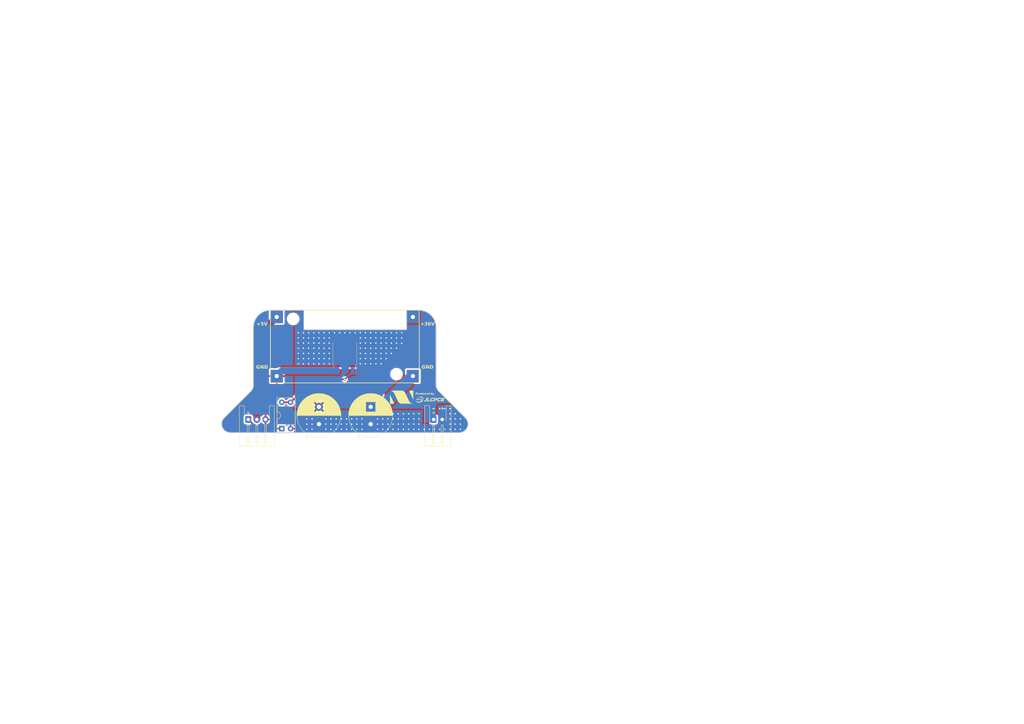
<source format=kicad_pcb>
(kicad_pcb (version 20221018) (generator pcbnew)
  (layers (0 "F.Cu" signal) (31 "B.Cu" signal) (34 "B.Paste" user) (35 "F.Paste" user) (36 "B.SilkS" user "B.Silkscreen") (37 "F.SilkS" user "F.Silkscreen") (38 "B.Mask" user) (39 "F.Mask" user) (44 "Edge.Cuts" user))
  (net 0 "")
  (net 1 "+36V")
  (net 2 "GND")
  (net 3 "Sig")
  (net 4 "+5V")
  (net 5 "Solenoid")
  (net 6 "Net-(Q1-G)")
  (footprint "@2023_KickerAdjust:XL6009" (layer "F.Cu") (at 100 100)
    (fp_text reference "U2" hide)
    (fp_text value "XL6009")
    (fp_line (start -11.886 -10.041) (end -11.886 -4.401) (stroke (width 0.2)) (layer "Edge.Cuts"))
    (fp_line (start -11.886 -4.401) (end 17.9065 -4.401) (stroke (width 0.2)) (layer "Edge.Cuts"))
    (fp_line (start 17.9065 -10.041) (end 17.9065 -4.401) (stroke (width 0.2)) (layer "Edge.Cuts"))
  )
  (footprint "Package_DIP:DIP-4_W7.62mm_Socket" (layer "F.Cu") (at 81.725 124.3 90)
    (fp_text reference "U1" hide)
    (fp_text value "PhotoCoupler")
  )
  (footprint "Connector_JST:JST_XH_S2B-XH-A-1_1x02_P2.50mm_Horizontal" (layer "F.Cu") (at 125.75 121.65)
    (fp_text reference "J2" hide)
    (fp_text value "Conn_01x02_Pin")
  )
  (footprint "Capacitor_THT:CP_Radial_D12.5mm_P5.00mm" (layer "F.Cu") (at 107.5 123 90)
    (fp_text reference "C1" hide)
    (fp_text value "C")
  )
  (footprint "Capacitor_THT:CP_Radial_D12.5mm_P5.00mm" (layer "F.Cu") (at 92.5 123 90)
    (fp_text reference "C2" hide)
    (fp_text value "C")
  )
  (footprint "Connector_JST:JST_XH_S3B-XH-A-1_1x03_P2.50mm_Horizontal" (layer "F.Cu") (at 72 121.65)
    (fp_text reference "J1" hide)
    (fp_text value "Conn_01x03_Pin")
  )
  (footprint "Package_TO_SOT_SMD:TO-252-3_TabPin2" (layer "B.Cu") (at 100 102.46 90)
    (fp_text reference "Q1" hide)
    (fp_text value "NMOS")
  )
  (gr_poly (pts (xy 125.623247 114.094612) (xy 125.664522 114.226904) (xy 125.668625 114.239961) (xy 125.672542 114.251982) (xy 125.676187 114.262725) (xy 125.679471 114.271949) (xy 125.682309 114.279412) (xy 125.683534 114.282408) (xy 125.684614 114.284873) (xy 125.685539 114.286776) (xy 125.686299 114.288088) (xy 125.686613 114.288513) (xy 125.686881 114.288778) (xy 125.687103 114.288881) (xy 125.687277 114.288816) (xy 125.688637 114.285631) (xy 125.691411 114.277621) (xy 125.700506 114.249261) (xy 125.713173 114.208003) (xy 125.728022 114.158112) (xy 125.765064 114.030054) (xy 125.842852 114.028467) (xy 125.873088 114.028177) (xy 125.897819 114.028136) (xy 125.907328 114.028224) (xy 125.914512 114.028392) (xy 125.919055 114.028647) (xy 125.920236 114.02881) (xy 125.920537 114.0289) (xy 125.920639 114.028996) (xy 125.892618 114.107139) (xy 125.830218 114.272743) (xy 125.765932 114.440431) (xy 125.732255 114.524825) (xy 125.726971 114.534082) (xy 125.721604 114.542623) (xy 125.71611 114.550478) (xy 125.710444 114.557675) (xy 125.704561 114.564242) (xy 125.698416 114.570208) (xy 125.691964 114.575603) (xy 125.68516 114.580454) (xy 125.677959 114.58479) (xy 125.670316 114.58864) (xy 125.662187 114.592033) (xy 125.653526 114.594997) (xy 125.644288 114.597562) (xy 125.634428 114.599755) (xy 125.623902 114.601605) (xy 125.612664 114.603141) (xy 125.605316 114.603925) (xy 125.59672 114.604496) (xy 125.587102 114.604868) (xy 125.576689 114.605051) (xy 125.554388 114.604899) (xy 125.531635 114.604134) (xy 125.510246 114.602847) (xy 125.492039 114.601132) (xy 125.484696 114.600144) (xy 125.478829 114.599083) (xy 125.474667 114.597962) (xy 125.473295 114.597382) (xy 125.472435 114.596792) (xy 125.471781 114.595478) (xy 125.471022 114.592834) (xy 125.469268 114.584182) (xy 125.467328 114.572095) (xy 125.465357 114.557832) (xy 125.463511 114.54265) (xy 125.461943 114.52781) (xy 125.460809 114.514569) (xy 125.460264 114.504187) (xy 125.460284 114.501556) (xy 125.460348 114.499212) (xy 125.460463 114.497144) (xy 125.460542 114.49621) (xy 125.460636 114.49534) (xy 125.460747 114.494535) (xy 125.460875 114.493791) (xy 125.46102 114.493109) (xy 125.461185 114.492486) (xy 125.46137 114.491921) (xy 125.461575 114.491413) (xy 125.461801 114.49096) (xy 125.46205 114.490561) (xy 125.462322 114.490215) (xy 125.462619 114.489921) (xy 125.46294 114.489676) (xy 125.463287 114.48948) (xy 125.463661 114.489332) (xy 125.464063 114.489229) (xy 125.464493 114.489171) (xy 125.464952 114.489156) (xy 125.465442 114.489183) (xy 125.465963 114.48925) (xy 125.466515 114.489357) (xy 125.467101 114.489501) (xy 125.46772 114.489682) (xy 125.468374 114.489898) (xy 125.469789 114.490429) (xy 125.473585 114.491749) (xy 125.478153 114.49293) (xy 125.483387 114.493968) (xy 125.489178 114.494861) (xy 125.495419 114.495604) (xy 125.502001 114.496196) (xy 125.508818 114.496633) (xy 125.51576 114.496911) (xy 125.522722 114.497029) (xy 125.529594 114.496982) (xy 125.53627 114.496767) (xy 125.54264 114.496382) (xy 125.548599 114.495824) (xy 125.554037 114.495088) (xy 125.558848 114.494173) (xy 125.562922 114.493075) (xy 125.565447 114.492231) (xy 125.567869 114.491283) (xy 125.570194 114.490226) (xy 125.572431 114.489056) (xy 125.574587 114.487769) (xy 125.57667 114.486359) (xy 125.578689 114.484822) (xy 125.580649 114.483153) (xy 125.582561 114.481348) (xy 125.58443 114.479401) (xy 125.586265 114.477309) (xy 125.588074 114.475067) (xy 125.589865 114.472669) (xy 125.591644 114.470112) (xy 125.593421 114.46739) (xy 125.595202 114.4645) (xy 125.60843 114.441746) (xy 125.528526 114.251775) (xy 125.470054 114.112339) (xy 125.441744 114.044342) (xy 125.434335 114.027408) (xy 125.602081 114.027408)) (fill solid) (layer "F.SilkS"))
  (gr_poly (pts (xy 124.592431 114.440158) (xy 124.444264 114.440158) (xy 124.444264 114.380362) (xy 124.417806 114.405233) (xy 124.409327 114.412812) (xy 124.400753 114.419675) (xy 124.392073 114.425826) (xy 124.383278 114.43127) (xy 124.374359 114.43601) (xy 124.365307 114.44005) (xy 124.356112 114.443394) (xy 124.346765 114.446045) (xy 124.337257 114.448009) (xy 124.327579 114.449287) (xy 124.317721 114.449886) (xy 124.307673 114.449807) (xy 124.297427 114.449056) (xy 124.286974 114.447636) (xy 124.276303 114.445551) (xy 124.265406 114.442804) (xy 124.257276 114.44023) (xy 124.249359 114.437178) (xy 124.241663 114.433663) (xy 124.234193 114.429696) (xy 124.226956 114.425291) (xy 124.219958 114.42046) (xy 124.213204 114.415217) (xy 124.206702 114.409574) (xy 124.194475 114.397141) (xy 124.183327 114.383264) (xy 124.173308 114.368045) (xy 124.164468 114.351589) (xy 124.156855 114.333998) (xy 124.150519 114.315375) (xy 124.145511 114.295824) (xy 124.141879 114.275447) (xy 124.139673 114.254347) (xy 124.139029 114.235172) (xy 124.295767 114.235172) (xy 124.29621 114.247066) (xy 124.297488 114.258775) (xy 124.299598 114.270132) (xy 124.302538 114.28097) (xy 124.304319 114.286143) (xy 124.306307 114.291123) (xy 124.308501 114.29589) (xy 124.310901 114.300424) (xy 124.313506 114.304703) (xy 124.316318 114.308707) (xy 124.319334 114.312414) (xy 124.322556 114.315804) (xy 124.325388 114.318373) (xy 124.328324 114.320724) (xy 124.331353 114.322858) (xy 124.334467 114.324776) (xy 124.337658 114.326481) (xy 124.340916 114.327974) (xy 124.344234 114.329257) (xy 124.3476 114.330331) (xy 124.351009 114.331199) (xy 124.354449 114.331861) (xy 124.357913 114.332319) (xy 124.361391 114.332575) (xy 124.364875 114.332631) (xy 124.368356 114.332488) (xy 124.371826 114.332148) (xy 124.375274 114.331613) (xy 124.378694 114.330884) (xy 124.382075 114.329962) (xy 124.385408 114.328851) (xy 124.388686 114.32755) (xy 124.3919 114.326062) (xy 124.395039 114.324389) (xy 124.398097 114.322532) (xy 124.401063 114.320492) (xy 124.403929 114.318272) (xy 124.406686 114.315873) (xy 124.409326 114.313296) (xy 124.411839 114.310544) (xy 124.414217 114.307618) (xy 124.416451 114.30452) (xy 124.418532 114.301251) (xy 124.420452 114.297812) (xy 124.422547 114.293242) (xy 124.424461 114.28811) (xy 124.426187 114.282488) (xy 124.42772 114.276447) (xy 124.42905 114.27006) (xy 124.430172 114.263396) (xy 124.431079 114.256528) (xy 124.431763 114.249526) (xy 124.432217 114.242462) (xy 124.432435 114.235408) (xy 124.43241 114.228434) (xy 124.432135 114.221612) (xy 124.431602 114.215014) (xy 124.430805 114.20871) (xy 124.429736 114.202772) (xy 124.428389 114.197271) (xy 124.427622 114.19465) (xy 124.426715 114.191959) (xy 124.425678 114.189214) (xy 124.42452 114.186431) (xy 124.42325 114.183626) (xy 124.421878 114.180816) (xy 124.420413 114.178016) (xy 124.418864 114.175244) (xy 124.417241 114.172515) (xy 124.415553 114.169846) (xy 124.413809 114.167253) (xy 124.412018 114.164752) (xy 124.41019 114.162359) (xy 124.408335 114.160092) (xy 124.406461 114.157965) (xy 124.404577 114.155996) (xy 124.401892 114.153358) (xy 124.399372 114.150991) (xy 124.396982 114.148882) (xy 124.394688 114.147016) (xy 124.392456 114.14538) (xy 124.390252 114.143959) (xy 124.388042 114.14274) (xy 124.385791 114.141708) (xy 124.383466 114.14085) (xy 124.381033 114.140152) (xy 124.378457 114.139599) (xy 124.375704 114.139178) (xy 124.37274 114.138875) (xy 124.369532 114.138676) (xy 124.366044 114.138567) (xy 124.362243 114.138533) (xy 124.358618 114.138566) (xy 124.355264 114.138671) (xy 124.352157 114.138858) (xy 124.349271 114.139137) (xy 124.34658 114.139518) (xy 124.344059 114.140012) (xy 124.341682 114.140629) (xy 124.340539 114.140986) (xy 124.339423 114.141378) (xy 124.33833 114.141805) (xy 124.337258 114.142269) (xy 124.336202 114.142771) (xy 124.33516 114.143313) (xy 124.334128 114.143896) (xy 124.333104 114.14452) (xy 124.331064 114.1459) (xy 124.329015 114.147463) (xy 124.326931 114.149219) (xy 124.324786 114.151178) (xy 124.322556 114.15335) (xy 124.319289 114.156884) (xy 124.316236 114.160726) (xy 124.313397 114.164855) (xy 124.310771 114.169251) (xy 124.308357 114.173891) (xy 124.306156 114.178756) (xy 124.304167 114.183825) (xy 124.30239 114.189077) (xy 124.29947 114.200045) (xy 124.297395 114.211495) (xy 124.296161 114.22326) (xy 124.295767 114.235172) (xy 124.139029 114.235172) (xy 124.138944 114.232629) (xy 124.139739 114.210394) (xy 124.14211 114.187746) (xy 124.143724 114.177245) (xy 124.14559 114.167164) (xy 124.147716 114.157489) (xy 124.150106 114.148207) (xy 124.152765 114.139303) (xy 124.1557 114.130763) (xy 124.158916 114.122574) (xy 124.162417 114.114721) (xy 124.16621 114.10719) (xy 124.1703 114.099968) (xy 124.174692 114.093041) (xy 124.179392 114.086394) (xy 124.184405 114.080014) (xy 124.189736 114.073886) (xy 124.195392 114.067997) (xy 124.201377 114.062333) (xy 124.207427 114.057085) (xy 124.213491 114.052249) (xy 124.219593 114.047814) (xy 124.22576 114.043771) (xy 124.232016 114.040109) (xy 124.238388 114.036818) (xy 124.244902 114.033889) (xy 124.251581 114.031311) (xy 124.258453 114.029074) (xy 124.265543 114.027167) (xy 124.272877 114.025582) (xy 124.280479 114.024308) (xy 124.288376 114.023334) (xy 124.296593 114.022651) (xy 124.305155 114.022248) (xy 124.314089 114.022117) (xy 124.321851 114.022304) (xy 124.329273 114.022672) (xy 124.336377 114.023227) (xy 124.343185 114.023977) (xy 124.349717 114.024928) (xy 124.355994 114.026088) (xy 124.362036 114.027464) (xy 124.367866 114.029062) (xy 124.373503 114.030889) (xy 124.378969 114.032953) (xy 124.384285 114.03526) (xy 124.389471 114.037818) (xy 124.394548 114.040633) (xy 124.399538 114.043712) (xy 124.404462 114.047063) (xy 124.40934 114.050692) (xy 124.41307 114.05341) (xy 124.416665 114.055967) (xy 124.420036 114.0583) (xy 124.423098 114.060349) (xy 124.425762 114.06205) (xy 124.426918 114.062751) (xy 124.427943 114.063342) (xy 124.428825 114.063815) (xy 124.429553 114.064163) (xy 124.430117 114.064377) (xy 124.430334 114.064431) (xy 124.430506 114.06445) (xy 124.430803 114.063956) (xy 124.431098 114.062506) (xy 124.431672 114.056934) (xy 124.432208 114.048125) (xy 124.432689 114.03647) (xy 124.433408 114.006184) (xy 124.433681 113.9692) (xy 124.433681 113.87395) (xy 124.592431 113.87395)) (fill solid) (layer "F.SilkS"))
  (gr_poly (pts (xy 122.729764 114.157054) (xy 122.729795 114.185523) (xy 122.729937 114.210555) (xy 122.730263 114.232369) (xy 122.730848 114.251188) (xy 122.73126 114.259543) (xy 122.731764 114.267231) (xy 122.732369 114.274282) (xy 122.733085 114.280721) (xy 122.733921 114.286577) (xy 122.734886 114.291877) (xy 122.735989 114.296649) (xy 122.737239 114.300921) (xy 122.738646 114.30472) (xy 122.740218 114.308074) (xy 122.741966 114.31101) (xy 122.743898 114.313556) (xy 122.746023 114.31574) (xy 122.748351 114.317589) (xy 122.750891 114.319131) (xy 122.753651 114.320393) (xy 122.756642 114.321403) (xy 122.759873 114.322189) (xy 122.763352 114.322779) (xy 122.767088 114.323199) (xy 122.771092 114.323478) (xy 122.775372 114.323643) (xy 122.784798 114.323742) (xy 122.787356 114.323692) (xy 122.789869 114.323544) (xy 122.792338 114.323298) (xy 122.794761 114.322955) (xy 122.797138 114.322515) (xy 122.799467 114.32198) (xy 122.801748 114.321349) (xy 122.80398 114.320624) (xy 122.806163 114.319806) (xy 122.808295 114.318894) (xy 122.810376 114.317889) (xy 122.812405 114.316793) (xy 122.814382 114.315606) (xy 122.816305 114.314328) (xy 122.818174 114.312961) (xy 122.819987 114.311505) (xy 122.821745 114.30996) (xy 122.823447 114.308327) (xy 122.825091 114.306608) (xy 122.826676 114.304802) (xy 122.828203 114.302911) (xy 122.829671 114.300934) (xy 122.831077 114.298874) (xy 122.832423 114.296729) (xy 122.833706 114.294502) (xy 122.834927 114.292192) (xy 122.837177 114.287329) (xy 122.839167 114.282145) (xy 122.840889 114.276646) (xy 122.841876 114.270436) (xy 122.842832 114.260109) (xy 122.843726 114.24621) (xy 122.844527 114.229285) (xy 122.845726 114.188539) (xy 122.846181 114.142237) (xy 122.846181 114.027408) (xy 123.004931 114.027408) (xy 123.004931 114.440158) (xy 122.856764 114.440158) (xy 122.856764 114.374541) (xy 122.831893 114.398883) (xy 122.825179 114.405185) (xy 122.81851 114.411002) (xy 122.811859 114.416345) (xy 122.805195 114.421224) (xy 122.798492 114.42565) (xy 122.791719 114.429635) (xy 122.784849 114.433188) (xy 122.777852 114.436322) (xy 122.770701 114.439046) (xy 122.763365 114.441372) (xy 122.755818 114.44331) (xy 122.748029 114.444871) (xy 122.73997 114.446067) (xy 122.731613 114.446907) (xy 122.722929 114.447403) (xy 122.713889 114.447567) (xy 122.704753 114.447516) (xy 122.69599 114.447164) (xy 122.687588 114.446507) (xy 122.679535 114.445541) (xy 122.67182 114.444261) (xy 122.664432 114.442664) (xy 122.657358 114.440747) (xy 122.650588 114.438505) (xy 122.644109 114.435933) (xy 122.63791 114.43303) (xy 122.631979 114.42979) (xy 122.626304 114.42621) (xy 122.620875 114.422285) (xy 122.615678 114.418013) (xy 122.610704 114.413388) (xy 122.605939 114.408408) (xy 122.600315 114.401894) (xy 122.595323 114.395482) (xy 122.590926 114.388929) (xy 122.587088 114.381991) (xy 122.58377 114.374424) (xy 122.580936 114.365983) (xy 122.578549 114.356424) (xy 122.576571 114.345504) (xy 122.574965 114.332977) (xy 122.573693 114.3186) (xy 122.572007 114.283318) (xy 122.571213 114.237705) (xy 122.571014 114.179808) (xy 122.571014 114.027408) (xy 122.729764 114.027408)) (fill solid) (layer "F.SilkS"))
  (gr_poly (pts (xy 121.592549 115.508813) (xy 121.61003 115.50935) (xy 121.626879 115.510378) (xy 121.642909 115.511908) (xy 121.657934 115.513952) (xy 121.671769 115.516519) (xy 121.684227 115.519622) (xy 121.694222 115.522563) (xy 121.703963 115.525824) (xy 121.713443 115.529397) (xy 121.722656 115.533273) (xy 121.731595 115.537443) (xy 121.740254 115.5419) (xy 121.748627 115.546634) (xy 121.756707 115.551636) (xy 121.764487 115.5569) (xy 121.771962 115.562415) (xy 121.779125 115.568174) (xy 121.78597 115.574167) (xy 121.79249 115.580387) (xy 121.798678 115.586825) (xy 121.80453 115.593472) (xy 121.810037 115.60032) (xy 121.815193 115.60736) (xy 121.819993 115.614584) (xy 121.82443 115.621982) (xy 121.828498 115.629548) (xy 121.832189 115.637272) (xy 121.835498 115.645145) (xy 121.838418 115.653159) (xy 121.840943 115.661306) (xy 121.843067 115.669577) (xy 121.844783 115.677964) (xy 121.846084 115.686457) (xy 121.846965 115.695049) (xy 121.847418 115.703731) (xy 121.847438 115.712494) (xy 121.847018 115.72133) (xy 121.846152 115.73023) (xy 121.844378 115.742851) (xy 121.842039 115.755304) (xy 121.83915 115.767579) (xy 121.835722 115.779662) (xy 121.831768 115.791542) (xy 121.827302 115.803207) (xy 121.822336 115.814645) (xy 121.816883 115.825844) (xy 121.810955 115.836792) (xy 121.804566 115.847476) (xy 121.797728 115.857886) (xy 121.790453 115.868008) (xy 121.782756 115.877831) (xy 121.774648 115.887343) (xy 121.757252 115.905384) (xy 121.738368 115.922037) (xy 121.718098 115.937205) (xy 121.696544 115.950791) (xy 121.673809 115.9627) (xy 121.662031 115.967995) (xy 121.649995 115.972835) (xy 121.637716 115.977208) (xy 121.625205 115.981101) (xy 121.612475 115.984502) (xy 121.599539 115.987401) (xy 121.586411 115.989783) (xy 121.573102 115.991639) (xy 121.564958 115.992542) (xy 121.557558 115.993263) (xy 121.550852 115.993792) (xy 121.544792 115.994119) (xy 121.541988 115.994204) (xy 121.539327 115.994235) (xy 121.536802 115.994211) (xy 121.534407 115.994131) (xy 121.532136 115.993994) (xy 121.529983 115.993798) (xy 121.527942 115.993543) (xy 121.526006 115.993226) (xy 121.52417 115.992848) (xy 121.522426 115.992406) (xy 121.52077 115.9919) (xy 121.519193 115.991329) (xy 121.517692 115.99069) (xy 121.516258 115.989984) (xy 121.514887 115.989209) (xy 121.513571 115.988364) (xy 121.512305 115.987448) (xy 121.511082 115.986459) (xy 121.509897 115.985397) (xy 121.508742 115.984259) (xy 121.507613 115.983046) (xy 121.506502 115.981755) (xy 121.505403 115.980387) (xy 121.504311 115.978939) (xy 121.502029 115.97595) (xy 121.499902 115.973337) (xy 121.497857 115.971102) (xy 121.495827 115.969248) (xy 121.494796 115.968465) (xy 121.493741 115.967779) (xy 121.492656 115.96719) (xy 121.49153 115.966697) (xy 121.490355 115.966303) (xy 121.489123 115.966007) (xy 121.487825 115.965809) (xy 121.486451 115.965709) (xy 121.484994 115.965709) (xy 121.483444 115.965809) (xy 121.480033 115.966309) (xy 121.476147 115.967212) (xy 121.471717 115.968521) (xy 121.466673 115.970239) (xy 121.460946 115.972369) (xy 121.447161 115.97788) (xy 121.435101 115.982481) (xy 121.423513 115.986361) (xy 121.412372 115.989519) (xy 121.401652 115.991953) (xy 121.391329 115.993661) (xy 121.386309 115.994242) (xy 121.381379 115.994642) (xy 121.376535 115.994859) (xy 121.371775 115.994894) (xy 121.367096 115.994747) (xy 121.362494 115.994417) (xy 121.357967 115.993904) (xy 121.35351 115.993207) (xy 121.349123 115.992328) (xy 121.3448 115.991264) (xy 121.340539 115.990018) (xy 121.336337 115.988587) (xy 121.332191 115.986972) (xy 121.328098 115.985173) (xy 121.324054 115.983189) (xy 121.320057 115.981021) (xy 121.316103 115.978668) (xy 121.31219 115.976129) (xy 121.308314 115.973406) (xy 121.304472 115.970497) (xy 121.296877 115.964122) (xy 121.291428 115.959161) (xy 121.286569 115.954549) (xy 121.282271 115.950213) (xy 121.278505 115.946081) (xy 121.275242 115.942078) (xy 121.272451 115.938133) (xy 121.270103 115.934172) (xy 121.269087 115.932163) (xy 121.26817 115.930123) (xy 121.267349 115.928042) (xy 121.266621 115.925913) (xy 121.265427 115.921468) (xy 121.264559 115.916717) (xy 121.263986 115.911586) (xy 121.263681 115.906002) (xy 121.263612 115.899892) (xy 121.263751 115.893184) (xy 121.264069 115.885805) (xy 121.26456 115.878397) (xy 121.351911 115.878397) (xy 121.3521 115.886958) (xy 121.35268 115.894799) (xy 121.353122 115.898456) (xy 121.353669 115.901942) (xy 121.354322 115.905259) (xy 121.355086 115.908411) (xy 121.35596 115.911399) (xy 121.356949 115.914228) (xy 121.358054 115.9169) (xy 121.359278 115.919418) (xy 121.360622 115.921784) (xy 121.36209 115.924003) (xy 121.363683 115.926076) (xy 121.365404 115.928006) (xy 121.367256 115.929797) (xy 121.36924 115.931452) (xy 121.371359 115.932973) (xy 121.373615 115.934362) (xy 121.37601 115.935625) (xy 121.378548 115.936762) (xy 121.381229 115.937777) (xy 121.384057 115.938672) (xy 121.387034 115.939452) (xy 121.390162 115.940118) (xy 121.393444 115.940674) (xy 121.396881 115.941122) (xy 121.404233 115.941707) (xy 121.412236 115.941897) (xy 121.418443 115.941597) (xy 121.424749 115.940713) (xy 121.431133 115.939268) (xy 121.437578 115.937285) (xy 121.444062 115.934789) (xy 121.450568 115.931802) (xy 121.457075 115.928348) (xy 121.463565 115.924451) (xy 121.476413 115.915419) (xy 121.488956 115.904895) (xy 121.501042 115.893064) (xy 121.512513 115.880117) (xy 121.523215 115.866239) (xy 121.532993 115.851618) (xy 121.541692 115.836443) (xy 121.549157 115.8209) (xy 121.555234 115.805177) (xy 121.557702 115.797307) (xy 121.559766 115.789462) (xy 121.561404 115.781666) (xy 121.562598 115.773942) (xy 121.563329 115.766314) (xy 121.563577 115.758805) (xy 121.563504 115.755027) (xy 121.563292 115.751248) (xy 121.562949 115.747494) (xy 121.562486 115.74379) (xy 121.561911 115.74016) (xy 121.561233 115.73663) (xy 121.560463 115.733223) (xy 121.559608 115.729966) (xy 121.55868 115.726882) (xy 121.557686 115.723996) (xy 121.556637 115.721334) (xy 121.555541 115.718919) (xy 121.554407 115.716778) (xy 121.553246 115.714934) (xy 121.552658 115.714131) (xy 121.552066 115.713413) (xy 121.551472 115.712781) (xy 121.550877 115.712239) (xy 121.543791 115.707348) (xy 121.536446 115.703373) (xy 121.528872 115.700287) (xy 121.521101 115.698065) (xy 121.513166 115.696679) (xy 121.505096 115.696102) (xy 121.496925 115.696309) (xy 121.488684 115.697273) (xy 121.480403 115.698967) (xy 121.472116 115.701365) (xy 121.463853 115.704439) (xy 121.455646 115.708164) (xy 121.447526 115.712514) (xy 121.439526 115.71746) (xy 121.431677 115.722978) (xy 121.42401 115.72904) (xy 121.416556 115.735619) (xy 121.409349 115.74269) (xy 121.402418 115.750226) (xy 121.395796 115.7582) (xy 121.389515 115.766585) (xy 121.383605 115.775355) (xy 121.378099 115.784484) (xy 121.373028 115.793945) (xy 121.368423 115.803711) (xy 121.364317 115.813757) (xy 121.36074 115.824054) (xy 121.357725 115.834577) (xy 121.355303 115.8453) (xy 121.353506 115.856195) (xy 121.352364 115.867236) (xy 121.351911 115.878397) (xy 121.26456 115.878397) (xy 121.264812 115.874594) (xy 121.266233 115.863399) (xy 121.268309 115.852242) (xy 121.271016 115.841146) (xy 121.274332 115.830133) (xy 121.278233 115.819226) (xy 121.282697 115.808445) (xy 121.2877 115.797815) (xy 121.293219 115.787356) (xy 121.299231 115.777092) (xy 121.305713 115.767045) (xy 121.312643 115.757236) (xy 121.319996 115.747689) (xy 121.327751 115.738425) (xy 121.335883 115.729467) (xy 121.34437 115.720838) (xy 121.353189 115.712558) (xy 121.362316 115.704651) (xy 121.37173 115.697139) (xy 121.381405 115.690045) (xy 121.391321 115.683389) (xy 121.401453 115.677196) (xy 121.411778 115.671487) (xy 121.422273 115.666284) (xy 121.432916 115.661609) (xy 121.443683 115.657486) (xy 121.454551 115.653936) (xy 121.465497 115.650981) (xy 121.476499 115.648644) (xy 121.487532 115.646948) (xy 121.498574 115.645913) (xy 121.509602 115.645564) (xy 121.514188 115.645661) (xy 121.518801 115.645948) (xy 121.52342 115.646415) (xy 121.528024 115.647052) (xy 121.532591 115.64785) (xy 121.537098 115.648801) (xy 121.541525 115.649894) (xy 121.54585 115.65112) (xy 121.550051 115.65247) (xy 121.554106 115.653935) (xy 121.557994 115.655506) (xy 121.561692 115.657172) (xy 121.56518 115.658926) (xy 121.568435 115.660756) (xy 121.571436 115.662656) (xy 121.574161 115.664614) (xy 121.578462 115.667962) (xy 121.582278 115.670864) (xy 121.585669 115.67332) (xy 121.587224 115.67438) (xy 121.588696 115.675329) (xy 121.590092 115.676166) (xy 121.591419 115.676892) (xy 121.592686 115.677506) (xy 121.593899 115.678008) (xy 121.595066 115.678399) (xy 121.596196 115.678678) (xy 121.597294 115.678845) (xy 121.59837 115.678901) (xy 121.59943 115.678845) (xy 121.600482 115.678678) (xy 121.601534 115.678399) (xy 121.602593 115.678008) (xy 121.603667 115.677506) (xy 121.604763 115.676892) (xy 121.605888 115.676166) (xy 121.607052 115.675329) (xy 121.60826 115.67438) (xy 121.60952 115.67332) (xy 121.61223 115.670864) (xy 121.615239 115.667962) (xy 121.618611 115.664614) (xy 121.62074 115.662656) (xy 121.623146 115.660756) (xy 121.625806 115.658926) (xy 121.628698 115.657172) (xy 121.631801 115.655506) (xy 121.635093 115.653935) (xy 121.638553 115.65247) (xy 121.642159 115.65112) (xy 121.645888 115.649894) (xy 121.64972 115.648801) (xy 121.653632 115.64785) (xy 121.657604 115.647052) (xy 121.661612 115.646415) (xy 121.665636 115.645948) (xy 121.669654 115.645661) (xy 121.673644 115.645564) (xy 121.710686 115.645564) (xy 121.652477 115.776797) (xy 121.640906 115.803642) (xy 121.630153 115.829036) (xy 121.620442 115.85242) (xy 121.611996 115.873237) (xy 121.605038 115.890929) (xy 121.599792 115.904938) (xy 121.596481 115.914705) (xy 121.59562 115.917823) (xy 121.595327 115.919672) (xy 121.595438 115.921111) (xy 121.595763 115.92245) (xy 121.596297 115.92369) (xy 121.597031 115.924831) (xy 121.597956 115.925873) (xy 121.599067 115.926816) (xy 121.600354 115.927659) (xy 121.60181 115.928403) (xy 121.603427 115.929048) (xy 121.605197 115.929594) (xy 121.609168 115.930388) (xy 121.61366 115.930784) (xy 121.618611 115.930784) (xy 121.623958 115.930387) (xy 121.62964 115.929594) (xy 121.635596 115.928403) (xy 121.641762 115.926816) (xy 121.648076 115.924831) (xy 121.654478 115.92245) (xy 121.660905 115.919672) (xy 121.667294 115.916497) (xy 121.67638 115.911376) (xy 121.685177 115.905755) (xy 121.693676 115.899662) (xy 121.701865 115.893123) (xy 121.709737 115.886165) (xy 121.717279 115.878815) (xy 121.724484 115.871102) (xy 121.73134 115.863051) (xy 121.737838 115.85469) (xy 121.743968 115.846046) (xy 121.755084 115.828019) (xy 121.76461 115.809185) (xy 121.772466 115.789761) (xy 121.778573 115.769966) (xy 121.780946 115.759997) (xy 121.782853 115.750016) (xy 121.784282 115.740051) (xy 121.785225 115.730128) (xy 121.785672 115.720275) (xy 121.785612 115.710519) (xy 121.785036 115.700887) (xy 121.783934 115.691406) (xy 121.782296 115.682103) (xy 121.780112 115.673006) (xy 121.777372 115.664141) (xy 121.774066 115.655536) (xy 121.770185 115.647218) (xy 121.765719 115.639214) (xy 121.763319 115.635758) (xy 121.760506 115.632157) (xy 121.757315 115.628437) (xy 121.75378 115.624628) (xy 121.749934 115.620757) (xy 121.745813 115.616852) (xy 121.74145 115.612941) (xy 121.736879 115.609051) (xy 121.732135 115.605211) (xy 121.727251 115.601448) (xy 121.722262 115.597791) (xy 121.717201 115.594267) (xy 121.712103 115.590905) (xy 121.707002 115.587731) (xy 121.701932 115.584775) (xy 121.696927 115.582064) (xy 121.681912 115.575341) (xy 121.674845 115.572566) (xy 121.667889 115.570157) (xy 121.660909 115.568095) (xy 121.653767 115.566362) (xy 121.646328 115.564939) (xy 121.638454 115.563807) (xy 121.63001 115.562948) (xy 121.62086 115.562344) (xy 121.610865 115.561975) (xy 121.599891 115.561823) (xy 121.574458 115.562096) (xy 121.543469 115.563014) (xy 121.511522 115.564264) (xy 121.497804 115.565002) (xy 121.485343 115.565874) (xy 121.473955 115.566927) (xy 121.463455 115.568204) (xy 121.453659 115.569751) (xy 121.444382 115.571612) (xy 121.435441 115.573834) (xy 121.426649 115.57646) (xy 121.417824 115.579535) (xy 121.408779 115.583105) (xy 121.399332 115.587215) (xy 121.389297 115.591909) (xy 121.378491 115.597232) (xy 121.366727 115.60323) (xy 121.345649 115.614917) (xy 121.325694 115.627717) (xy 121.306896 115.641577) (xy 121.289287 115.656445) (xy 121.2729 115.672267) (xy 121.257766 115.688992) (xy 121.24392 115.706567) (xy 121.231393 115.724939) (xy 121.220218 115.744054) (xy 121.210427 115.763861) (xy 121.202053 115.784307) (xy 121.195128 115.805339) (xy 121.189686 115.826904) (xy 121.185758 115.84895) (xy 121.183378 115.871423) (xy 121.182577 115.894272) (xy 121.182744 115.902913) (xy 121.183245 115.911373) (xy 121.184079 115.919651) (xy 121.185244 115.927746) (xy 121.186739 115.935656) (xy 121.188563 115.943381) (xy 121.190715 115.950918) (xy 121.193194 115.958268) (xy 121.195998 115.965429) (xy 121.199127 115.972399) (xy 121.202579 115.979178) (xy 121.206353 115.985764) (xy 121.210447 115.992156) (xy 121.214862 115.998354) (xy 121.219595 116.004355) (xy 121.224646 116.010159) (xy 121.230013 116.015765) (xy 121.235695 116.021171) (xy 121.241691 116.026376) (xy 121.248 116.03138) (xy 121.25462 116.03618) (xy 121.261551 116.040776) (xy 121.268791 116.045167) (xy 121.276339 116.049351) (xy 121.292355 116.057095) (xy 121.30959 116.063998) (xy 121.328033 116.070052) (xy 121.347677 116.075247) (xy 121.370808 116.080073) (xy 121.394112 116.083842) (xy 121.417515 116.086563) (xy 121.440943 116.088245) (xy 121.464321 116.088897) (xy 121.487576 116.08853) (xy 121.510632 116.087152) (xy 121.533415 116.084772) (xy 121.555851 116.0814) (xy 121.577865 116.077045) (xy 121.599383 116.071717) (xy 121.62033 116.065424) (xy 121.640633 116.058177) (xy 121.660216 116.049983) (xy 121.679006 116.040854) (xy 121.696927 116.030797) (xy 121.703146 116.027079) (xy 121.709468 116.023477) (xy 121.715849 116.020009) (xy 121.722245 116.016691) (xy 121.728609 116.013541) (xy 121.734897 116.010575) (xy 121.741064 116.00781) (xy 121.747066 116.005265) (xy 121.752856 116.002954) (xy 121.758391 116.000897) (xy 121.763625 115.999109) (xy 121.768514 115.997608) (xy 121.773011 115.996411) (xy 121.777073 115.995535) (xy 121.780655 115.994997) (xy 121.783711 115.994814) (xy 121.811227 115.994814) (xy 121.776302 116.030797) (xy 121.766564 116.040231) (xy 121.756029 116.04928) (xy 121.732731 116.066197) (xy 121.706732 116.081496) (xy 121.678357 116.095124) (xy 121.647929 116.107027) (xy 121.615773 116.117154) (xy 121.582212 116.125452) (xy 121.54757 116.131868) (xy 121.512172 116.136349) (xy 121.476341 116.138842) (xy 121.440402 116.139295) (xy 121.404678 116.137655) (xy 121.369494 116.13387) (xy 121.335174 116.127887) (xy 121.302041 116.119652) (xy 121.270419 116.109114) (xy 121.260923 116.105379) (xy 121.251686 116.101324) (xy 121.234014 116.09229) (xy 121.217445 116.08208) (xy 121.202024 116.070765) (xy 121.187793 116.058415) (xy 121.174797 116.045099) (xy 121.163078 116.030887) (xy 121.152679 116.015848) (xy 121.143645 116.000053) (xy 121.136019 115.983571) (xy 121.132747 115.975094) (xy 121.129843 115.966472) (xy 121.127314 115.957713) (xy 121.125163 115.948826) (xy 121.123396 115.939819) (xy 121.12202 115.930702) (xy 121.121038 115.921483) (xy 121.120458 115.91217) (xy 121.120284 115.902774) (xy 121.120521 115.893301) (xy 121.121175 115.883761) (xy 121.122252 115.874164) (xy 121.127628 115.843662) (xy 121.134996 115.814105) (xy 121.144314 115.785543) (xy 121.15554 115.758028) (xy 121.168633 115.73161) (xy 121.183551 115.706341) (xy 121.200251 115.682272) (xy 121.218693 115.659454) (xy 121.238833 115.637938) (xy 121.260631 115.617776) (xy 121.284045 115.599018) (xy 121.309032 115.581716) (xy 121.33555 115.565921) (xy 121.363558 115.551684) (xy 121.393015 115.539056) (xy 121.423877 115.528089) (xy 121.437452 115.524308) (xy 121.452254 115.52091) (xy 121.468098 115.517905) (xy 121.484798 115.515306) (xy 121.502167 115.513122) (xy 121.52002 115.511364) (xy 121.538171 115.510043) (xy 121.556433 115.509171) (xy 121.574622 115.508757)) (fill solid) (layer "F.SilkS"))
  (gr_poly (pts (xy 123.834052 114.020422) (xy 123.841562 114.020576) (xy 123.849878 114.02086) (xy 123.867886 114.021794) (xy 123.877058 114.022432) (xy 123.885993 114.023175) (xy 123.908697 114.025817) (xy 123.919516 114.027633) (xy 123.929981 114.02978) (xy 123.940094 114.032258) (xy 123.949854 114.035068) (xy 123.959262 114.038211) (xy 123.96832 114.041687) (xy 123.977029 114.045498) (xy 123.985389 114.049643) (xy 123.993401 114.054123) (xy 124.001066 114.05894) (xy 124.008384 114.064094) (xy 124.015358 114.069585) (xy 124.021987 114.075414) (xy 124.028273 114.081582) (xy 124.034216 114.088089) (xy 124.039818 114.094937) (xy 124.045079 114.102125) (xy 124.049999 114.109655) (xy 124.054581 114.117528) (xy 124.058824 114.125743) (xy 124.06273 114.134302) (xy 124.066299 114.143205) (xy 124.069533 114.152453) (xy 124.072431 114.162046) (xy 124.074997 114.171986) (xy 124.077229 114.182273) (xy 124.080697 114.203891) (xy 124.082844 114.226904) (xy 124.086018 114.276117) (xy 123.928856 114.276117) (xy 123.872134 114.276095) (xy 123.849514 114.276155) (xy 123.830381 114.27634) (xy 123.822042 114.276497) (xy 123.814479 114.276708) (xy 123.80766 114.276978) (xy 123.801552 114.277316) (xy 123.796124 114.277729) (xy 123.791344 114.278225) (xy 123.78718 114.278809) (xy 123.7836 114.27949) (xy 123.780571 114.280275) (xy 123.778063 114.281171) (xy 123.776994 114.281663) (xy 123.776042 114.282185) (xy 123.775205 114.282739) (xy 123.774478 114.283325) (xy 123.773857 114.283945) (xy 123.773337 114.284598) (xy 123.772916 114.285287) (xy 123.772589 114.286012) (xy 123.772352 114.286773) (xy 123.7722 114.287572) (xy 123.772131 114.28841) (xy 123.77214 114.289288) (xy 123.772376 114.291165) (xy 123.772876 114.293212) (xy 123.773608 114.295435) (xy 123.77454 114.297842) (xy 123.779631 114.309454) (xy 123.781691 114.31396) (xy 123.783993 114.31825) (xy 123.786525 114.322321) (xy 123.789276 114.326171) (xy 123.792233 114.329798) (xy 123.795384 114.333198) (xy 123.798717 114.33637) (xy 123.80222 114.339311) (xy 123.805881 114.342018) (xy 123.809689 114.34449) (xy 123.81363 114.346724) (xy 123.817694 114.348717) (xy 123.821868 114.350467) (xy 123.826139 114.351971) (xy 123.830497 114.353228) (xy 123.834929 114.354235) (xy 123.839423 114.354989) (xy 123.843967 114.355487) (xy 123.848548 114.355728) (xy 123.853156 114.35571) (xy 123.857778 114.355428) (xy 123.862402 114.354882) (xy 123.867015 114.354069) (xy 123.871607 114.352986) (xy 123.876164 114.351631) (xy 123.880675 114.350002) (xy 123.885129 114.348095) (xy 123.889512 114.34591) (xy 123.893812 114.343442) (xy 123.898019 114.340691) (xy 123.902119 114.337652) (xy 123.906102 114.334325) (xy 123.923564 114.319508) (xy 123.995531 114.325858) (xy 124.010113 114.327115) (xy 124.023883 114.328471) (xy 124.036524 114.329877) (xy 124.04772 114.331282) (xy 124.057155 114.332638) (xy 124.064513 114.333895) (xy 124.067314 114.334471) (xy 124.069477 114.335003) (xy 124.070962 114.335486) (xy 124.071439 114.335706) (xy 124.071731 114.335912) (xy 124.072108 114.33652) (xy 124.072252 114.337342) (xy 124.072173 114.338368) (xy 124.07188 114.339587) (xy 124.070689 114.342555) (xy 124.068755 114.346157) (xy 124.06615 114.350301) (xy 124.06295 114.354897) (xy 124.05923 114.359855) (xy 124.055062 114.365083) (xy 124.050523 114.37049) (xy 124.045686 114.375987) (xy 124.040626 114.381483) (xy 124.035417 114.386886) (xy 124.030134 114.392106) (xy 124.02485 114.397053) (xy 124.019641 114.401635) (xy 124.014581 114.405762) (xy 124.00571 114.411993) (xy 123.995998 114.417779) (xy 123.985499 114.423111) (xy 123.974265 114.427979) (xy 123.962349 114.432372) (xy 123.949804 114.436281) (xy 123.936681 114.439696) (xy 123.923035 114.442606) (xy 123.908918 114.445001) (xy 123.894382 114.446871) (xy 123.87948 114.448206) (xy 123.864265 114.448997) (xy 123.848789 114.449232) (xy 123.833106 114.448903) (xy 123.817267 114.447998) (xy 123.801327 114.446508) (xy 123.787075 114.444656) (xy 123.773654 114.442455) (xy 123.761016 114.439878) (xy 123.749113 114.4369) (xy 123.737895 114.433495) (xy 123.732527 114.431623) (xy 123.727313 114.429635) (xy 123.722245 114.427526) (xy 123.717318 114.425294) (xy 123.712526 114.422935) (xy 123.707863 114.420447) (xy 123.703322 114.417825) (xy 123.698897 114.415066) (xy 123.694583 114.412167) (xy 123.690372 114.409125) (xy 123.68626 114.405937) (xy 123.68224 114.402599) (xy 123.678306 114.399108) (xy 123.674451 114.39546) (xy 123.67067 114.391653) (xy 123.666956 114.387683) (xy 123.659708 114.37924) (xy 123.652656 114.370106) (xy 123.645752 114.360254) (xy 123.640735 114.352343) (xy 123.636101 114.344199) (xy 123.631849 114.335841) (xy 123.627976 114.327288) (xy 123.624483 114.318557) (xy 123.621366 114.309668) (xy 123.618626 114.300638) (xy 123.616259 114.291487) (xy 123.612643 114.272894) (xy 123.610508 114.254037) (xy 123.60984 114.235064) (xy 123.610628 114.216122) (xy 123.612862 114.19736) (xy 123.612985 114.196742) (xy 123.770635 114.196742) (xy 123.925681 114.196742) (xy 123.922506 114.181925) (xy 123.921173 114.176673) (xy 123.919755 114.171635) (xy 123.918253 114.166814) (xy 123.916669 114.162213) (xy 123.915004 114.157836) (xy 123.91326 114.153685) (xy 123.911439 114.149763) (xy 123.909541 114.146074) (xy 123.90757 114.14262) (xy 123.905525 114.139406) (xy 123.903409 114.136433) (xy 123.901224 114.133705) (xy 123.89897 114.131225) (xy 123.897818 114.130079) (xy 123.896649 114.128996) (xy 123.895464 114.127977) (xy 123.894264 114.127021) (xy 123.893047 114.12613) (xy 123.891814 114.125304) (xy 123.888139 114.123128) (xy 123.884093 114.121169) (xy 123.879726 114.119431) (xy 123.875088 114.117921) (xy 123.87023 114.116642) (xy 123.865202 114.115602) (xy 123.860055 114.114806) (xy 123.854839 114.114258) (xy 123.849604 114.113964) (xy 123.844401 114.11393) (xy 123.839281 114.114161) (xy 123.834292 114.114663) (xy 123.829487 114.11544) (xy 123.824915 114.116499) (xy 123.820627 114.117845) (xy 123.816673 114.119483) (xy 123.812837 114.121358) (xy 123.809079 114.123591) (xy 123.805416 114.126158) (xy 123.801864 114.129033) (xy 123.798439 114.13219) (xy 123.795158 114.135603) (xy 123.792036 114.139247) (xy 123.78909 114.143097) (xy 123.786336 114.147127) (xy 123.783791 114.151311) (xy 123.781471 114.155623) (xy 123.779391 114.160039) (xy 123.777569 114.164532) (xy 123.776021 114.169077) (xy 123.774762 114.173649) (xy 123.77381 114.178221) (xy 123.770635 114.196742) (xy 123.612985 114.196742) (xy 123.616529 114.178927) (xy 123.621617 114.160969) (xy 123.624691 114.152214) (xy 123.628116 114.143635) (xy 123.63189 114.135248) (xy 123.636012 114.127073) (xy 123.640482 114.119128) (xy 123.645296 114.111431) (xy 123.650454 114.104001) (xy 123.655955 114.096857) (xy 123.661796 114.090017) (xy 123.667977 114.0835) (xy 123.675282 114.076648) (xy 123.682907 114.070181) (xy 123.690852 114.0641) (xy 123.699115 114.058406) (xy 123.707694 114.053099) (xy 123.716588 114.048181) (xy 123.725795 114.043652) (xy 123.735313 114.039513) (xy 123.745142 114.035764) (xy 123.755279 114.032407) (xy 123.765723 114.029443) (xy 123.776472 114.026871) (xy 123.787526 114.024693) (xy 123.798881 114.022909) (xy 123.810538 114.021521) (xy 123.822493 114.020529) (xy 123.827609 114.020404)) (fill solid) (layer "F.SilkS"))
  (gr_poly (pts (xy 113.642378 115.596685) (xy 114.069945 116.513908) (xy 114.295017 116.996155) (xy 114.336645 117.085408) (xy 113.095573 117.085408) (xy 113.095573 115.756141) (xy 113.096499 114.806992) (xy 113.097507 114.53069) (xy 113.098748 114.432519)) (fill solid) (layer "F.SilkS"))
  (gr_poly (pts (xy 122.079515 115.422652) (xy 122.090631 115.42324) (xy 122.101372 115.424304) (xy 122.111462 115.425836) (xy 122.120624 115.427828) (xy 122.128584 115.430273) (xy 122.132027 115.431663) (xy 122.135065 115.433163) (xy 122.137664 115.434772) (xy 122.139791 115.43649) (xy 122.141409 115.438315) (xy 122.142486 115.440247) (xy 122.142848 115.442955) (xy 122.142758 115.447825) (xy 122.141295 115.463563) (xy 122.138244 115.486495) (xy 122.133754 115.515653) (xy 122.121054 115.588777) (xy 122.104386 115.675197) (xy 122.073959 115.83355) (xy 122.0645 115.884598) (xy 122.061903 115.899834) (xy 122.060994 115.906972) (xy 122.061421 115.908697) (xy 122.062724 115.910302) (xy 122.064936 115.911793) (xy 122.068088 115.913173) (xy 122.072214 115.914448) (xy 122.077346 115.915623) (xy 122.09076 115.917688) (xy 122.108588 115.919405) (xy 122.131092 115.920813) (xy 122.158532 115.921948) (xy 122.191169 115.922847) (xy 122.320286 115.926022) (xy 122.318169 115.957772) (xy 122.31635 115.985795) (xy 122.315267 115.99693) (xy 122.313539 116.006339) (xy 122.310769 116.014168) (xy 122.308869 116.017534) (xy 122.30656 116.020559) (xy 122.303793 116.02326) (xy 122.300516 116.025657) (xy 122.296682 116.027766) (xy 122.29224 116.029606) (xy 122.281334 116.032551) (xy 122.267402 116.034635) (xy 122.250047 116.036004) (xy 122.228872 116.0368) (xy 122.173475 116.037252) (xy 122.098036 116.037147) (xy 122.065371 116.03712) (xy 122.036297 116.037027) (xy 122.010608 116.036854) (xy 121.988101 116.036585) (xy 121.968571 116.036204) (xy 121.959858 116.035967) (xy 121.951812 116.035696) (xy 121.944408 116.035389) (xy 121.937621 116.035045) (xy 121.931424 116.034662) (xy 121.925792 116.034236) (xy 121.9207 116.033768) (xy 121.916121 116.033254) (xy 121.912031 116.032693) (xy 121.908404 116.032083) (xy 121.905214 116.031421) (xy 121.902435 116.030706) (xy 121.900043 116.029937) (xy 121.898983 116.029531) (xy 121.898011 116.02911) (xy 121.897122 116.028675) (xy 121.896313 116.028225) (xy 121.895582 116.027759) (xy 121.894925 116.027278) (xy 121.89434 116.026782) (xy 121.893821 116.026269) (xy 121.893368 116.02574) (xy 121.892975 116.025195) (xy 121.892641 116.024633) (xy 121.892362 116.024055) (xy 121.892134 116.023459) (xy 121.891955 116.022845) (xy 121.891821 116.022215) (xy 121.89173 116.021566) (xy 121.891661 116.020214) (xy 121.896363 115.984997) (xy 121.908842 115.915091) (xy 121.947355 115.718985) (xy 121.987655 115.527444) (xy 122.002366 115.463243) (xy 122.010194 115.436014) (xy 122.012039 115.434196) (xy 122.014377 115.432515) (xy 122.017173 115.430968) (xy 122.020393 115.429554) (xy 122.024002 115.428273) (xy 122.027965 115.427123) (xy 122.036818 115.425215) (xy 122.046675 115.423822) (xy 122.057261 115.422935) (xy 122.068299 115.422548)) (fill solid) (layer "F.SilkS"))
  (gr_poly (pts (xy 121.73834 114.019919) (xy 121.752998 114.020629) (xy 121.767425 114.022001) (xy 121.781586 114.024024) (xy 121.795444 114.026687) (xy 121.808965 114.029979) (xy 121.822111 114.033891) (xy 121.834849 114.038409) (xy 121.847141 114.043525) (xy 121.858953 114.049227) (xy 121.870249 114.055504) (xy 121.880993 114.062345) (xy 121.891149 114.069739) (xy 121.900682 114.077677) (xy 121.909556 114.086146) (xy 121.917335 114.094707) (xy 121.9245 114.103701) (xy 121.931056 114.113093) (xy 121.937007 114.122852) (xy 121.942356 114.132945) (xy 121.947107 114.143338) (xy 121.951265 114.153998) (xy 121.954833 114.164892) (xy 121.957815 114.175988) (xy 121.960215 114.187253) (xy 121.962036 114.198654) (xy 121.963283 114.210157) (xy 121.96396 114.22173) (xy 121.96407 114.233339) (xy 121.963617 114.244953) (xy 121.962605 114.256537) (xy 121.961038 114.26806) (xy 121.958921 114.279487) (xy 121.956255 114.290787) (xy 121.953047 114.301926) (xy 121.949299 114.312871) (xy 121.945015 114.323589) (xy 121.9402 114.334048) (xy 121.934857 114.344214) (xy 121.92899 114.354054) (xy 121.922602 114.363536) (xy 121.915699 114.372626) (xy 121.908283 114.381293) (xy 121.900358 114.389501) (xy 121.891929 114.39722) (xy 121.883 114.404415) (xy 121.873573 114.411054) (xy 121.862406 114.4176) (xy 121.850216 114.423538) (xy 121.837123 114.428854) (xy 121.823244 114.433535) (xy 121.808699 114.437569) (xy 121.793606 114.440941) (xy 121.778083 114.443638) (xy 121.762249 114.445648) (xy 121.746224 114.446958) (xy 121.730124 114.447553) (xy 121.71407 114.447421) (xy 121.698179 114.44655) (xy 121.68257 114.444924) (xy 121.667362 114.442532) (xy 121.652674 114.43936) (xy 121.638623 114.435396) (xy 121.629175 114.432128) (xy 121.619985 114.428483) (xy 121.611059 114.424472) (xy 121.602404 114.420106) (xy 121.594026 114.415394) (xy 121.585933 114.410348) (xy 121.57813 114.404979) (xy 121.570625 114.399297) (xy 121.563423 114.393312) (xy 121.556532 114.387036) (xy 121.549958 114.380478) (xy 121.543708 114.373651) (xy 121.537787 114.366563) (xy 121.532204 114.359227) (xy 121.526964 114.351652) (xy 121.522074 114.34385) (xy 121.51754 114.33583) (xy 121.51337 114.327605) (xy 121.509569 114.319183) (xy 121.506145 114.310576) (xy 121.503104 114.301795) (xy 121.500452 114.292851) (xy 121.498196 114.283753) (xy 121.496343 114.274513) (xy 121.494899 114.26514) (xy 121.493871 114.255647) (xy 121.493266 114.246044) (xy 121.493102 114.237024) (xy 121.652447 114.237024) (xy 121.652649 114.2461) (xy 121.653205 114.255048) (xy 121.654116 114.263759) (xy 121.655383 114.272123) (xy 121.657006 114.280031) (xy 121.658986 114.287375) (xy 121.661325 114.294044) (xy 121.664023 114.299929) (xy 121.666831 114.304834) (xy 121.669886 114.309429) (xy 121.673171 114.313713) (xy 121.676669 114.317686) (xy 121.680365 114.321348) (xy 121.68424 114.324698) (xy 121.688279 114.327737) (xy 121.692466 114.330464) (xy 121.696782 114.332878) (xy 121.701212 114.334979) (xy 121.705739 114.336768) (xy 121.710346 114.338243) (xy 121.715016 114.339405) (xy 121.719734 114.340253) (xy 121.724481 114.340786) (xy 121.729243 114.341006) (xy 121.734001 114.34091) (xy 121.738739 114.3405) (xy 121.743441 114.339774) (xy 121.74809 114.338733) (xy 121.752669 114.337376) (xy 121.757162 114.335702) (xy 121.761551 114.333713) (xy 121.765821 114.331406) (xy 121.769955 114.328783) (xy 121.773935 114.325842) (xy 121.777745 114.322583) (xy 121.78137 114.319007) (xy 121.784791 114.315112) (xy 121.787992 114.310899) (xy 121.790957 114.306367) (xy 121.793669 114.301517) (xy 121.795189 114.298361) (xy 121.796578 114.295224) (xy 121.797842 114.292075) (xy 121.798985 114.288883) (xy 121.800014 114.285616) (xy 121.800933 114.282243) (xy 121.801749 114.278734) (xy 121.802466 114.275058) (xy 121.80309 114.271183) (xy 121.803627 114.267079) (xy 121.804081 114.262715) (xy 121.804459 114.258059) (xy 121.805005 114.247748) (xy 121.80531 114.2359) (xy 121.805185 114.226662) (xy 121.804801 114.21798) (xy 121.804149 114.209826) (xy 121.803219 114.202174) (xy 121.802646 114.198527) (xy 121.802 114.194996) (xy 121.801279 114.191577) (xy 121.800483 114.188266) (xy 121.799609 114.18506) (xy 121.798657 114.181955) (xy 121.797626 114.178949) (xy 121.796513 114.176038) (xy 121.795318 114.173218) (xy 121.79404 114.170486) (xy 121.792677 114.167839) (xy 121.791229 114.165274) (xy 121.789693 114.162786) (xy 121.788068 114.160373) (xy 121.786354 114.15803) (xy 121.784549 114.155756) (xy 121.782651 114.153546) (xy 121.780661 114.151397) (xy 121.778575 114.149305) (xy 121.776393 114.147268) (xy 121.774114 114.145281) (xy 121.771737 114.143342) (xy 121.769259 114.141446) (xy 121.766681 114.139592) (xy 121.763326 114.137472) (xy 121.759912 114.135577) (xy 121.756447 114.133904) (xy 121.752936 114.132451) (xy 121.749387 114.131216) (xy 121.745807 114.130198) (xy 121.742201 114.129394) (xy 121.738577 114.128801) (xy 121.734942 114.128419) (xy 121.731302 114.128245) (xy 121.727663 114.128277) (xy 121.724033 114.128513) (xy 121.720417 114.128951) (xy 121.716824 114.129589) (xy 121.713259 114.130424) (xy 121.70973 114.131456) (xy 121.706242 114.132681) (xy 121.702803 114.134098) (xy 121.699418 114.135704) (xy 121.696096 114.137499) (xy 121.692843 114.139479) (xy 121.689665 114.141642) (xy 121.686568 114.143987) (xy 121.683561 114.146512) (xy 121.680648 114.149214) (xy 121.677838 114.152092) (xy 121.675137 114.155143) (xy 121.67255 114.158366) (xy 121.670086 114.161757) (xy 121.667751 114.165317) (xy 121.665551 114.169041) (xy 121.663494 114.172929) (xy 121.660889 114.179093) (xy 121.658633 114.186004) (xy 121.656725 114.193552) (xy 121.655168 114.201628) (xy 121.65396 114.210123) (xy 121.653104 114.218926) (xy 121.652599 114.22793) (xy 121.652447 114.237024) (xy 121.493102 114.237024) (xy 121.49309 114.23634) (xy 121.493349 114.226548) (xy 121.49405 114.216677) (xy 121.495201 114.206738) (xy 121.496806 114.196742) (xy 121.49872 114.187273) (xy 121.500985 114.178019) (xy 121.503598 114.168985) (xy 121.506552 114.160173) (xy 121.509844 114.151589) (xy 121.513468 114.143236) (xy 121.517419 114.135118) (xy 121.521694 114.127239) (xy 121.526285 114.119604) (xy 121.53119 114.112216) (xy 121.536403 114.105079) (xy 121.54192 114.098199) (xy 121.547734 114.091578) (xy 121.553843 114.08522) (xy 121.56024 114.079131) (xy 121.566921 114.073313) (xy 121.573881 114.067772) (xy 121.581115 114.06251) (xy 121.596387 114.052843) (xy 121.612697 114.044345) (xy 121.630007 114.037049) (xy 121.648279 114.030987) (xy 121.667473 114.026191) (xy 121.68755 114.022694) (xy 121.708473 114.020529) (xy 121.723486 114.019882)) (fill solid) (layer "F.SilkS"))
  (gr_poly (pts (xy 122.475764 114.440158) (xy 122.327598 114.440158) (xy 122.327598 114.380362) (xy 122.301139 114.405233) (xy 122.292661 114.412812) (xy 122.284086 114.419675) (xy 122.275406 114.425826) (xy 122.266611 114.43127) (xy 122.257692 114.43601) (xy 122.24864 114.44005) (xy 122.239446 114.443394) (xy 122.230099 114.446045) (xy 122.220591 114.448009) (xy 122.210912 114.449287) (xy 122.201054 114.449886) (xy 122.191007 114.449807) (xy 122.180761 114.449056) (xy 122.170307 114.447636) (xy 122.159637 114.445551) (xy 122.14874 114.442804) (xy 122.140609 114.44023) (xy 122.132693 114.437178) (xy 122.124997 114.433663) (xy 122.117527 114.429696) (xy 122.11029 114.425291) (xy 122.103291 114.42046) (xy 122.096538 114.415217) (xy 122.090035 114.409574) (xy 122.077808 114.397141) (xy 122.066661 114.383264) (xy 122.056642 114.368045) (xy 122.047801 114.351589) (xy 122.040188 114.333998) (xy 122.033852 114.315375) (xy 122.028844 114.295824) (xy 122.025212 114.275447) (xy 122.023007 114.254347) (xy 122.022362 114.235172) (xy 122.1791 114.235172) (xy 122.179543 114.247066) (xy 122.180821 114.258775) (xy 122.182932 114.270132) (xy 122.185872 114.28097) (xy 122.187653 114.286143) (xy 122.18964 114.291123) (xy 122.191834 114.29589) (xy 122.194234 114.300424) (xy 122.19684 114.304703) (xy 122.199652 114.308707) (xy 122.202668 114.312414) (xy 122.20589 114.315804) (xy 122.208722 114.318373) (xy 122.211657 114.320724) (xy 122.214687 114.322858) (xy 122.217801 114.324776) (xy 122.220992 114.326481) (xy 122.22425 114.327974) (xy 122.227567 114.329257) (xy 122.230934 114.330331) (xy 122.234342 114.331199) (xy 122.237782 114.331861) (xy 122.241246 114.332319) (xy 122.244724 114.332575) (xy 122.248209 114.332631) (xy 122.25169 114.332488) (xy 122.255159 114.332148) (xy 122.258608 114.331613) (xy 122.262027 114.330884) (xy 122.265408 114.329962) (xy 122.268742 114.328851) (xy 122.27202 114.32755) (xy 122.275233 114.326062) (xy 122.278373 114.324389) (xy 122.28143 114.322532) (xy 122.284396 114.320492) (xy 122.287263 114.318272) (xy 122.29002 114.315873) (xy 122.29266 114.313296) (xy 122.295173 114.310544) (xy 122.297551 114.307618) (xy 122.299785 114.30452) (xy 122.301866 114.301251) (xy 122.303785 114.297812) (xy 122.30588 114.293242) (xy 122.307794 114.28811) (xy 122.309521 114.282488) (xy 122.311053 114.276447) (xy 122.312384 114.27006) (xy 122.313506 114.263396) (xy 122.314412 114.256528) (xy 122.315096 114.249526) (xy 122.315551 114.242462) (xy 122.315769 114.235408) (xy 122.315744 114.228434) (xy 122.315468 114.221612) (xy 122.314935 114.215014) (xy 122.314138 114.20871) (xy 122.313069 114.202772) (xy 122.311723 114.197271) (xy 122.310955 114.19465) (xy 122.310048 114.191959) (xy 122.309011 114.189214) (xy 122.307853 114.186431) (xy 122.306584 114.183626) (xy 122.305212 114.180816) (xy 122.303746 114.178016) (xy 122.302198 114.175244) (xy 122.300575 114.172515) (xy 122.298886 114.169846) (xy 122.297142 114.167253) (xy 122.295352 114.164752) (xy 122.293524 114.162359) (xy 122.291668 114.160092) (xy 122.289794 114.157965) (xy 122.28791 114.155996) (xy 122.285226 114.153358) (xy 122.282705 114.150991) (xy 122.280315 114.148882) (xy 122.278021 114.147016) (xy 122.27579 114.14538) (xy 122.273586 114.143959) (xy 122.271375 114.14274) (xy 122.269125 114.141708) (xy 122.2668 114.14085) (xy 122.264366 114.140152) (xy 122.26179 114.139599) (xy 122.259038 114.139178) (xy 122.256074 114.138875) (xy 122.252865 114.138676) (xy 122.249378 114.138567) (xy 122.245577 114.138533) (xy 122.241951 114.138566) (xy 122.238598 114.138671) (xy 122.23549 114.138858) (xy 122.232604 114.139137) (xy 122.229913 114.139518) (xy 122.227392 114.140012) (xy 122.225015 114.140629) (xy 122.223873 114.140986) (xy 122.222757 114.141378) (xy 122.221664 114.141805) (xy 122.220591 114.142269) (xy 122.219536 114.142771) (xy 122.218493 114.143313) (xy 122.217462 114.143896) (xy 122.216437 114.14452) (xy 122.214398 114.1459) (xy 122.212348 114.147463) (xy 122.210264 114.149219) (xy 122.20812 114.151178) (xy 122.20589 114.15335) (xy 122.202623 114.156884) (xy 122.19957 114.160726) (xy 122.196731 114.164855) (xy 122.194104 114.169251) (xy 122.19169 114.173891) (xy 122.189489 114.178756) (xy 122.1875 114.183825) (xy 122.185723 114.189077) (xy 122.182804 114.200045) (xy 122.180728 114.211495) (xy 122.179495 114.22326) (xy 122.1791 114.235172) (xy 122.022362 114.235172) (xy 122.022277 114.232629) (xy 122.023073 114.210394) (xy 122.025444 114.187746) (xy 122.027057 114.177245) (xy 122.028924 114.167164) (xy 122.031049 114.157489) (xy 122.033439 114.148207) (xy 122.036099 114.139303) (xy 122.039033 114.130763) (xy 122.042249 114.122574) (xy 122.04575 114.114721) (xy 122.049543 114.10719) (xy 122.053633 114.099968) (xy 122.058025 114.093041) (xy 122.062725 114.086394) (xy 122.067738 114.080014) (xy 122.07307 114.073886) (xy 122.078725 114.067997) (xy 122.08471 114.062333) (xy 122.090761 114.057085) (xy 122.096824 114.052249) (xy 122.102927 114.047814) (xy 122.109093 114.043771) (xy 122.11535 114.040109) (xy 122.121722 114.036818) (xy 122.128235 114.033889) (xy 122.134915 114.031311) (xy 122.141787 114.029074) (xy 122.148877 114.027167) (xy 122.15621 114.025582) (xy 122.163812 114.024308) (xy 122.171709 114.023334) (xy 122.179926 114.022651) (xy 122.188489 114.022248) (xy 122.197423 114.022117) (xy 122.205184 114.022304) (xy 122.212606 114.022672) (xy 122.219711 114.023227) (xy 122.226519 114.023977) (xy 122.23305 114.024928) (xy 122.239327 114.026088) (xy 122.24537 114.027464) (xy 122.251199 114.029062) (xy 122.256837 114.030889) (xy 122.262302 114.032953) (xy 122.267618 114.03526) (xy 122.272804 114.037818) (xy 122.277882 114.040633) (xy 122.282872 114.043712) (xy 122.287795 114.047063) (xy 122.292673 114.050692) (xy 122.296404 114.05341) (xy 122.299998 114.055967) (xy 122.30337 114.0583) (xy 122.306431 114.060349) (xy 122.309096 114.06205) (xy 122.310252 114.062751) (xy 122.311276 114.063342) (xy 122.312158 114.063815) (xy 122.312887 114.064163) (xy 122.313451 114.064377) (xy 122.313668 114.064431) (xy 122.313839 114.06445) (xy 122.314137 114.063956) (xy 122.314432 114.062506) (xy 122.315005 114.056934) (xy 122.315542 114.048125) (xy 122.316022 114.03647) (xy 122.316742 114.006184) (xy 122.317014 113.9692) (xy 122.317014 113.87395) (xy 122.475764 113.87395)) (fill solid) (layer "F.SilkS"))
  (gr_poly (pts (xy 125.413587 115.363503) (xy 125.447661 115.364047) (xy 125.476104 115.364845) (xy 125.502762 115.366064) (xy 125.527737 115.36773) (xy 125.551129 115.369868) (xy 125.573039 115.372501) (xy 125.593568 115.375655) (xy 125.612816 115.379355) (xy 125.630885 115.383626) (xy 125.647874 115.388492) (xy 125.663885 115.393978) (xy 125.679019 115.400109) (xy 125.693376 115.406909) (xy 125.707057 115.414404) (xy 125.720163 115.422619) (xy 125.732794 115.431578) (xy 125.745052 115.441305) (xy 125.751314 115.446897) (xy 125.757394 115.452936) (xy 125.763284 115.459392) (xy 125.768974 115.466236) (xy 125.779727 115.480966) (xy 125.789585 115.496884) (xy 125.798482 115.513752) (xy 125.806351 115.531328) (xy 125.813125 115.549372) (xy 125.818739 115.567644) (xy 125.823124 115.585903) (xy 125.826215 115.60391) (xy 125.827945 115.621424) (xy 125.828247 115.638205) (xy 125.827842 115.646245) (xy 125.827055 115.654012) (xy 125.825877 115.661475) (xy 125.824301 115.668605) (xy 125.822318 115.675371) (xy 125.81992 115.681744) (xy 125.817098 115.687693) (xy 125.813844 115.693189) (xy 125.807866 115.701618) (xy 125.804905 115.705062) (xy 125.801739 115.708038) (xy 125.798202 115.71058) (xy 125.794124 115.712722) (xy 125.78934 115.714498) (xy 125.783681 115.715943) (xy 125.776981 115.717089) (xy 125.769071 115.717973) (xy 125.759785 115.718626) (xy 125.748955 115.719085) (xy 125.721992 115.719552) (xy 125.686844 115.719647) (xy 125.664111 115.719504) (xy 125.642295 115.719101) (xy 125.621918 115.718475) (xy 125.6035 115.717663) (xy 125.587563 115.716701) (xy 125.574628 115.715629) (xy 125.565214 115.714481) (xy 125.561991 115.713891) (xy 125.559844 115.713297) (xy 125.557999 115.71252) (xy 125.556047 115.711395) (xy 125.554005 115.709948) (xy 125.55189 115.708204) (xy 125.549719 115.706186) (xy 125.54751 115.703921) (xy 125.545279 115.701432) (xy 125.543043 115.698745) (xy 125.54082 115.695884) (xy 125.538626 115.692874) (xy 125.536478 115.689741) (xy 125.534394 115.686508) (xy 125.532391 115.683201) (xy 125.530486 115.679844) (xy 125.528695 115.676462) (xy 125.527036 115.67308) (xy 125.52202 115.663516) (xy 125.516481 115.654659) (xy 125.51039 115.646496) (xy 125.503719 115.639015) (xy 125.496441 115.632204) (xy 125.488526 115.626051) (xy 125.479949 115.620542) (xy 125.470679 115.615666) (xy 125.460691 115.61141) (xy 125.449955 115.607761) (xy 125.438444 115.604708) (xy 125.42613 115.602238) (xy 125.412985 115.600338) (xy 125.398981 115.598997) (xy 125.384091 115.598201) (xy 125.368285 115.597939) (xy 125.352226 115.598402) (xy 125.336945 115.599417) (xy 125.322377 115.60101) (xy 125.308457 115.603214) (xy 125.29512 115.606056) (xy 125.2823 115.609566) (xy 125.269934 115.613773) (xy 125.257955 115.618708) (xy 125.246298 115.6244) (xy 125.234899 115.630877) (xy 125.223692 115.63817) (xy 125.212612 115.646308) (xy 125.201594 115.65532) (xy 125.190572 115.665236) (xy 125.179483 115.676085) (xy 125.168261 115.687897) (xy 125.152944 115.705436) (xy 125.146443 115.713437) (xy 125.140579 115.721251) (xy 125.135247 115.72912) (xy 125.130347 115.737289) (xy 125.125775 115.746001) (xy 125.121429 115.755498) (xy 125.117208 115.766025) (xy 125.113008 115.777824) (xy 125.108728 115.79114) (xy 125.104265 115.806215) (xy 125.09438 115.842618) (xy 125.082536 115.88898) (xy 125.072585 115.930856) (xy 125.064995 115.969244) (xy 125.0621 115.987164) (xy 125.059816 116.004252) (xy 125.058148 116.020523) (xy 125.057103 116.035989) (xy 125.056687 116.050665) (xy 125.056907 116.064564) (xy 125.057769 116.077699) (xy 125.059281 116.090084) (xy 125.061449 116.101733) (xy 125.064279 116.112659) (xy 125.067778 116.122876) (xy 125.071952 116.132397) (xy 125.076809 116.141236) (xy 125.082354 116.149406) (xy 125.088595 116.156922) (xy 125.095537 116.163796) (xy 125.103188 116.170042) (xy 125.111555 116.175673) (xy 125.120642 116.180704) (xy 125.130458 116.185148) (xy 125.141009 116.189018) (xy 125.152301 116.192329) (xy 125.164342 116.195092) (xy 125.177137 116.197323) (xy 125.190693 116.199035) (xy 125.205017 116.20024) (xy 125.220115 116.200954) (xy 125.235994 116.201189) (xy 125.258072 116.200616) (xy 125.267925 116.200168) (xy 125.277087 116.199584) (xy 125.285636 116.198846) (xy 125.293646 116.197933) (xy 125.301195 116.196824) (xy 125.308358 116.1955) (xy 125.31521 116.19394) (xy 125.321829 116.192124) (xy 125.328289 116.190033) (xy 125.334667 116.187645) (xy 125.341039 116.184941) (xy 125.347481 116.181901) (xy 125.354068 116.178504) (xy 125.360877 116.17473) (xy 125.365388 116.172153) (xy 125.369776 116.169589) (xy 125.374018 116.167054) (xy 125.378092 116.16456) (xy 125.381973 116.162122) (xy 125.385639 116.159754) (xy 125.389065 116.15747) (xy 125.39223 116.155283) (xy 125.39511 116.153208) (xy 125.397681 116.151259) (xy 125.399921 116.149449) (xy 125.401805 116.147792) (xy 125.403311 116.146303) (xy 125.403915 116.145626) (xy 125.404416 116.144996) (xy 125.40481 116.144414) (xy 125.405095 116.143883) (xy 125.405269 116.143405) (xy 125.405327 116.14298) (xy 125.405486 116.142215) (xy 125.405951 116.141122) (xy 125.406708 116.139722) (xy 125.407742 116.138036) (xy 125.410573 116.133883) (xy 125.414323 116.128825) (xy 125.418866 116.123023) (xy 125.42408 116.116638) (xy 125.429838 116.109831) (xy 125.436019 116.102764) (xy 125.446706 116.091585) (xy 125.451437 116.087062) (xy 125.456028 116.083184) (xy 125.460681 116.079902) (xy 125.465598 116.077165) (xy 125.470981 116.074924) (xy 125.477029 116.07313) (xy 125.483946 116.071733) (xy 125.491933 116.070683) (xy 125.501191 116.06993) (xy 125.511921 116.069426) (xy 125.538607 116.068963) (xy 125.573602 116.068897) (xy 125.594867 116.068952) (xy 125.613895 116.069137) (xy 125.630806 116.069483) (xy 125.638504 116.069726) (xy 125.645718 116.070021) (xy 125.652462 116.070372) (xy 125.658751 116.070783) (xy 125.6646 116.071257) (xy 125.670024 116.071799) (xy 125.675039 116.072412) (xy 125.679658 116.0731) (xy 125.683896 116.073868) (xy 125.68777 116.074718) (xy 125.691293 116.075655) (xy 125.694481 116.076682) (xy 125.697348 116.077805) (xy 125.69991 116.079025) (xy 125.702181 116.080349) (xy 125.704176 116.081778) (xy 125.70591 116.083317) (xy 125.707399 116.08497) (xy 125.708656 116.086741) (xy 125.709698 116.088634) (xy 125.710538 116.090653) (xy 125.711192 116.0928) (xy 125.711675 116.095081) (xy 125.712001 116.0975) (xy 125.712186 116.100059) (xy 125.712244 116.102764) (xy 125.711624 116.111076) (xy 125.709817 116.120447) (xy 125.7069 116.130746) (xy 125.70295 116.141839) (xy 125.698046 116.153596) (xy 125.692264 116.165885) (xy 125.685682 116.178574) (xy 125.678377 116.191531) (xy 125.670428 116.204625) (xy 125.661911 116.217723) (xy 125.652905 116.230694) (xy 125.643485 116.243406) (xy 125.633732 116.255728) (xy 125.62372 116.267527) (xy 125.613529 116.278671) (xy 125.603236 116.28903) (xy 125.583019 116.307018) (xy 125.562403 116.323691) (xy 125.541309 116.339074) (xy 125.51966 116.353192) (xy 125.497379 116.366069) (xy 125.474388 116.377732) (xy 125.450609 116.388203) (xy 125.425965 116.397509) (xy 125.400378 116.405674) (xy 125.373771 116.412723) (xy 125.346067 116.41868) (xy 125.317188 116.423571) (xy 125.287056 116.42742) (xy 125.255594 116.430252) (xy 125.222724 116.432091) (xy 125.188369 116.432963) (xy 125.156295 116.432711) (xy 125.125902 116.431535) (xy 125.097109 116.429408) (xy 125.069835 116.426299) (xy 125.044 116.42218) (xy 125.019523 116.41702) (xy 124.996324 116.410791) (xy 124.974321 116.403462) (xy 124.963743 116.399377) (xy 124.953434 116.395005) (xy 124.943385 116.390344) (xy 124.933583 116.38539) (xy 124.924021 116.380139) (xy 124.914688 116.374587) (xy 124.905572 116.368732) (xy 124.896666 116.362568) (xy 124.887958 116.356092) (xy 124.879438 116.349302) (xy 124.862923 116.33476) (xy 124.847041 116.318912) (xy 124.831711 116.30173) (xy 124.823626 116.291798) (xy 124.816045 116.281457) (xy 124.808975 116.270718) (xy 124.802425 116.259595) (xy 124.796401 116.2481) (xy 124.790913 116.236246) (xy 124.785967 116.224044) (xy 124.781572 116.211507) (xy 124.777735 116.198648) (xy 124.774464 116.185479) (xy 124.771766 116.172012) (xy 124.769649 116.15826) (xy 124.768122 116.144235) (xy 124.767192 116.129949) (xy 124.766866 116.115416) (xy 124.767152 116.100647) (xy 124.768307 116.082297) (xy 124.770883 116.060164) (xy 124.779736 116.006769) (xy 124.792583 115.944917) (xy 124.808295 115.879058) (xy 124.825743 115.813646) (xy 124.843799 115.753133) (xy 124.861334 115.701971) (xy 124.869553 115.681289) (xy 124.877219 115.664614) (xy 124.890565 115.640486) (xy 124.905899 115.616602) (xy 124.923079 115.593081) (xy 124.941959 115.570042) (xy 124.962396 115.547604) (xy 124.984245 115.525887) (xy 125.007362 115.505011) (xy 125.031603 115.485094) (xy 125.056824 115.466256) (xy 125.082881 115.448616) (xy 125.109629 115.432295) (xy 125.136924 115.41741) (xy 125.164623 115.404082) (xy 125.19258 115.39243) (xy 125.220652 115.382573) (xy 125.248694 115.37463) (xy 125.264015 115.371354) (xy 125.282164 115.368661) (xy 125.303091 115.366538) (xy 125.326746 115.364973) (xy 125.35308 115.363954) (xy 125.382044 115.363468)) (fill solid) (layer "F.SilkS"))
  (gr_poly (pts (xy 121.394717 114.021062) (xy 121.402482 114.02148) (xy 121.410446 114.02223) (xy 121.418465 114.023279) (xy 121.426397 114.024597) (xy 121.4341 114.026151) (xy 121.441431 114.02791) (xy 121.448247 114.029842) (xy 121.454406 114.031915) (xy 121.459765 114.034097) (xy 121.462099 114.035219) (xy 121.464181 114.036357) (xy 121.465991 114.037506) (xy 121.467512 114.038662) (xy 121.468726 114.039822) (xy 121.469615 114.040982) (xy 121.470162 114.042137) (xy 121.470348 114.043283) (xy 121.469868 114.045129) (xy 121.468496 114.048922) (xy 121.463469 114.061407) (xy 121.45606 114.078853) (xy 121.447065 114.099375) (xy 121.444243 114.105538) (xy 121.441535 114.111323) (xy 121.438942 114.116726) (xy 121.436465 114.12174) (xy 121.434105 114.126361) (xy 121.431865 114.130582) (xy 121.429746 114.134399) (xy 121.42775 114.137806) (xy 121.425877 114.140797) (xy 121.424131 114.143367) (xy 121.423305 114.144493) (xy 121.422511 114.145511) (xy 121.421749 114.146421) (xy 121.42102 114.147223) (xy 121.420323 114.147916) (xy 121.419659 114.148498) (xy 121.419028 114.14897) (xy 121.41843 114.14933) (xy 121.417865 114.149579) (xy 121.417334 114.149715) (xy 121.416836 114.149737) (xy 121.416373 114.149646) (xy 121.400923 114.146166) (xy 121.386879 114.144331) (xy 121.380367 114.144064) (xy 121.374186 114.144248) (xy 121.368328 114.144897) (xy 121.362786 114.146024) (xy 121.357554 114.147643) (xy 121.352624 114.149766) (xy 121.347989 114.152407) (xy 121.343642 114.15558) (xy 121.339577 114.159298) (xy 121.335785 114.163574) (xy 121.332259 114.168422) (xy 121.328994 114.173855) (xy 121.325982 114.179886) (xy 121.323215 114.18653) (xy 121.318389 114.201705) (xy 121.314461 114.219487) (xy 121.311375 114.239984) (xy 121.309072 114.263303) (xy 121.307498 114.28955) (xy 121.306595 114.318833) (xy 121.306306 114.351258) (xy 121.306306 114.440158) (xy 121.147556 114.440158) (xy 121.147556 114.027408) (xy 121.295723 114.027408) (xy 121.295723 114.093025) (xy 121.311069 114.068683) (xy 121.314531 114.063504) (xy 121.317985 114.058674) (xy 121.321445 114.054183) (xy 121.324926 114.050022) (xy 121.328445 114.04618) (xy 121.332016 114.042648) (xy 121.335656 114.039414) (xy 121.339379 114.03647) (xy 121.343201 114.033805) (xy 121.347139 114.031409) (xy 121.351206 114.029272) (xy 121.355419 114.027383) (xy 121.359794 114.025734) (xy 121.364345 114.024313) (xy 121.369088 114.02311) (xy 121.374039 114.022117) (xy 121.377109 114.021677) (xy 121.380353 114.021349) (xy 121.387293 114.021008)) (fill solid) (layer "F.SilkS"))
  (gr_poly (pts (xy 128.400946 115.371346) (xy 128.488533 115.373192) (xy 128.55908 115.376054) (xy 128.602552 115.379922) (xy 128.634672 115.385758) (xy 128.664399 115.392186) (xy 128.691793 115.399249) (xy 128.704636 115.403032) (xy 128.716919 115.406992) (xy 128.728649 115.411133) (xy 128.739836 115.415461) (xy 128.750486 115.419982) (xy 128.760608 115.424701) (xy 128.770209 115.429623) (xy 128.779296 115.434755) (xy 128.787878 115.440103) (xy 128.795963 115.445671) (xy 128.803557 115.451465) (xy 128.81067 115.457492) (xy 128.817308 115.463755) (xy 128.823479 115.470263) (xy 128.829192 115.477019) (xy 128.834453 115.484029) (xy 128.839271 115.491299) (xy 128.843654 115.498836) (xy 128.847608 115.506643) (xy 128.851143 115.514727) (xy 128.854265 115.523094) (xy 128.856982 115.531749) (xy 128.859302 115.540698) (xy 128.861234 115.549946) (xy 128.862784 115.5595) (xy 128.86396 115.569363) (xy 128.864712 115.580212) (xy 128.86499 115.591117) (xy 128.864805 115.60206) (xy 128.864165 115.613022) (xy 128.863081 115.623984) (xy 128.861563 115.634929) (xy 128.85962 115.645838) (xy 128.857263 115.656693) (xy 128.854501 115.667474) (xy 128.851345 115.678164) (xy 128.847804 115.688745) (xy 128.843887 115.699197) (xy 128.839606 115.709503) (xy 128.834969 115.719645) (xy 128.829987 115.729602) (xy 128.82467 115.739358) (xy 128.819027 115.748894) (xy 128.813068 115.758192) (xy 128.806804 115.767232) (xy 128.800244 115.775997) (xy 128.793397 115.784468) (xy 128.786275 115.792627) (xy 128.778886 115.800456) (xy 128.771241 115.807935) (xy 128.763349 115.815047) (xy 128.755221 115.821773) (xy 128.746866 115.828095) (xy 128.738294 115.833994) (xy 128.729515 115.839453) (xy 128.720539 115.844451) (xy 128.711376 115.848972) (xy 128.702035 115.852997) (xy 128.693505 115.856715) (xy 128.685782 115.860316) (xy 128.682228 115.862068) (xy 128.678881 115.863785) (xy 128.675743 115.865463) (xy 128.672816 115.867102) (xy 128.6701 115.8687) (xy 128.6676 115.870253) (xy 128.665315 115.87176) (xy 128.663247 115.873219) (xy 128.661399 115.874627) (xy 128.659772 115.875983) (xy 128.658368 115.877285) (xy 128.657189 115.878529) (xy 128.656235 115.879715) (xy 128.65551 115.880839) (xy 128.655015 115.881901) (xy 128.654752 115.882897) (xy 128.654721 115.883826) (xy 128.654794 115.884264) (xy 128.654926 115.884685) (xy 128.655117 115.885087) (xy 128.655368 115.885472) (xy 128.656048 115.886186) (xy 128.656968 115.886823) (xy 128.658131 115.887383) (xy 128.659537 115.887862) (xy 128.661189 115.888259) (xy 128.663088 115.888571) (xy 128.665236 115.888797) (xy 128.667634 115.888934) (xy 128.670286 115.88898) (xy 128.672103 115.889212) (xy 128.67436 115.889894) (xy 128.677022 115.891003) (xy 128.680058 115.892519) (xy 128.683436 115.894419) (xy 128.687122 115.896682) (xy 128.691083 115.899286) (xy 128.695289 115.902209) (xy 128.699705 115.90543) (xy 128.704299 115.908927) (xy 128.713892 115.916662) (xy 128.718826 115.920857) (xy 128.723808 115.925241) (xy 128.728805 115.929792) (xy 128.733786 115.934488) (xy 128.749202 115.949421) (xy 128.755473 115.955808) (xy 128.760872 115.961674) (xy 128.765466 115.967169) (xy 128.769318 115.97244) (xy 128.770987 115.975038) (xy 128.772495 115.977636) (xy 128.77385 115.980253) (xy 128.775061 115.982907) (xy 128.776135 115.985617) (xy 128.777081 115.988402) (xy 128.777906 115.991279) (xy 128.77862 115.994268) (xy 128.779744 116.000655) (xy 128.780518 116.007712) (xy 128.781006 116.015587) (xy 128.781274 116.02443) (xy 128.781411 116.045613) (xy 128.78121 116.057953) (xy 128.780608 116.070164) (xy 128.77961 116.082242) (xy 128.778217 116.094181) (xy 128.776433 116.105978) (xy 128.77426 116.117628) (xy 128.771701 116.129125) (xy 128.76876 116.140467) (xy 128.765439 116.151647) (xy 128.761741 116.162661) (xy 128.757669 116.173504) (xy 128.753226 116.184173) (xy 128.748415 116.194661) (xy 128.743239 116.204965) (xy 128.7377 116.21508) (xy 128.731801 116.225001) (xy 128.725546 116.234724) (xy 128.718938 116.244243) (xy 128.711978 116.253555) (xy 128.704671 116.262655) (xy 128.697019 116.271537) (xy 128.689025 116.280198) (xy 128.680691 116.288632) (xy 128.672022 116.296835) (xy 128.663019 116.304803) (xy 128.653686 116.312531) (xy 128.644025 116.320013) (xy 128.63404 116.327246) (xy 128.623733 116.334225) (xy 128.613107 116.340944) (xy 128.602165 116.347401) (xy 128.59091 116.353589) (xy 128.553458 116.372163) (xy 128.534902 116.379982) (xy 128.515918 116.386893) (xy 128.496096 116.392948) (xy 128.475029 116.3982) (xy 128.45231 116.402701) (xy 128.42753 116.406505) (xy 128.400283 116.409664) (xy 128.370159 116.412231) (xy 128.299654 116.415799) (xy 128.212753 116.41763) (xy 128.106194 116.418147) (xy 128.023119 116.418027) (xy 127.988504 116.417854) (xy 127.958127 116.417585) (xy 127.931706 116.417204) (xy 127.90896 116.416696) (xy 127.889605 116.416045) (xy 127.881112 116.415662) (xy 127.873361 116.415236) (xy 127.866316 116.414768) (xy 127.859944 116.414254) (xy 127.854208 116.413693) (xy 127.849073 116.413083) (xy 127.844504 116.412421) (xy 127.840465 116.411706) (xy 127.836922 116.410937) (xy 127.833838 116.41011) (xy 127.83118 116.409225) (xy 127.828911 116.408278) (xy 127.826996 116.407269) (xy 127.825401 116.406195) (xy 127.824089 116.405055) (xy 127.823025 116.403845) (xy 127.822175 116.402566) (xy 127.821502 116.401213) (xy 127.829562 116.354027) (xy 127.854228 116.238627) (xy 127.86773 116.179084) (xy 128.1477 116.179084) (xy 128.147795 116.181494) (xy 128.148019 116.183701) (xy 128.14837 116.185725) (xy 128.148849 116.187587) (xy 128.149136 116.188463) (xy 128.149455 116.189307) (xy 128.150185 116.190907) (xy 128.151041 116.192408) (xy 128.152021 116.193829) (xy 128.153124 116.195192) (xy 128.154349 116.196517) (xy 128.155696 116.197825) (xy 128.157164 116.199138) (xy 128.158752 116.200475) (xy 128.162286 116.203305) (xy 128.16557 116.205563) (xy 128.169113 116.20758) (xy 128.172976 116.209361) (xy 128.177218 116.210912) (xy 128.181901 116.21224) (xy 128.187084 116.213351) (xy 128.192829 116.214251) (xy 128.199195 116.214947) (xy 128.206244 116.215444) (xy 128.214035 116.215749) (xy 128.232086 116.215807) (xy 128.253834 116.21517) (xy 128.279761 116.213889) (xy 128.306603 116.21189) (xy 128.319323 116.21058) (xy 128.331578 116.209062) (xy 128.343371 116.207334) (xy 128.354705 116.205394) (xy 128.365582 116.203241) (xy 128.376003 116.200874) (xy 128.385972 116.198292) (xy 128.39549 116.195493) (xy 128.404561 116.192476) (xy 128.413185 116.189239) (xy 128.421367 116.185781) (xy 128.429107 116.182101) (xy 128.436408 116.178197) (xy 128.443273 116.174069) (xy 128.449704 116.169714) (xy 128.455704 116.165131) (xy 128.461273 116.160319) (xy 128.466416 116.155277) (xy 128.471134 116.150003) (xy 128.47543 116.144496) (xy 128.479305 116.138755) (xy 128.482762 116.132777) (xy 128.485804 116.126563) (xy 128.488433 116.120109) (xy 128.490651 116.113416) (xy 128.492461 116.106482) (xy 128.493864 116.099305) (xy 128.494864 116.091884) (xy 128.495462 116.084218) (xy 128.495661 116.076305) (xy 128.495562 116.071869) (xy 128.495268 116.067492) (xy 128.494781 116.063177) (xy 128.494104 116.058927) (xy 128.493241 116.054747) (xy 128.492194 116.050639) (xy 128.490965 116.046607) (xy 128.489559 116.042654) (xy 128.487977 116.038782) (xy 128.486223 116.034996) (xy 128.4843 116.031299) (xy 128.48221 116.027694) (xy 128.479957 116.024185) (xy 128.477543 116.020773) (xy 128.474971 116.017464) (xy 128.472245 116.01426) (xy 128.469367 116.011165) (xy 128.466339 116.008181) (xy 128.463166 116.005313) (xy 128.459849 116.002563) (xy 128.456392 115.999935) (xy 128.452797 115.997431) (xy 128.449068 115.995056) (xy 128.445208 115.992813) (xy 128.441219 115.990704) (xy 128.437104 115.988734) (xy 128.432866 115.986905) (xy 128.428508 115.98522) (xy 128.424033 115.983684) (xy 128.419444 115.982299) (xy 128.414744 115.981069) (xy 128.409935 115.979997) (xy 128.401537 115.978695) (xy 128.390865 115.977566) (xy 128.36413 115.97583) (xy 128.332582 115.974788) (xy 128.299075 115.974441) (xy 128.266461 115.974788) (xy 128.237593 115.97583) (xy 128.215322 115.977566) (xy 128.207553 115.978695) (xy 128.202502 115.979997) (xy 128.201191 115.981104) (xy 128.199654 115.983201) (xy 128.197912 115.986234) (xy 128.195987 115.99015) (xy 128.191675 116.000424) (xy 128.186892 116.013599) (xy 128.181811 116.029255) (xy 128.176606 116.04697) (xy 128.171451 116.066321) (xy 128.166519 116.086889) (xy 128.162239 116.104416) (xy 128.158524 116.119802) (xy 128.155366 116.133214) (xy 128.152761 116.144816) (xy 128.151663 116.14999) (xy 128.150701 116.154775) (xy 128.149874 116.15919) (xy 128.149181 116.163256) (xy 128.148621 116.166994) (xy 128.148194 116.170426) (xy 128.147898 116.173571) (xy 128.147734 116.17645) (xy 128.1477 116.179084) (xy 127.86773 116.179084) (xy 127.932495 115.893478) (xy 127.957239 115.788775) (xy 128.237155 115.788775) (xy 128.237196 115.791142) (xy 128.237333 115.793316) (xy 128.237565 115.795306) (xy 128.237891 115.79712) (xy 128.238309 115.798769) (xy 128.23882 115.800261) (xy 128.239422 115.801605) (xy 128.240115 115.802811) (xy 128.240897 115.803887) (xy 128.241769 115.804843) (xy 128.242729 115.805688) (xy 128.243777 115.80643) (xy 128.246434 115.807928) (xy 128.249811 115.80925) (xy 128.258557 115.811381) (xy 128.269678 115.812851) (xy 128.282837 115.81369) (xy 128.297694 115.813927) (xy 128.313913 115.813593) (xy 128.331155 115.812715) (xy 128.349082 115.811325) (xy 128.367356 115.809451) (xy 128.38564 115.807123) (xy 128.403594 115.80437) (xy 128.420883 115.801221) (xy 128.437167 115.797707) (xy 128.452108 115.793856) (xy 128.465368 115.789699) (xy 128.476611 115.785264) (xy 128.485065 115.781299) (xy 128.493159 115.77696) (xy 128.500886 115.772271) (xy 128.508239 115.767255) (xy 128.515211 115.761936) (xy 128.521796 115.756335) (xy 128.527987 115.750477) (xy 128.533777 115.744385) (xy 128.53916 115.738083) (xy 128.544127 115.731592) (xy 128.548674 115.724938) (xy 128.552792 115.718142) (xy 128.556476 115.711229) (xy 128.559718 115.70422) (xy 128.562511 115.697141) (xy 128.564849 115.690014) (xy 128.566726 115.682861) (xy 128.568133 115.675707) (xy 128.569065 115.668575) (xy 128.569515 115.661488) (xy 128.569475 115.654469) (xy 128.56894 115.647542) (xy 128.567902 115.640729) (xy 128.566354 115.634054) (xy 128.56429 115.627541) (xy 128.561703 115.621212) (xy 128.558587 115.61509) (xy 128.554933 115.6092) (xy 128.550737 115.603564) (xy 128.54599 115.598205) (xy 128.540686 115.593147) (xy 128.534819 115.588414) (xy 128.53024 115.585187) (xy 128.525571 115.582243) (xy 128.520722 115.57957) (xy 128.515604 115.577152) (xy 128.510126 115.574976) (xy 128.504198 115.573028) (xy 128.49773 115.571294) (xy 128.490634 115.56976) (xy 128.482818 115.568412) (xy 128.474192 115.567237) (xy 128.464668 115.566219) (xy 128.454154 115.565345) (xy 128.4298 115.563975) (xy 128.40041 115.563014) (xy 128.379449 115.562416) (xy 128.359715 115.562203) (xy 128.341642 115.562362) (xy 128.333365 115.562578) (xy 128.325666 115.562881) (xy 128.318599 115.563272) (xy 128.31222 115.563747) (xy 128.306581 115.564307) (xy 128.301738 115.564948) (xy 128.297744 115.56567) (xy 128.294654 115.566472) (xy 128.293465 115.566901) (xy 128.292522 115.56735) (xy 128.291832 115.567818) (xy 128.291402 115.568305) (xy 128.289686 115.572443) (xy 128.287003 115.580575) (xy 128.279231 115.606934) (xy 128.269078 115.643612) (xy 128.257536 115.686839) (xy 128.253591 115.702751) (xy 128.250086 115.717197) (xy 128.247016 115.730252) (xy 128.244373 115.741988) (xy 128.242152 115.752477) (xy 128.240346 115.761792) (xy 128.23895 115.770007) (xy 128.238403 115.773724) (xy 128.237957 115.777194) (xy 128.237609 115.780425) (xy 128.23736 115.783426) (xy 128.237209 115.786206) (xy 128.237155 115.788775) (xy 127.957239 115.788775) (xy 128.014532 115.546345) (xy 128.043911 115.428465) (xy 128.058569 115.377805) (xy 128.064946 115.375957) (xy 128.080858 115.37438) (xy 128.136274 115.372034) (xy 128.214783 115.370754) (xy 128.306351 115.370529)) (fill solid) (layer "F.SilkS"))
  (gr_poly (pts (xy 124.206765 115.369206) (xy 124.229626 115.369695) (xy 124.251736 115.370664) (xy 124.272445 115.372106) (xy 124.291101 115.374018) (xy 124.307053 115.376396) (xy 124.319651 115.379234) (xy 124.324488 115.380824) (xy 124.328243 115.382527) (xy 124.330833 115.384343) (xy 124.332177 115.386272) (xy 124.331588 115.396775) (xy 124.327663 115.420883) (xy 124.311143 115.503615) (xy 124.285296 115.621867) (xy 124.252802 115.763039) (xy 124.219349 115.905748) (xy 124.204861 115.969798) (xy 124.192345 116.026828) (xy 124.182161 116.075226) (xy 124.174668 116.11338) (xy 124.170225 116.139677) (xy 124.169261 116.147876) (xy 124.169194 116.152505) (xy 124.172369 116.180022) (xy 124.411552 116.183197) (xy 124.475768 116.184055) (xy 124.528597 116.185099) (xy 124.551061 116.185717) (xy 124.571059 116.186415) (xy 124.588719 116.187203) (xy 124.604169 116.188092) (xy 124.617535 116.189092) (xy 124.628945 116.190215) (xy 124.638525 116.191471) (xy 124.646403 116.192871) (xy 124.649743 116.193628) (xy 124.652706 116.194426) (xy 124.655306 116.195265) (xy 124.657561 116.196147) (xy 124.659485 116.197073) (xy 124.661095 116.198045) (xy 124.662407 116.199063) (xy 124.663436 116.20013) (xy 124.665072 116.202332) (xy 124.666408 116.204996) (xy 124.66744 116.208162) (xy 124.668165 116.211871) (xy 124.66858 116.216163) (xy 124.668682 116.221078) (xy 124.668467 116.226656) (xy 124.667934 116.232939) (xy 124.667077 116.239965) (xy 124.665895 116.247776) (xy 124.662543 116.265912) (xy 124.657851 116.28767) (xy 124.651794 116.313372) (xy 124.627452 116.412855) (xy 124.232694 116.41603) (xy 124.122133 116.416615) (xy 124.033413 116.416741) (xy 123.996534 116.416613) (xy 123.964264 116.416347) (xy 123.936319 116.415934) (xy 123.912416 116.415369) (xy 123.89227 116.414642) (xy 123.875599 116.413746) (xy 123.862119 116.412674) (xy 123.851545 116.411417) (xy 123.84726 116.410716) (xy 123.843594 116.409967) (xy 123.840514 116.409168) (xy 123.837983 116.408318) (xy 123.835966 116.407416) (xy 123.834427 116.406461) (xy 123.833332 116.405452) (xy 123.832644 116.404389) (xy 123.832391 116.40146) (xy 123.832801 116.395945) (xy 123.835488 116.377715) (xy 123.840457 116.350829) (xy 123.847461 116.316415) (xy 123.866577 116.229515) (xy 123.890852 116.126047) (xy 124.009386 115.629689) (xy 124.020453 115.58263) (xy 124.031247 115.538176) (xy 124.041495 115.497343) (xy 124.050925 115.461149) (xy 124.059264 115.43061) (xy 124.066238 115.406744) (xy 124.071575 115.390567) (xy 124.073545 115.38568) (xy 124.075003 115.383097) (xy 124.077116 115.381277) (xy 124.080425 115.379586) (xy 124.090307 115.376592) (xy 124.103996 115.374109) (xy 124.120842 115.372133) (xy 124.140192 115.37066) (xy 124.161397 115.369684) (xy 124.183805 115.369201)) (fill solid) (layer "F.SilkS"))
  (gr_poly (pts (xy 122.680119 116.131339) (xy 122.675757 116.139104) (xy 122.669238 116.149413) (xy 122.660883 116.16183) (xy 122.651015 116.175921) (xy 122.639956 116.191252) (xy 122.628029 116.20739) (xy 122.615557 116.223899) (xy 122.602861 116.240347) (xy 122.564249 116.286491) (xy 122.523062 116.330847) (xy 122.479354 116.373385) (xy 122.43318 116.414079) (xy 122.384594 116.4529) (xy 122.333649 116.48982) (xy 122.280401 116.524812) (xy 122.224903 116.557847) (xy 122.16721 116.588898) (xy 122.107377 116.617936) (xy 122.045456 116.644935) (xy 121.981503 116.669865) (xy 121.915572 116.692699) (xy 121.847717 116.713409) (xy 121.777992 116.731968) (xy 121.706452 116.748347) (xy 121.674097 116.754486) (xy 121.639943 116.759805) (xy 121.6043 116.764302) (xy 121.56748 116.767976) (xy 121.529791 116.770825) (xy 121.491544 116.772848) (xy 121.45305 116.774043) (xy 121.414617 116.774408) (xy 121.376556 116.773943) (xy 121.339178 116.772645) (xy 121.302791 116.770513) (xy 121.267707 116.767546) (xy 121.234235 116.763741) (xy 121.202686 116.759098) (xy 121.173369 116.753614) (xy 121.146594 116.747289) (xy 121.089193 116.730927) (xy 121.034851 116.712787) (xy 120.98355 116.692852) (xy 120.935274 116.671105) (xy 120.890006 116.647529) (xy 120.847728 116.622106) (xy 120.827706 116.608696) (xy 120.808424 116.594819) (xy 120.789882 116.580472) (xy 120.772076 116.565652) (xy 120.755006 116.550358) (xy 120.738668 116.534588) (xy 120.72306 116.518338) (xy 120.708181 116.501608) (xy 120.694029 116.484396) (xy 120.6806 116.466698) (xy 120.667894 116.448513) (xy 120.655908 116.429838) (xy 120.644639 116.410672) (xy 120.634086 116.391013) (xy 120.624246 116.370858) (xy 120.615118 116.350205) (xy 120.606699 116.329052) (xy 120.598988 116.307397) (xy 120.591981 116.285238) (xy 120.585677 116.262572) (xy 120.578449 116.233854) (xy 120.57568 116.222316) (xy 120.57349 116.212615) (xy 120.571889 116.204719) (xy 120.570887 116.198594) (xy 120.570615 116.196186) (xy 120.570497 116.194209) (xy 120.570534 116.192659) (xy 120.570728 116.191531) (xy 120.57108 116.190822) (xy 120.571592 116.190527) (xy 120.572265 116.190643) (xy 120.573099 116.191165) (xy 120.574097 116.19209) (xy 120.575261 116.193413) (xy 120.578087 116.197236) (xy 120.581589 116.202604) (xy 120.585779 116.209484) (xy 120.596261 116.227647) (xy 120.623482 116.271012) (xy 120.653896 116.311394) (xy 120.68742 116.348758) (xy 120.723972 116.383073) (xy 120.763469 116.414306) (xy 120.805829 116.442425) (xy 120.850971 116.467396) (xy 120.898812 116.489188) (xy 120.949269 116.507767) (xy 121.002262 116.523102) (xy 121.057707 116.535159) (xy 121.115522 116.543907) (xy 121.175625 116.549312) (xy 121.237935 116.551342) (xy 121.302369 116.549964) (xy 121.368844 116.545147) (xy 121.435711 116.53751) (xy 121.500559 116.527705) (xy 121.563351 116.515749) (xy 121.624051 116.501656) (xy 121.682625 116.485443) (xy 121.739035 116.467124) (xy 121.793248 116.446715) (xy 121.845226 116.424232) (xy 121.894935 116.399691) (xy 121.942339 116.373106) (xy 121.987401 116.344493) (xy 122.030087 116.313868) (xy 122.070361 116.281246) (xy 122.108187 116.246643) (xy 122.143529 116.210074) (xy 122.176352 116.171555) (xy 122.233502 116.100647) (xy 122.697052 116.100647)) (fill solid) (layer "F.SilkS"))
  (gr_poly (pts (xy 122.797065 115.414185) (xy 122.810231 115.414477) (xy 122.823221 115.415052) (xy 122.835858 115.415909) (xy 122.847964 115.417046) (xy 122.859363 115.418463) (xy 122.869879 115.420157) (xy 122.879334 115.422127) (xy 122.887552 115.424372) (xy 122.891453 115.42587) (xy 122.895591 115.427574) (xy 122.904436 115.431532) (xy 122.913802 115.436111) (xy 122.923403 115.441173) (xy 122.932955 115.446582) (xy 122.942172 115.452203) (xy 122.946566 115.455049) (xy 122.950769 115.457897) (xy 122.954746 115.46073) (xy 122.958461 115.46353) (xy 122.994444 115.48893) (xy 122.954227 115.530205) (xy 122.950064 115.534506) (xy 122.945926 115.538664) (xy 122.941837 115.54266) (xy 122.937823 115.546477) (xy 122.933908 115.550095) (xy 122.930117 115.553497) (xy 122.926475 115.556663) (xy 122.923006 115.559574) (xy 122.919736 115.562213) (xy 122.916689 115.56456) (xy 122.913891 115.566597) (xy 122.911365 115.568305) (xy 122.909136 115.569666) (xy 122.907231 115.570662) (xy 122.906406 115.571016) (xy 122.905672 115.571273) (xy 122.905031 115.571428) (xy 122.904485 115.57148) (xy 122.903372 115.57137) (xy 122.902028 115.571048) (xy 122.90047 115.570524) (xy 122.898714 115.56981) (xy 122.896779 115.568916) (xy 122.894682 115.567853) (xy 122.892438 115.566631) (xy 122.890066 115.565263) (xy 122.885004 115.562127) (xy 122.879631 115.558532) (xy 122.874085 115.554565) (xy 122.868502 115.550314) (xy 122.864998 115.547718) (xy 122.861239 115.545291) (xy 122.853014 115.540937) (xy 122.843929 115.537254) (xy 122.83409 115.53424) (xy 122.823599 115.531896) (xy 122.812562 115.530222) (xy 122.80108 115.529217) (xy 122.78926 115.528882) (xy 122.777203 115.529217) (xy 122.765015 115.530222) (xy 122.752799 115.531896) (xy 122.740659 115.53424) (xy 122.728699 115.537254) (xy 122.717022 115.540937) (xy 122.705733 115.545291) (xy 122.694936 115.550314) (xy 122.680185 115.558829) (xy 122.666131 115.568824) (xy 122.652824 115.580193) (xy 122.640316 115.592829) (xy 122.628657 115.606624) (xy 122.617898 115.621472) (xy 122.608092 115.637266) (xy 122.599289 115.653898) (xy 122.59154 115.671262) (xy 122.584896 115.689251) (xy 122.579409 115.707757) (xy 122.575129 115.726675) (xy 122.572108 115.745896) (xy 122.570398 115.765314) (xy 122.570048 115.784822) (xy 122.571111 115.804314) (xy 122.572473 115.815003) (xy 122.574366 115.825241) (xy 122.576778 115.835021) (xy 122.579693 115.844338) (xy 122.583098 115.853186) (xy 122.586979 115.861559) (xy 122.591323 115.869452) (xy 122.596114 115.876859) (xy 122.601339 115.883775) (xy 122.606984 115.890193) (xy 122.613036 115.896109) (xy 122.61948 115.901517) (xy 122.626302 115.906411) (xy 122.633488 115.910785) (xy 122.641025 115.914634) (xy 122.648898 115.917952) (xy 122.657094 115.920734) (xy 122.665598 115.922974) (xy 122.674397 115.924666) (xy 122.683476 115.925805) (xy 122.692822 115.926385) (xy 122.70242 115.9264) (xy 122.712258 115.925846) (xy 122.72232 115.924716) (xy 122.732593 115.923004) (xy 122.743063 115.920705) (xy 122.753716 115.917814) (xy 122.764538 115.914324) (xy 122.775514 115.910231) (xy 122.786632 115.905528) (xy 122.797877 115.90021) (xy 122.809236 115.894272) (xy 122.854744 115.86993) (xy 122.886494 115.90803) (xy 122.89029 115.912693) (xy 122.893741 115.917156) (xy 122.896851 115.921418) (xy 122.899624 115.925476) (xy 122.902061 115.92933) (xy 122.904167 115.932977) (xy 122.905097 115.934723) (xy 122.905944 115.936417) (xy 122.906711 115.938059) (xy 122.907396 115.939648) (xy 122.908001 115.941184) (xy 122.908525 115.942668) (xy 122.90897 115.944098) (xy 122.909335 115.945475) (xy 122.909621 115.946798) (xy 122.909828 115.948068) (xy 122.909958 115.949284) (xy 122.910009 115.950446) (xy 122.909982 115.951554) (xy 122.909879 115.952607) (xy 122.909699 115.953606) (xy 122.909442 115.954549) (xy 122.90911 115.955438) (xy 122.908702 115.956271) (xy 122.908219 115.957049) (xy 122.907661 115.957772) (xy 122.902887 115.962721) (xy 122.896608 115.967993) (xy 122.88898 115.973517) (xy 122.88016 115.97922) (xy 122.870305 115.985027) (xy 122.859571 115.990868) (xy 122.848114 115.996667) (xy 122.836091 116.002354) (xy 122.823659 116.007855) (xy 122.810974 116.013097) (xy 122.798193 116.018007) (xy 122.785473 116.022512) (xy 122.772969 116.02654) (xy 122.76084 116.030018) (xy 122.74924 116.032872) (xy 122.738327 116.03503) (xy 122.72566 116.037081) (xy 122.713068 116.038671) (xy 122.700564 116.039808) (xy 122.68816 116.040496) (xy 122.675869 116.04074) (xy 122.663704 116.040546) (xy 122.651678 116.03992) (xy 122.639803 116.038867) (xy 122.628093 116.037392) (xy 122.61656 116.0355) (xy 122.605216 116.033198) (xy 122.594076 116.030491) (xy 122.583151 116.027384) (xy 122.572454 116.023882) (xy 122.561998 116.01999) (xy 122.551796 116.015716) (xy 122.541861 116.011063) (xy 122.532205 116.006037) (xy 122.522841 116.000643) (xy 122.513783 115.994888) (xy 122.505042 115.988776) (xy 122.496632 115.982313) (xy 122.488565 115.975504) (xy 122.480855 115.968355) (xy 122.473513 115.960871) (xy 122.466553 115.953058) (xy 122.459988 115.944921) (xy 122.45383 115.936465) (xy 122.448092 115.927696) (xy 122.442787 115.918619) (xy 122.437928 115.90924) (xy 122.433527 115.899564) (xy 122.429669 115.888634) (xy 122.426427 115.876568) (xy 122.423795 115.863494) (xy 122.42177 115.849541) (xy 122.420346 115.834838) (xy 122.419519 115.819513) (xy 122.419284 115.803695) (xy 122.419637 115.787513) (xy 122.420572 115.771095) (xy 122.422086 115.75457) (xy 122.424174 115.738067) (xy 122.42683 115.721714) (xy 122.430051 115.70564) (xy 122.433831 115.689974) (xy 122.438167 115.674845) (xy 122.443052 115.66038) (xy 122.451186 115.641021) (xy 122.460843 115.62189) (xy 122.471937 115.603065) (xy 122.484377 115.584627) (xy 122.498076 115.566653) (xy 122.512946 115.549224) (xy 122.528897 115.532418) (xy 122.545843 115.516315) (xy 122.563694 115.500992) (xy 122.582362 115.48653) (xy 122.601758 115.473008) (xy 122.621795 115.460504) (xy 122.642384 115.449098) (xy 122.663436 115.438868) (xy 122.684863 115.429894) (xy 122.706577 115.422255) (xy 122.714795 115.420221) (xy 122.724251 115.418483) (xy 122.734766 115.417039) (xy 122.746166 115.415889) (xy 122.758272 115.41503) (xy 122.770908 115.41446) (xy 122.783898 115.414179)) (fill solid) (layer "F.SilkS"))
  (gr_poly (pts (xy 125.111014 113.9692) (xy 125.11111 113.988334) (xy 125.111386 114.006184) (xy 125.111824 114.022359) (xy 125.112403 114.03647) (xy 125.113107 114.048125) (xy 125.1135 114.05291) (xy 125.113917 114.056934) (xy 125.114355 114.060149) (xy 125.114813 114.062506) (xy 125.115287 114.063956) (xy 125.11553 114.064325) (xy 125.115777 114.06445) (xy 125.116031 114.064439) (xy 125.116297 114.064407) (xy 125.116863 114.064281) (xy 125.117471 114.064077) (xy 125.118117 114.063797) (xy 125.118797 114.063445) (xy 125.119507 114.063027) (xy 125.120243 114.062544) (xy 125.121002 114.062003) (xy 125.12178 114.061405) (xy 125.122572 114.060755) (xy 125.123375 114.060057) (xy 125.124186 114.059315) (xy 125.124999 114.058533) (xy 125.125811 114.057714) (xy 125.126619 114.056863) (xy 125.127419 114.055983) (xy 125.128216 114.055135) (xy 125.12921 114.054187) (xy 125.131726 114.052031) (xy 125.134851 114.049602) (xy 125.138465 114.046987) (xy 125.142451 114.044273) (xy 125.146692 114.041547) (xy 125.151069 114.038895) (xy 125.155464 114.036404) (xy 125.158784 114.034704) (xy 125.162034 114.033169) (xy 125.165267 114.031793) (xy 125.168536 114.030567) (xy 125.171895 114.029483) (xy 125.175398 114.028535) (xy 125.179097 114.027713) (xy 125.183047 114.027011) (xy 125.187301 114.026421) (xy 125.191912 114.025934) (xy 125.196933 114.025544) (xy 125.202419 114.025242) (xy 125.214999 114.024872) (xy 125.230077 114.024762) (xy 125.245748 114.024853) (xy 125.252495 114.024986) (xy 125.25861 114.025192) (xy 125.264164 114.025486) (xy 125.269228 114.025879) (xy 125.273871 114.026383) (xy 125.278165 114.027011) (xy 125.282179 114.027776) (xy 125.285985 114.02869) (xy 125.289654 114.029765) (xy 125.293254 114.031013) (xy 125.296858 114.032448) (xy 125.300535 114.034081) (xy 125.304357 114.035925) (xy 125.308393 114.037992) (xy 125.317974 114.043249) (xy 125.327067 114.049098) (xy 125.335671 114.055532) (xy 125.343781 114.062548) (xy 125.351396 114.070141) (xy 125.358511 114.078305) (xy 125.365124 114.087037) (xy 125.371232 114.096332) (xy 125.376831 114.106185) (xy 125.381919 114.116591) (xy 125.386491 114.127547) (xy 125.390546 114.139046) (xy 125.394081 114.151085) (xy 125.397091 114.163658) (xy 125.399574 114.176762) (xy 125.401527 114.190392) (xy 125.40271 114.200856) (xy 125.403584 114.211211) (xy 125.404151 114.221449) (xy 125.404416 114.231561) (xy 125.40438 114.241541) (xy 125.404049 114.251381) (xy 125.403424 114.261073) (xy 125.402511 114.27061) (xy 125.401311 114.279984) (xy 125.399829 114.289188) (xy 125.398067 114.298214) (xy 125.39603 114.307054) (xy 125.39372 114.315702) (xy 125.391141 114.324148) (xy 125.388296 114.332387) (xy 125.385189 114.34041) (xy 125.381823 114.34821) (xy 125.378201 114.355779) (xy 125.374328 114.36311) (xy 125.370206 114.370195) (xy 125.365838 114.377026) (xy 125.361229 114.383596) (xy 125.35638 114.389898) (xy 125.351297 114.395923) (xy 125.345982 114.401665) (xy 125.340439 114.407116) (xy 125.33467 114.412267) (xy 125.32868 114.417113) (xy 125.322472 114.421644) (xy 125.316049 114.425854) (xy 125.309415 114.429735) (xy 125.302572 114.433279) (xy 125.293754 114.437235) (xy 125.289657 114.438921) (xy 125.285705 114.440423) (xy 125.281853 114.441751) (xy 125.278053 114.442916) (xy 125.27426 114.443925) (xy 125.270426 114.444788) (xy 125.266505 114.445515) (xy 125.262451 114.446115) (xy 125.258217 114.446598) (xy 125.253757 114.446971) (xy 125.249024 114.447246) (xy 125.243972 114.44743) (xy 125.232723 114.447567) (xy 125.223999 114.447428) (xy 125.215665 114.447005) (xy 125.207692 114.446286) (xy 125.200047 114.44526) (xy 125.192699 114.443914) (xy 125.185618 114.442237) (xy 125.178773 114.440217) (xy 125.172133 114.437843) (xy 125.165666 114.435103) (xy 125.159342 114.431986) (xy 125.153129 114.42848) (xy 125.146997 114.424573) (xy 125.140915 114.420253) (xy 125.134851 114.41551) (xy 125.128775 114.41033) (xy 125.122656 114.404704) (xy 125.100431 114.383537) (xy 125.100431 114.440158) (xy 124.952264 114.440158) (xy 124.952264 114.235094) (xy 125.110824 114.235094) (xy 125.111199 114.244128) (xy 125.112038 114.25304) (xy 125.113329 114.261763) (xy 125.115061 114.270232) (xy 125.117221 114.278381) (xy 125.119798 114.286144) (xy 125.12278 114.293455) (xy 125.126156 114.300248) (xy 125.129914 114.306458) (xy 125.131933 114.309323) (xy 125.134043 114.312018) (xy 125.136243 114.314534) (xy 125.138531 114.316862) (xy 125.140855 114.319034) (xy 125.143083 114.320993) (xy 125.145242 114.322749) (xy 125.147361 114.324312) (xy 125.149468 114.325692) (xy 125.151591 114.326899) (xy 125.153756 114.327943) (xy 125.155993 114.328835) (xy 125.15833 114.329584) (xy 125.160793 114.3302) (xy 125.163412 114.330694) (xy 125.166213 114.331075) (xy 125.169225 114.331355) (xy 125.172476 114.331542) (xy 125.175994 114.331646) (xy 125.179806 114.331679) (xy 125.187199 114.331391) (xy 125.194109 114.330519) (xy 125.197385 114.32986) (xy 125.200545 114.329049) (xy 125.20359 114.328085) (xy 125.20652 114.326966) (xy 125.209339 114.325691) (xy 125.212046 114.324257) (xy 125.214644 114.322663) (xy 125.217134 114.320908) (xy 125.219517 114.318988) (xy 125.221795 114.316904) (xy 125.22397 114.314652) (xy 125.226042 114.312232) (xy 125.228013 114.309641) (xy 125.229886 114.306878) (xy 125.23166 114.303941) (xy 125.233338 114.300828) (xy 125.23641 114.294068) (xy 125.239114 114.286584) (xy 125.241462 114.278362) (xy 125.243464 114.269388) (xy 125.245134 114.259649) (xy 125.246481 114.249129) (xy 125.247126 114.241118) (xy 125.247473 114.233358) (xy 125.247523 114.225855) (xy 125.247275 114.218611) (xy 125.246729 114.211631) (xy 125.245886 114.204918) (xy 125.244745 114.198476) (xy 125.243306 114.19231) (xy 125.24157 114.186422) (xy 125.239536 114.180818) (xy 125.237204 114.1755) (xy 125.234575 114.170473) (xy 125.231648 114.165741) (xy 125.228423 114.161307) (xy 125.226699 114.159203) (xy 125.224901 114.157175) (xy 125.223028 114.155224) (xy 125.221081 114.15335) (xy 125.217885 114.150574) (xy 125.214556 114.148098) (xy 125.211106 114.145916) (xy 125.20755 114.144024) (xy 125.203899 114.142418) (xy 125.200166 114.141094) (xy 125.196364 114.140045) (xy 125.192506 114.139269) (xy 125.188604 114.13876) (xy 125.184672 114.138514) (xy 125.180722 114.138527) (xy 125.176767 114.138793) (xy 125.17282 114.139308) (xy 125.168893 114.140068) (xy 125.165 114.141068) (xy 125.161153 114.142304) (xy 125.157364 114.14377) (xy 125.153648 114.145463) (xy 125.150016 114.147378) (xy 125.146481 114.14951) (xy 125.143056 114.151855) (xy 125.139754 114.154409) (xy 125.136588 114.157166) (xy 125.13357 114.160122) (xy 125.130713 114.163272) (xy 125.128031 114.166613) (xy 125.125535 114.170139) (xy 125.123239 114.173846) (xy 125.121155 114.177729) (xy 125.119297 114.181784) (xy 125.117676 114.186007) (xy 125.116306 114.190392) (xy 125.11419 114.19905) (xy 125.112595 114.207915) (xy 125.11151 114.216921) (xy 125.110923 114.226003) (xy 125.110824 114.235094) (xy 124.952264 114.235094) (xy 124.952264 113.87395) (xy 125.111014 113.87395)) (fill solid) (layer "F.SilkS"))
  (gr_poly (pts (xy 122.002653 114.991249) (xy 122.060674 114.99327) (xy 122.114688 114.996507) (xy 122.161137 115.000886) (xy 122.180412 115.003479) (xy 122.196461 115.00633) (xy 122.231132 115.014091) (xy 122.265273 115.023071) (xy 122.29885 115.033252) (xy 122.331828 115.044612) (xy 122.364174 115.057132) (xy 122.395853 115.070791) (xy 122.426832 115.08557) (xy 122.457075 115.101448) (xy 122.48655 115.118405) (xy 122.515222 115.13642) (xy 122.543056 115.155475) (xy 122.570019 115.175548) (xy 122.596077 115.196619) (xy 122.621195 115.218669) (xy 122.64534 115.241676) (xy 122.668477 115.265622) (xy 122.682418 115.280893) (xy 122.695465 115.29552) (xy 122.707321 115.309154) (xy 122.71769 115.321449) (xy 122.726272 115.332057) (xy 122.729801 115.33662) (xy 122.732771 115.340631) (xy 122.735146 115.344047) (xy 122.736889 115.346824) (xy 122.737961 115.348919) (xy 122.738235 115.349697) (xy 122.738327 115.350288) (xy 122.737132 115.351267) (xy 122.733625 115.352217) (xy 122.720154 115.354009) (xy 122.698869 115.355628) (xy 122.670726 115.357035) (xy 122.597685 115.359069) (xy 122.508669 115.359814) (xy 122.277952 115.359814) (xy 122.211277 115.28573) (xy 122.201952 115.275564) (xy 122.192984 115.266068) (xy 122.184307 115.257192) (xy 122.175856 115.248887) (xy 122.167567 115.241102) (xy 122.159373 115.233789) (xy 122.151211 115.226898) (xy 122.143015 115.220378) (xy 122.134719 115.214181) (xy 122.126259 115.208257) (xy 122.11757 115.202556) (xy 122.108586 115.197029) (xy 122.099242 115.191625) (xy 122.089474 115.186296) (xy 122.079216 115.180992) (xy 122.068402 115.175663) (xy 122.033187 115.159813) (xy 121.996576 115.145993) (xy 121.958539 115.134201) (xy 121.919045 115.124434) (xy 121.878062 115.116688) (xy 121.835561 115.11096) (xy 121.791509 115.107249) (xy 121.745875 115.105549) (xy 121.698629 115.105858) (xy 121.64974 115.108174) (xy 121.599177 115.112493) (xy 121.546909 115.118811) (xy 121.492904 115.127126) (xy 121.437131 115.137435) (xy 121.379561 115.149735) (xy 121.320161 115.164022) (xy 121.29999 115.169014) (xy 121.281035 115.173597) (xy 121.263718 115.177658) (xy 121.248459 115.181088) (xy 121.23568 115.183773) (xy 121.225804 115.185602) (xy 121.222085 115.186161) (xy 121.219251 115.186464) (xy 121.217353 115.186497) (xy 121.216771 115.186408) (xy 121.216444 115.186247) (xy 121.216467 115.185556) (xy 121.217498 115.184487) (xy 121.222395 115.181298) (xy 121.242224 115.171265) (xy 121.272943 115.157411) (xy 121.311562 115.141003) (xy 121.355092 115.123305) (xy 121.400544 115.105582) (xy 121.44493 115.089099) (xy 121.485261 115.075122) (xy 121.521083 115.063683) (xy 121.561494 115.051872) (xy 121.604732 115.04011) (xy 121.649038 115.02882) (xy 121.692648 115.018422) (xy 121.733804 115.00934) (xy 121.770742 115.001994) (xy 121.801702 114.996805) (xy 121.819425 114.994819) (xy 121.840152 114.993221) (xy 121.888833 114.99115) (xy 121.944187 114.990517)) (fill solid) (layer "F.SilkS"))
  (gr_poly (pts (xy 123.786133 115.371395) (xy 123.841458 115.374118) (xy 123.864052 115.375942) (xy 123.882024 115.378055) (xy 123.894443 115.380445) (xy 123.898279 115.381739) (xy 123.900377 115.383097) (xy 123.902027 115.386714) (xy 123.902961 115.392237) (xy 123.902395 115.410382) (xy 123.898108 115.440284) (xy 123.889529 115.484697) (xy 123.857217 115.628068) (xy 123.800894 115.862522) (xy 123.789866 115.907306) (xy 123.779345 115.948538) (xy 123.769242 115.986438) (xy 123.75947 116.021222) (xy 123.74994 116.053111) (xy 123.740563 116.082322) (xy 123.731251 116.109075) (xy 123.721916 116.133588) (xy 123.712469 116.156078) (xy 123.702822 116.176766) (xy 123.692887 116.19587) (xy 123.682576 116.213607) (xy 123.671799 116.230198) (xy 123.660468 116.24586) (xy 123.648496 116.260812) (xy 123.635794 116.275272) (xy 123.612517 116.299121) (xy 123.58794 116.321057) (xy 123.562075 116.341077) (xy 123.534938 116.359178) (xy 123.506542 116.375356) (xy 123.476901 116.389609) (xy 123.44603 116.401933) (xy 123.413941 116.412326) (xy 123.380649 116.420784) (xy 123.346168 116.427304) (xy 123.310512 116.431883) (xy 123.273695 116.434518) (xy 123.235731 116.435206) (xy 123.196633 116.433943) (xy 123.156416 116.430727) (xy 123.115094 116.425555) (xy 123.093989 116.421899) (xy 123.073852 116.41813) (xy 123.055153 116.414337) (xy 123.038365 116.410606) (xy 123.023957 116.407024) (xy 123.017794 116.405316) (xy 123.012403 116.403678) (xy 123.007842 116.40212) (xy 123.004172 116.400653) (xy 123.00145 116.399289) (xy 123.000463 116.398649) (xy 122.999736 116.398039) (xy 122.998608 116.396223) (xy 122.997794 116.393401) (xy 122.997055 116.384998) (xy 122.997403 116.373354) (xy 122.998727 116.358996) (xy 123.000913 116.342449) (xy 123.003847 116.324238) (xy 123.01151 116.284929) (xy 123.020809 116.245273) (xy 123.02579 116.226628) (xy 123.030841 116.209473) (xy 123.035848 116.194334) (xy 123.040698 116.181735) (xy 123.045279 116.172203) (xy 123.047433 116.168752) (xy 123.049477 116.166264) (xy 123.051354 116.164577) (xy 123.053432 116.163091) (xy 123.055735 116.161806) (xy 123.058291 116.160724) (xy 123.061126 116.159847) (xy 123.064267 116.159176) (xy 123.067739 116.158712) (xy 123.07157 116.158458) (xy 123.075785 116.158415) (xy 123.080411 116.158584) (xy 123.085474 116.158968) (xy 123.091 116.159566) (xy 123.097017 116.160382) (xy 123.103549 116.161416) (xy 123.118269 116.164147) (xy 123.131473 116.166121) (xy 123.14691 116.168033) (xy 123.164034 116.169821) (xy 123.182298 116.171423) (xy 123.201158 116.172777) (xy 123.220067 116.173821) (xy 123.238481 116.174492) (xy 123.255852 116.17473) (xy 123.276017 116.174414) (xy 123.294887 116.173444) (xy 123.312528 116.171786) (xy 123.320909 116.170688) (xy 123.329009 116.169405) (xy 123.336837 116.167934) (xy 123.3444 116.166268) (xy 123.351707 116.164405) (xy 123.358767 116.16234) (xy 123.365588 116.160069) (xy 123.372179 116.157588) (xy 123.378548 116.154891) (xy 123.384704 116.151976) (xy 123.390656 116.148838) (xy 123.396411 116.145472) (xy 123.401979 116.141874) (xy 123.407368 116.13804) (xy 123.412586 116.133966) (xy 123.417642 116.129647) (xy 123.422545 116.12508) (xy 123.427302 116.120259) (xy 123.431924 116.115181) (xy 123.436417 116.109842) (xy 123.440791 116.104236) (xy 123.445054 116.098361) (xy 123.449215 116.092211) (xy 123.453282 116.085782) (xy 123.457264 116.079071) (xy 123.461169 116.072072) (xy 123.467928 116.057302) (xy 123.475752 116.036612) (xy 123.493696 115.981072) (xy 123.513203 115.912658) (xy 123.532474 115.838577) (xy 123.549711 115.766034) (xy 123.563116 115.702234) (xy 123.56782 115.675865) (xy 123.57089 115.654384) (xy 123.572104 115.638691) (xy 123.571236 115.629689) (xy 123.570332 115.628066) (xy 123.569218 115.626381) (xy 123.567906 115.624647) (xy 123.566407 115.622876) (xy 123.564735 115.621079) (xy 123.562901 115.619271) (xy 123.560919 115.617462) (xy 123.5588 115.615666) (xy 123.556558 115.613894) (xy 123.554203 115.61216) (xy 123.55175 115.610475) (xy 123.549209 115.608853) (xy 123.546594 115.607304) (xy 123.543917 115.605843) (xy 123.541191 115.604481) (xy 123.538427 115.60323) (xy 123.535838 115.602202) (xy 123.533243 115.601107) (xy 123.53066 115.599954) (xy 123.528109 115.598749) (xy 123.525606 115.597501) (xy 123.523172 115.596217) (xy 123.520825 115.594905) (xy 123.518584 115.593573) (xy 123.516466 115.592229) (xy 123.514491 115.59088) (xy 123.512677 115.589534) (xy 123.511043 115.588199) (xy 123.509607 115.586882) (xy 123.508389 115.585592) (xy 123.507867 115.584959) (xy 123.507406 115.584336) (xy 123.507009 115.583723) (xy 123.506677 115.583122) (xy 123.506204 115.581755) (xy 123.505967 115.579479) (xy 123.506152 115.572437) (xy 123.507138 115.562465) (xy 123.508827 115.550032) (xy 123.513933 115.519665) (xy 123.5207 115.485094) (xy 123.528361 115.450076) (xy 123.536145 115.418369) (xy 123.543285 115.393732) (xy 123.546372 115.385239) (xy 123.549011 115.379922) (xy 123.55082 115.378492) (xy 123.554387 115.377179) (xy 123.566322 115.374893) (xy 123.583885 115.37305) (xy 123.606144 115.371637) (xy 123.661022 115.370043) (xy 123.723503 115.37)) (fill solid) (layer "F.SilkS"))
  (gr_poly (pts (xy 120.762852 113.875008) (xy 120.943827 113.876596) (xy 120.972931 113.890354) (xy 120.979467 113.893535) (xy 120.985777 113.896922) (xy 120.991859 113.900513) (xy 120.997711 113.904303) (xy 121.00333 113.908288) (xy 121.008715 113.912464) (xy 121.013862 113.916829) (xy 121.01877 113.921376) (xy 121.023436 113.926104) (xy 121.027858 113.931008) (xy 121.032033 113.936084) (xy 121.03596 113.941328) (xy 121.039635 113.946736) (xy 121.043057 113.952305) (xy 121.046223 113.95803) (xy 121.049131 113.963908) (xy 121.052191 113.971101) (xy 121.053497 113.974667) (xy 121.054663 113.978287) (xy 121.055695 113.982015) (xy 121.0566 113.985907) (xy 121.057387 113.990017) (xy 121.058061 113.994401) (xy 121.058629 113.999114) (xy 121.059099 114.004211) (xy 121.059772 114.015775) (xy 121.060135 114.029534) (xy 121.060244 114.045929) (xy 121.060155 114.062915) (xy 121.060027 114.070264) (xy 121.05983 114.076943) (xy 121.059552 114.083024) (xy 121.059183 114.088578) (xy 121.058712 114.093674) (xy 121.058127 114.098383) (xy 121.057418 114.102776) (xy 121.056575 114.106923) (xy 121.055585 114.110895) (xy 121.054439 114.114762) (xy 121.053126 114.118595) (xy 121.051634 114.122465) (xy 121.049954 114.126442) (xy 121.048073 114.130596) (xy 121.041596 114.14338) (xy 121.03443 114.155161) (xy 121.026521 114.165961) (xy 121.017811 114.175806) (xy 121.008246 114.184722) (xy 120.997769 114.192731) (xy 120.986325 114.199861) (xy 120.973857 114.206134) (xy 120.960311 114.211577) (xy 120.945629 114.216213) (xy 120.929758 114.220068) (xy 120.912639 114.223167) (xy 120.894219 114.225534) (xy 120.87444 114.227193) (xy 120.853247 114.228171) (xy 120.830585 114.228492) (xy 120.761264 114.228492) (xy 120.761264 114.440158) (xy 120.581348 114.440158) (xy 120.581348 113.989308) (xy 120.761264 113.989308) (xy 120.761264 114.112075) (xy 120.800952 114.112075) (xy 120.809552 114.11193) (xy 120.818158 114.111513) (xy 120.826578 114.110847) (xy 120.83462 114.109958) (xy 120.842092 114.108871) (xy 120.845553 114.108261) (xy 120.8488 114.10761) (xy 120.851808 114.106922) (xy 120.854554 114.1062) (xy 120.857013 114.105447) (xy 120.85916 114.104667) (xy 120.862501 114.103118) (xy 120.865676 114.101358) (xy 120.868683 114.099397) (xy 120.87152 114.097248) (xy 120.874187 114.094921) (xy 120.876681 114.092428) (xy 120.879001 114.08978) (xy 120.881146 114.086989) (xy 120.883112 114.084066) (xy 120.8849 114.081023) (xy 120.886506 114.077871) (xy 120.887931 114.074622) (xy 120.889171 114.071286) (xy 120.890225 114.067876) (xy 120.891092 114.064403) (xy 120.89177 114.060878) (xy 120.892258 114.057313) (xy 120.892552 114.053718) (xy 120.892653 114.050107) (xy 120.892559 114.046489) (xy 120.892267 114.042877) (xy 120.891776 114.039282) (xy 120.891085 114.035715) (xy 120.890191 114.032187) (xy 120.889093 114.028711) (xy 120.88779 114.025297) (xy 120.88628 114.021958) (xy 120.884561 114.018704) (xy 120.882632 114.015547) (xy 120.88049 114.012498) (xy 120.878135 114.009569) (xy 120.875564 114.006771) (xy 120.873252 114.004523) (xy 120.871033 114.00253) (xy 120.868839 114.000775) (xy 120.866602 113.999238) (xy 120.864252 113.997904) (xy 120.861723 113.996753) (xy 120.858946 113.995768) (xy 120.855853 113.994931) (xy 120.852375 113.994224) (xy 120.848445 113.993629) (xy 120.843993 113.99313) (xy 120.838953 113.992706) (xy 120.826832 113.992019) (xy 120.811535 113.991425) (xy 120.761264 113.989308) (xy 120.581348 113.989308) (xy 120.581348 113.873421)) (fill solid) (layer "F.SilkS"))
  (gr_poly (pts (xy 127.542158 115.360843) (xy 127.567925 115.361919) (xy 127.59272 115.363551) (xy 127.616207 115.36574) (xy 127.638049 115.368491) (xy 127.657909 115.371806) (xy 127.675452 115.375689) (xy 127.701783 115.383192) (xy 127.726403 115.391812) (xy 127.749315 115.401547) (xy 127.760131 115.406834) (xy 127.77052 115.4124) (xy 127.780483 115.418244) (xy 127.79002 115.424368) (xy 127.799131 115.43077) (xy 127.807816 115.437452) (xy 127.816076 115.444413) (xy 127.82391 115.451653) (xy 127.831319 115.459172) (xy 127.838303 115.46697) (xy 127.844863 115.475047) (xy 127.850997 115.483403) (xy 127.856708 115.492038) (xy 127.861994 115.500952) (xy 127.866856 115.510145) (xy 127.871294 115.519618) (xy 127.875309 115.529369) (xy 127.8789 115.5394) (xy 127.882068 115.549709) (xy 127.884814 115.560297) (xy 127.887136 115.571165) (xy 127.889035 115.582312) (xy 127.890512 115.593737) (xy 127.891567 115.605442) (xy 127.892411 115.629689) (xy 127.89235 115.636405) (xy 127.892169 115.643036) (xy 127.891874 115.649545) (xy 127.891468 115.655899) (xy 127.890957 115.66206) (xy 127.890346 115.667993) (xy 127.889638 115.673663) (xy 127.888839 115.679033) (xy 127.887953 115.684069) (xy 127.886985 115.688734) (xy 127.885939 115.692993) (xy 127.88482 115.69681) (xy 127.883634 115.70015) (xy 127.882383 115.702976) (xy 127.881736 115.704186) (xy 127.881074 115.705254) (xy 127.880399 115.706176) (xy 127.879711 115.706947) (xy 127.877702 115.708485) (xy 127.874851 115.709923) (xy 127.87116 115.711263) (xy 127.86663 115.712503) (xy 127.861263 115.713644) (xy 127.855061 115.714686) (xy 127.840155 115.716472) (xy 127.821926 115.717861) (xy 127.800385 115.718853) (xy 127.775545 115.719448) (xy 127.747419 115.719647) (xy 127.627827 115.719647) (xy 127.601369 115.677314) (xy 127.594515 115.667016) (xy 127.587418 115.657538) (xy 127.580033 115.648857) (xy 127.572314 115.64095) (xy 127.564218 115.633793) (xy 127.555697 115.627363) (xy 127.546709 115.621637) (xy 127.537208 115.616592) (xy 127.527148 115.612204) (xy 127.516485 115.60845) (xy 127.505175 115.605306) (xy 127.493171 115.602751) (xy 127.480429 115.600759) (xy 127.466905 115.599309) (xy 127.452553 115.598377) (xy 127.437327 115.597939) (xy 127.424655 115.598183) (xy 127.412239 115.598918) (xy 127.400078 115.60014) (xy 127.388175 115.601852) (xy 127.37653 115.60405) (xy 127.365143 115.606736) (xy 127.354017 115.609908) (xy 127.343152 115.613566) (xy 127.332549 115.617709) (xy 127.322209 115.622336) (xy 127.312133 115.627448) (xy 127.302322 115.633043) (xy 127.292776 115.639122) (xy 127.283498 115.645682) (xy 127.274487 115.652724) (xy 127.265745 115.660248) (xy 127.257273 115.668252) (xy 127.249071 115.676736) (xy 127.241142 115.6857) (xy 127.233484 115.695142) (xy 127.226101 115.705063) (xy 127.218992 115.715461) (xy 127.205602 115.737688) (xy 127.193322 115.761819) (xy 127.18216 115.787849) (xy 127.172123 115.815774) (xy 127.163219 115.845589) (xy 127.154129 115.880188) (xy 127.146307 115.912239) (xy 127.139755 115.941871) (xy 127.134479 115.969215) (xy 127.130479 115.994401) (xy 127.12896 116.006226) (xy 127.127761 116.017559) (xy 127.126883 116.028419) (xy 127.126326 116.03882) (xy 127.12609 116.04878) (xy 127.126177 116.058314) (xy 127.126587 116.067438) (xy 127.127319 116.07617) (xy 127.128374 116.084525) (xy 127.129753 116.092519) (xy 127.131456 116.10017) (xy 127.133484 116.107492) (xy 127.135836 116.114503) (xy 127.138514 116.121218) (xy 127.141517 116.127655) (xy 127.144845 116.133828) (xy 127.148501 116.139755) (xy 127.152483 116.145452) (xy 127.156792 116.150935) (xy 127.161428 116.156221) (xy 127.166393 116.161325) (xy 127.171686 116.166264) (xy 127.179735 116.172724) (xy 127.188753 116.178606) (xy 127.198668 116.183902) (xy 127.209405 116.188604) (xy 127.220893 116.192705) (xy 127.233059 116.196197) (xy 127.245829 116.199071) (xy 127.259131 116.201321) (xy 127.272891 116.202938) (xy 127.287038 116.203915) (xy 127.301498 116.204244) (xy 127.316198 116.203917) (xy 127.331065 116.202927) (xy 127.346027 116.201265) (xy 127.361011 116.198924) (xy 127.375944 116.195897) (xy 127.384366 116.19388) (xy 127.39222 116.191767) (xy 127.399584 116.189511) (xy 127.406536 116.187066) (xy 127.413154 116.184386) (xy 127.419514 116.181423) (xy 127.425693 116.178132) (xy 127.431771 116.174466) (xy 127.437824 116.170378) (xy 127.44393 116.165821) (xy 127.450165 116.16075) (xy 127.456609 116.155118) (xy 127.463338 116.148878) (xy 127.470429 116.141984) (xy 127.477961 116.134389) (xy 127.486011 116.126047) (xy 127.539986 116.068897) (xy 127.644761 116.068897) (xy 127.670271 116.069097) (xy 127.681928 116.06935) (xy 127.692865 116.069707) (xy 127.703089 116.070169) (xy 127.712608 116.070739) (xy 127.721429 116.071416) (xy 127.72956 116.072204) (xy 127.737009 116.073104) (xy 127.743783 116.074116) (xy 127.749891 116.075244) (xy 127.75534 116.076487) (xy 127.760138 116.077849) (xy 127.764292 116.079329) (xy 127.767811 116.080931) (xy 127.770702 116.082655) (xy 127.773865 116.085124) (xy 127.776608 116.087422) (xy 127.778932 116.089627) (xy 127.780839 116.091816) (xy 127.781637 116.09293) (xy 127.782331 116.094068) (xy 127.782921 116.095241) (xy 127.783408 116.096459) (xy 127.783793 116.097731) (xy 127.784074 116.099067) (xy 127.784252 116.100477) (xy 127.784328 116.10197) (xy 127.784174 116.105245) (xy 127.783611 116.108969) (xy 127.782643 116.11322) (xy 127.781269 116.118076) (xy 127.779493 116.123614) (xy 127.777315 116.129912) (xy 127.771761 116.145097) (xy 127.763067 116.165599) (xy 127.752907 116.185785) (xy 127.741356 116.205586) (xy 127.728485 116.224935) (xy 127.714368 116.243763) (xy 127.699077 116.262001) (xy 127.682685 116.279583) (xy 127.665266 116.296439) (xy 127.646892 116.312501) (xy 127.627635 116.327701) (xy 127.607569 116.341971) (xy 127.586767 116.355242) (xy 127.565302 116.367447) (xy 127.543245 116.378517) (xy 127.520671 116.388384) (xy 127.497652 116.39698) (xy 127.482534 116.401474) (xy 127.464612 116.406141) (xy 127.444558 116.410858) (xy 127.42304 116.415501) (xy 127.400728 116.419945) (xy 127.378292 116.424067) (xy 127.356402 116.427742) (xy 127.335728 116.430847) (xy 127.309667 116.433577) (xy 127.284085 116.435426) (xy 127.259002 116.436405) (xy 127.234435 116.436525) (xy 127.210406 116.435798) (xy 127.186934 116.434235) (xy 127.164038 116.431848) (xy 127.141738 116.428648) (xy 127.120054 116.424646) (xy 127.099004 116.419854) (xy 127.078609 116.414284) (xy 127.058888 116.407946) (xy 127.039861 116.400853) (xy 127.021548 116.393015) (xy 127.003967 116.384444) (xy 126.987139 116.375152) (xy 126.971082 116.36515) (xy 126.955818 116.354449) (xy 126.941364 116.343061) (xy 126.927742 116.330998) (xy 126.914969 116.31827) (xy 126.903067 116.304889) (xy 126.892054 116.290867) (xy 126.88195 116.276214) (xy 126.872775 116.260944) (xy 126.864548 116.245066) (xy 126.857289 116.228592) (xy 126.851017 116.211534) (xy 126.845752 116.193903) (xy 126.841513 116.175711) (xy 126.838321 116.156969) (xy 126.836194 116.137689) (xy 126.835908 116.119491) (xy 126.837331 116.096684) (xy 126.84031 116.069918) (xy 126.844694 116.039842) (xy 126.857067 115.972359) (xy 126.873236 115.899431) (xy 126.891984 115.826255) (xy 126.912096 115.758028) (xy 126.922284 115.727394) (xy 126.932358 115.699946) (xy 126.942164 115.676333) (xy 126.951553 115.657205) (xy 126.965336 115.632953) (xy 126.980458 115.609435) (xy 126.996871 115.586693) (xy 127.014523 115.564766) (xy 127.033367 115.543695) (xy 127.053351 115.52352) (xy 127.074427 115.504282) (xy 127.096544 115.48602) (xy 127.119654 115.468775) (xy 127.143706 115.452587) (xy 127.168651 115.437497) (xy 127.19444 115.423545) (xy 127.221022 115.410771) (xy 127.248349 115.399216) (xy 127.27637 115.388919) (xy 127.305035 115.379922) (xy 127.32202 115.375619) (xy 127.341397 115.37184) (xy 127.36283 115.368588) (xy 127.385982 115.365866) (xy 127.410516 115.363677) (xy 127.436097 115.362025) (xy 127.489053 115.360343)) (fill solid) (layer "F.SilkS"))
  (gr_poly (pts (xy 121.058495 115.423893) (xy 121.069354 115.424244) (xy 121.079819 115.424898) (xy 121.089626 115.42586) (xy 121.098508 115.427132) (xy 121.106202 115.428717) (xy 121.112441 115.430618) (xy 121.114932 115.431688) (xy 121.116961 115.432839) (xy 121.11893 115.434498) (xy 121.120462 115.437184) (xy 121.121542 115.441029) (xy 121.122153 115.446167) (xy 121.122281 115.452731) (xy 121.121909 115.460855) (xy 121.119606 115.482316) (xy 121.115121 115.511614) (xy 121.108329 115.549817) (xy 121.087327 115.657205) (xy 121.078831 115.698378) (xy 121.070756 115.73591) (xy 121.063024 115.770008) (xy 121.055561 115.800874) (xy 121.04829 115.828714) (xy 121.041135 115.853733) (xy 121.03402 115.876134) (xy 121.02687 115.896124) (xy 121.023258 115.905278) (xy 121.019608 115.913906) (xy 121.015912 115.922033) (xy 121.012159 115.929685) (xy 121.00834 115.936887) (xy 121.004446 115.943665) (xy 121.000467 115.950045) (xy 120.996393 115.956052) (xy 120.992216 115.961712) (xy 120.987925 115.96705) (xy 120.983512 115.972092) (xy 120.978966 115.976863) (xy 120.974278 115.98139) (xy 120.969439 115.985697) (xy 120.964439 115.98981) (xy 120.959269 115.993755) (xy 120.949169 116.00084) (xy 120.938734 116.007412) (xy 120.927995 116.013473) (xy 120.916981 116.019023) (xy 120.905724 116.024065) (xy 120.894254 116.0286) (xy 120.882602 116.032629) (xy 120.870799 116.036155) (xy 120.858874 116.039178) (xy 120.84686 116.041701) (xy 120.834785 116.043724) (xy 120.822682 116.04525) (xy 120.81058 116.046279) (xy 120.79851 116.046815) (xy 120.786503 116.046857) (xy 120.77459 116.046407) (xy 120.7628 116.045468) (xy 120.751165 116.044041) (xy 120.739716 116.042126) (xy 120.728482 116.039727) (xy 120.717495 116.036843) (xy 120.706785 116.033478) (xy 120.696382 116.029632) (xy 120.686318 116.025307) (xy 120.676623 116.020504) (xy 120.667328 116.015226) (xy 120.658462 116.009473) (xy 120.650058 116.003247) (xy 120.642145 115.99655) (xy 120.634754 115.989383) (xy 120.627916 115.981748) (xy 120.621661 115.973647) (xy 120.617031 115.967094) (xy 120.613101 115.961261) (xy 120.609924 115.956048) (xy 120.607555 115.951356) (xy 120.60669 115.949174) (xy 120.606048 115.947085) (xy 120.605634 115.945077) (xy 120.605457 115.943137) (xy 120.605522 115.941253) (xy 120.605836 115.939412) (xy 120.606407 115.937603) (xy 120.607241 115.935811) (xy 120.608344 115.934027) (xy 120.609724 115.932235) (xy 120.611387 115.930426) (xy 120.613341 115.928585) (xy 120.615591 115.926701) (xy 120.618145 115.924761) (xy 120.624191 115.920664) (xy 120.631533 115.916195) (xy 120.640225 115.911255) (xy 120.661877 115.899564) (xy 120.706327 115.874164) (xy 120.735961 115.902739) (xy 120.739196 115.905734) (xy 120.742549 115.908567) (xy 120.746011 115.911239) (xy 120.749574 115.913748) (xy 120.753232 115.916094) (xy 120.756978 115.918277) (xy 120.764701 115.922152) (xy 120.772684 115.92537) (xy 120.780869 115.927928) (xy 120.789197 115.929822) (xy 120.797608 115.931049) (xy 120.806045 115.931607) (xy 120.814447 115.931491) (xy 120.822756 115.9307) (xy 120.830913 115.92923) (xy 120.838859 115.927078) (xy 120.842735 115.925745) (xy 120.846536 115.92424) (xy 120.850254 115.922563) (xy 120.853884 115.920714) (xy 120.857416 115.918692) (xy 120.860844 115.916497) (xy 120.865853 115.912403) (xy 120.870602 115.907511) (xy 120.875157 115.901593) (xy 120.87958 115.894421) (xy 120.883934 115.885766) (xy 120.888284 115.875402) (xy 120.892693 115.863099) (xy 120.897224 115.848631) (xy 120.906908 115.812286) (xy 120.917845 115.764543) (xy 120.930543 115.70358) (xy 120.945511 115.627572) (xy 120.952623 115.590297) (xy 120.95955 115.555192) (xy 120.966105 115.523039) (xy 120.972101 115.494619) (xy 120.977354 115.470713) (xy 120.981676 115.452104) (xy 120.984882 115.439571) (xy 120.986008 115.435828) (xy 120.986786 115.433897) (xy 120.987757 115.43274) (xy 120.989259 115.431653) (xy 120.991259 115.430634) (xy 120.993725 115.429684) (xy 120.999917 115.427995) (xy 121.007572 115.426588) (xy 121.016423 115.425466) (xy 121.026206 115.424632) (xy 121.036656 115.42409) (xy 121.047507 115.423843)) (fill solid) (layer "F.SilkS"))
  (gr_poly (pts (xy 123.348121 114.021364) (xy 123.364551 114.022568) (xy 123.380314 114.024431) (xy 123.395403 114.026949) (xy 123.40981 114.03012) (xy 123.423529 114.033943) (xy 123.436552 114.038414) (xy 123.448874 114.043532) (xy 123.460486 114.049294) (xy 123.471382 114.055698) (xy 123.481554 114.062741) (xy 123.490997 114.070422) (xy 123.495442 114.0745) (xy 123.499702 114.078737) (xy 123.503805 114.083163) (xy 123.507947 114.088048) (xy 123.51208 114.093307) (xy 123.516156 114.098854) (xy 123.520126 114.104602) (xy 123.523942 114.110466) (xy 123.527557 114.116359) (xy 123.530923 114.122195) (xy 123.533991 114.127889) (xy 123.536713 114.133354) (xy 123.539041 114.138505) (xy 123.540927 114.143254) (xy 123.542324 114.147517) (xy 123.543183 114.151207) (xy 123.543395 114.152811) (xy 123.543455 114.154239) (xy 123.543357 114.15548) (xy 123.543094 114.156525) (xy 123.542551 114.157325) (xy 123.541527 114.158135) (xy 123.540038 114.158955) (xy 123.5381 114.159783) (xy 123.535727 114.160616) (xy 123.532936 114.161455) (xy 123.52616 114.163139) (xy 123.517896 114.164824) (xy 123.508268 114.166496) (xy 123.497399 114.168144) (xy 123.485414 114.169754) (xy 123.463181 114.172276) (xy 123.442486 114.174847) (xy 123.42566 114.177121) (xy 123.415035 114.17875) (xy 123.412576 114.179095) (xy 123.410344 114.179329) (xy 123.408318 114.179438) (xy 123.407376 114.179443) (xy 123.406478 114.179411) (xy 123.40562 114.179343) (xy 123.404801 114.179236) (xy 123.404018 114.179088) (xy 123.403268 114.178899) (xy 123.402549 114.178666) (xy 123.401858 114.178388) (xy 123.401192 114.178064) (xy 123.400549 114.177692) (xy 123.399926 114.17727) (xy 123.399321 114.176796) (xy 123.398731 114.176271) (xy 123.398153 114.175691) (xy 123.397584 114.175055) (xy 123.397023 114.174362) (xy 123.396466 114.173609) (xy 123.395911 114.172797) (xy 123.394796 114.170984) (xy 123.393657 114.168911) (xy 123.392473 114.166565) (xy 123.391223 114.163933) (xy 123.388955 114.159507) (xy 123.386329 114.155358) (xy 123.383357 114.151493) (xy 123.380052 114.147918) (xy 123.376428 114.144637) (xy 123.372498 114.141656) (xy 123.368275 114.13898) (xy 123.363772 114.136615) (xy 123.359003 114.134566) (xy 123.35398 114.13284) (xy 123.348716 114.13144) (xy 123.343226 114.130372) (xy 123.337521 114.129643) (xy 123.331616 114.129257) (xy 123.325523 114.12922) (xy 123.319256 114.129537) (xy 123.309389 114.130582) (xy 123.30022 114.132334) (xy 123.295894 114.13348) (xy 123.29174 114.134809) (xy 123.287757 114.136322) (xy 123.283943 114.138021) (xy 123.280296 114.139907) (xy 123.276818 114.141982) (xy 123.273505 114.144249) (xy 123.270357 114.146708) (xy 123.267373 114.149362) (xy 123.264552 114.152213) (xy 123.261893 114.155261) (xy 123.259394 114.158509) (xy 123.257055 114.161959) (xy 123.254875 114.165612) (xy 123.252853 114.16947) (xy 123.250986 114.173535) (xy 123.249276 114.177808) (xy 123.247719 114.182292) (xy 123.245065 114.191896) (xy 123.243016 114.202363) (xy 123.241563 114.213706) (xy 123.240697 114.225938) (xy 123.24041 114.239075) (xy 123.240437 114.245899) (xy 123.240522 114.252117) (xy 123.240675 114.257782) (xy 123.240906 114.262945) (xy 123.241224 114.267659) (xy 123.241638 114.271975) (xy 123.242157 114.275946) (xy 123.242792 114.279622) (xy 123.24355 114.283057) (xy 123.244441 114.286302) (xy 123.245475 114.289409) (xy 123.246661 114.29243) (xy 123.248008 114.295417) (xy 123.249526 114.298421) (xy 123.251224 114.301495) (xy 123.25311 114.304692) (xy 123.25584 114.308798) (xy 123.258763 114.312683) (xy 123.261868 114.316345) (xy 123.265145 114.319782) (xy 123.268581 114.322993) (xy 123.272165 114.325977) (xy 123.275886 114.328733) (xy 123.279734 114.331257) (xy 123.283696 114.33355) (xy 123.287762 114.33561) (xy 123.29192 114.337435) (xy 123.296159 114.339024) (xy 123.300468 114.340376) (xy 123.304835 114.341488) (xy 123.309249 114.34236) (xy 123.3137 114.34299) (xy 123.318175 114.343377) (xy 123.322664 114.343518) (xy 123.327155 114.343414) (xy 123.331638 114.343061) (xy 123.3361 114.34246) (xy 123.340531 114.341607) (xy 123.344919 114.340503) (xy 123.349253 114.339145) (xy 123.353522 114.337532) (xy 123.357715 114.335663) (xy 123.36182 114.333536) (xy 123.365827 114.331149) (xy 123.369723 114.328501) (xy 123.373498 114.325591) (xy 123.377141 114.322418) (xy 123.380639 114.318979) (xy 123.384441 114.314907) (xy 123.38823 114.310711) (xy 123.391895 114.306515) (xy 123.395324 114.302443) (xy 123.398406 114.298618) (xy 123.401029 114.295166) (xy 123.402133 114.293619) (xy 123.403081 114.292211) (xy 123.403859 114.290957) (xy 123.404452 114.289875) (xy 123.405441 114.2882) (xy 123.406488 114.286743) (xy 123.407687 114.285501) (xy 123.409132 114.284467) (xy 123.410918 114.283639) (xy 123.41314 114.28301) (xy 123.415892 114.282577) (xy 123.419268 114.282334) (xy 123.423365 114.282278) (xy 123.428275 114.282403) (xy 123.440915 114.283178) (xy 123.457945 114.284623) (xy 123.480123 114.2867) (xy 123.494286 114.288155) (xy 123.507606 114.28971) (xy 123.519785 114.291314) (xy 123.530526 114.292918) (xy 123.53953 114.294472) (xy 123.543288 114.295215) (xy 123.5465 114.295927) (xy 123.549129 114.296602) (xy 123.551139 114.297234) (xy 123.55249 114.297815) (xy 123.552908 114.298086) (xy 123.553148 114.298342) (xy 123.553322 114.298633) (xy 123.553447 114.299008) (xy 123.553556 114.3) (xy 123.553484 114.301298) (xy 123.553239 114.302881) (xy 123.552829 114.304727) (xy 123.552264 114.306815) (xy 123.5507 114.311637) (xy 123.548616 114.317178) (xy 123.546078 114.32327) (xy 123.543157 114.329747) (xy 123.539919 114.336442) (xy 123.531449 114.352043) (xy 123.521923 114.3665) (xy 123.511348 114.379807) (xy 123.499735 114.391963) (xy 123.487092 114.402961) (xy 123.47343 114.4128) (xy 123.458756 114.421474) (xy 123.443081 114.42898) (xy 123.426414 114.435313) (xy 123.408764 114.440471) (xy 123.39014 114.44445) (xy 123.370552 114.447244) (xy 123.350009 114.448851) (xy 123.328521 114.449267) (xy 123.306096 114.448487) (xy 123.282744 114.446508) (xy 123.266375 114.444354) (xy 123.250792 114.441655) (xy 123.235973 114.438397) (xy 123.221898 114.434569) (xy 123.215132 114.432437) (xy 123.208545 114.430158) (xy 123.202133 114.42773) (xy 123.195893 114.425151) (xy 123.189824 114.422421) (xy 123.183922 114.419537) (xy 123.178185 114.416498) (xy 123.172611 114.413303) (xy 123.167196 114.409949) (xy 123.161938 114.406436) (xy 123.156835 114.402762) (xy 123.151883 114.398925) (xy 123.147081 114.394923) (xy 123.142426 114.390756) (xy 123.137914 114.386421) (xy 123.133543 114.381917) (xy 123.129312 114.377242) (xy 123.125216 114.372396) (xy 123.121255 114.367376) (xy 123.117424 114.362181) (xy 123.113721 114.356808) (xy 123.110144 114.351258) (xy 123.10669 114.345528) (xy 123.103356 114.339617) (xy 123.098321 114.329323) (xy 123.093932 114.318164) (xy 123.090192 114.306252) (xy 123.087101 114.293703) (xy 123.084661 114.28063) (xy 123.082874 114.267147) (xy 123.081741 114.253367) (xy 123.081263 114.239406) (xy 123.081443 114.225376) (xy 123.082282 114.211392) (xy 123.083782 114.197567) (xy 123.085943 114.184017) (xy 123.088768 114.170854) (xy 123.092258 114.158192) (xy 123.096415 114.146146) (xy 123.101239 114.134829) (xy 123.107055 114.123529) (xy 123.113756 114.112668) (xy 123.1213 114.102275) (xy 123.129641 114.09238) (xy 123.138735 114.083012) (xy 123.148539 114.0742) (xy 123.159008 114.065975) (xy 123.170097 114.058364) (xy 123.181764 114.051399) (xy 123.193963 114.045108) (xy 123.20665 114.039521) (xy 123.219781 114.034668) (xy 123.233312 114.030577) (xy 123.2472 114.027278) (xy 123.261398 114.024801) (xy 123.275864 114.023175) (xy 123.294895 114.021723) (xy 123.313285 114.020939) (xy 123.33103 114.02082)) (fill solid) (layer "F.SilkS"))
  (gr_poly (pts (xy 126.266679 115.370794) (xy 126.369773 115.372048) (xy 126.464669 115.374382) (xy 126.540243 115.377733) (xy 126.585369 115.382038) (xy 126.598901 115.384687) (xy 126.612464 115.387849) (xy 126.62599 115.391491) (xy 126.63941 115.395582) (xy 126.652657 115.400088) (xy 126.665662 115.404977) (xy 126.678357 115.410216) (xy 126.690673 115.415773) (xy 126.702543 115.421615) (xy 126.713899 115.42771) (xy 126.724671 115.434025) (xy 126.734793 115.440528) (xy 126.744195 115.447186) (xy 126.752809 115.453966) (xy 126.760568 115.460836) (xy 126.767403 115.467764) (xy 126.773907 115.475339) (xy 126.780295 115.483715) (xy 126.786524 115.492802) (xy 126.792554 115.502507) (xy 126.798342 115.512739) (xy 126.803847 115.523407) (xy 126.809025 115.534419) (xy 126.813837 115.545683) (xy 126.818239 115.557109) (xy 126.82219 115.568605) (xy 126.825647 115.580079) (xy 126.828571 115.59144) (xy 126.830917 115.602596) (xy 126.832645 115.613456) (xy 126.833712 115.623928) (xy 126.834077 115.633922) (xy 126.833345 115.655585) (xy 126.831194 115.677992) (xy 126.827694 115.700969) (xy 126.822915 115.724343) (xy 126.816927 115.747941) (xy 126.8098 115.771588) (xy 126.801602 115.795111) (xy 126.792405 115.818336) (xy 126.782278 115.841091) (xy 126.77129 115.8632) (xy 126.759512 115.884491) (xy 126.747013 115.904789) (xy 126.733862 115.923922) (xy 126.720131 115.941715) (xy 126.705887 115.957995) (xy 126.691202 115.972589) (xy 126.672209 115.9892) (xy 126.652468 116.004527) (xy 126.631873 116.018597) (xy 126.610323 116.031442) (xy 126.587711 116.043089) (xy 126.563936 116.05357) (xy 126.538892 116.062912) (xy 126.512476 116.071146) (xy 126.484585 116.078301) (xy 126.455113 116.084406) (xy 126.423958 116.089491) (xy 126.391016 116.093586) (xy 126.356182 116.096719) (xy 126.319353 116.098921) (xy 126.280425 116.10022) (xy 126.239294 116.100647) (xy 126.095361 116.100647) (xy 126.060436 116.245639) (xy 126.053621 116.275293) (xy 126.046793 116.303483) (xy 126.040139 116.32954) (xy 126.033845 116.352795) (xy 126.028096 116.372577) (xy 126.02308 116.388216) (xy 126.020904 116.394273) (xy 126.018981 116.399043) (xy 126.017334 116.402443) (xy 126.015986 116.404389) (xy 126.014396 116.406113) (xy 126.011996 116.407714) (xy 126.008772 116.409195) (xy 126.004708 116.410557) (xy 125.999788 116.4118) (xy 125.993997 116.412928) (xy 125.979738 116.41484) (xy 125.961808 116.416305) (xy 125.940084 116.417337) (xy 125.91444 116.417946) (xy 125.884753 116.418147) (xy 125.866816 116.418108) (xy 125.850646 116.417984) (xy 125.836151 116.417763) (xy 125.823237 116.417436) (xy 125.811811 116.416991) (xy 125.801781 116.416417) (xy 125.79726 116.416078) (xy 125.793053 116.415703) (xy 125.789148 116.415291) (xy 125.785534 116.41484) (xy 125.782199 116.414348) (xy 125.779131 116.413815) (xy 125.776319 116.413238) (xy 125.773752 116.412618) (xy 125.771416 116.411951) (xy 125.769302 116.411237) (xy 125.767397 116.410475) (xy 125.76569 116.409664) (xy 125.764169 116.408801) (xy 125.762822 116.407885) (xy 125.761638 116.406916) (xy 125.760605 116.405891) (xy 125.759712 116.40481) (xy 125.758946 116.403671) (xy 125.758297 116.402473) (xy 125.757753 116.401213) (xy 125.765812 116.353983) (xy 125.790478 116.238478) (xy 125.868745 115.893081) (xy 125.878592 115.851409) (xy 126.153751 115.851409) (xy 126.15377 115.855207) (xy 126.154102 115.858669) (xy 126.154772 115.861809) (xy 126.155803 115.864639) (xy 126.15722 115.867171) (xy 126.159046 115.869418) (xy 126.161305 115.871392) (xy 126.16402 115.873105) (xy 126.167216 115.874571) (xy 126.170917 115.875801) (xy 126.175145 115.876807) (xy 126.179926 115.877603) (xy 126.191239 115.878612) (xy 126.205047 115.878926) (xy 126.22154 115.878645) (xy 126.240909 115.877868) (xy 126.289036 115.875222) (xy 126.31168 115.87375) (xy 126.332473 115.87208) (xy 126.351548 115.870162) (xy 126.369039 115.867946) (xy 126.385079 115.865383) (xy 126.399801 115.862423) (xy 126.40671 115.860778) (xy 126.413339 115.859016) (xy 126.419705 115.85713) (xy 126.425825 115.855114) (xy 126.431716 115.852961) (xy 126.437394 115.850665) (xy 126.442876 115.848221) (xy 126.448178 115.845622) (xy 126.453318 115.842861) (xy 126.458312 115.839933) (xy 126.463176 115.836831) (xy 126.467927 115.83355) (xy 126.472582 115.830083) (xy 126.477158 115.826423) (xy 126.481671 115.822565) (xy 126.486138 115.818502) (xy 126.495 115.809737) (xy 126.503877 115.80008) (xy 126.508966 115.794128) (xy 126.513536 115.788532) (xy 126.517613 115.783223) (xy 126.521224 115.778136) (xy 126.524394 115.773205) (xy 126.52715 115.768361) (xy 126.529519 115.76354) (xy 126.531526 115.758673) (xy 126.533199 115.753695) (xy 126.534563 115.748538) (xy 126.535644 115.743137) (xy 126.536471 115.737424) (xy 126.537067 115.731332) (xy 126.537461 115.724796) (xy 126.537677 115.717748) (xy 126.537744 115.710122) (xy 126.537663 115.704243) (xy 126.537421 115.698512) (xy 126.537018 115.69293) (xy 126.536454 115.687494) (xy 126.535728 115.682204) (xy 126.534842 115.677061) (xy 126.533794 115.672063) (xy 126.532585 115.66721) (xy 126.531214 115.662501) (xy 126.529682 115.657935) (xy 126.52799 115.653513) (xy 126.526135 115.649233) (xy 126.52412 115.645094) (xy 126.521943 115.641097) (xy 126.519606 115.637241) (xy 126.517107 115.633525) (xy 126.514446 115.629948) (xy 126.511625 115.626511) (xy 126.508642 115.623211) (xy 126.505498 115.62005) (xy 126.502193 115.617026) (xy 126.498726 115.614138) (xy 126.495099 115.611386) (xy 126.49131 115.60877) (xy 126.48736 115.606289) (xy 126.483248 115.603942) (xy 126.478976 115.601728) (xy 126.474542 115.599648) (xy 126.469947 115.5977) (xy 126.46519 115.595885) (xy 126.460273 115.5942) (xy 126.455194 115.592647) (xy 126.445369 115.590673) (xy 126.432159 115.588761) (xy 126.416145 115.586973) (xy 126.397912 115.585371) (xy 126.378041 115.584017) (xy 126.357116 115.582973) (xy 126.33572 115.582301) (xy 126.314436 115.582064) (xy 126.211777 115.582064) (xy 126.193786 115.663555) (xy 126.185848 115.700481) (xy 126.177117 115.739887) (xy 126.162036 115.807488) (xy 126.156337 115.832624) (xy 126.154559 115.842761) (xy 126.153751 115.851409) (xy 125.878592 115.851409) (xy 125.950782 115.545898) (xy 125.980162 115.428161) (xy 125.994819 115.377805) (xy 126.001905 115.375795) (xy 126.019456 115.374124) (xy 126.080395 115.371769) (xy 126.166511 115.37068)) (fill solid) (layer "F.SilkS"))
  (gr_poly (pts (xy 119.868906 114.602558) (xy 119.868526 115.290502) (xy 119.867716 115.692068) (xy 119.867056 115.80771) (xy 119.866178 115.878461) (xy 119.865043 115.91322) (xy 119.864368 115.919884) (xy 119.864001 115.921024) (xy 119.863615 115.920888) (xy 119.659003 115.483796) (xy 119.317867 114.751782) (xy 118.903353 113.862783) (xy 118.693803 113.413696) (xy 118.669202 113.361061) (xy 118.649133 113.317785) (xy 118.635612 113.288333) (xy 118.630656 113.277171) (xy 118.812557 113.275893) (xy 119.249781 113.275408) (xy 119.868906 113.275408)) (fill solid) (layer "F.SilkS"))
  (gr_poly (pts (xy 115.390899 113.276582) (xy 116.061993 113.27942) (xy 116.288928 113.281772) (xy 116.454612 113.284839) (xy 116.567413 113.288691) (xy 116.635698 113.293399) (xy 116.665092 113.297155) (xy 116.6955 113.302432) (xy 116.726779 113.30917) (xy 116.758784 113.317311) (xy 116.791372 113.326795) (xy 116.824399 113.337564) (xy 116.857722 113.349558) (xy 116.891197 113.36272) (xy 116.92468 113.376989) (xy 116.958028 113.392308) (xy 116.991096 113.408616) (xy 117.023742 113.425856) (xy 117.055822 113.443968) (xy 117.087191 113.462894) (xy 117.117707 113.482574) (xy 117.147225 113.502949) (xy 117.168689 113.518638) (xy 117.18992 113.534846) (xy 117.210867 113.551522) (xy 117.231479 113.568615) (xy 117.251703 113.586075) (xy 117.271491 113.603848) (xy 117.290789 113.621886) (xy 117.309547 113.640136) (xy 117.327714 113.658547) (xy 117.345239 113.677068) (xy 117.36207 113.695648) (xy 117.378157 113.714236) (xy 117.393448 113.73278) (xy 117.407892 113.75123) (xy 117.421437 113.769534) (xy 117.434034 113.787641) (xy 117.459685 113.828085) (xy 117.49028 113.882329) (xy 117.58661 114.074185) (xy 117.763638 114.447148) (xy 118.061978 115.085158) (xy 118.227696 115.439849) (xy 118.362192 115.72605) (xy 118.469569 115.9521) (xy 118.553927 116.126337) (xy 118.619367 116.2571) (xy 118.646275 116.308784) (xy 118.669991 116.352727) (xy 118.691028 116.38997) (xy 118.709899 116.421556) (xy 118.727116 116.448528) (xy 118.743192 116.471927) (xy 118.756922 116.490634) (xy 118.771609 116.509668) (xy 118.787184 116.528957) (xy 118.803578 116.54843) (xy 118.820722 116.568017) (xy 118.838547 116.587647) (xy 118.856986 116.607249) (xy 118.875969 116.626752) (xy 118.895427 116.646086) (xy 118.915292 116.66518) (xy 118.935495 116.683962) (xy 118.955967 116.702363) (xy 118.976639 116.72031) (xy 118.997444 116.737735) (xy 119.018311 116.754565) (xy 119.039173 116.77073) (xy 119.06718 116.791513) (xy 119.095618 116.811651) (xy 119.124454 116.831127) (xy 119.153655 116.849923) (xy 119.183189 116.868022) (xy 119.213023 116.885408) (xy 119.243124 116.902063) (xy 119.273461 116.91797) (xy 119.304001 116.933113) (xy 119.33471 116.947474) (xy 119.365557 116.961035) (xy 119.396509 116.973781) (xy 119.427533 116.985694) (xy 119.458597 116.996756) (xy 119.489668 117.006952) (xy 119.520714 117.016263) (xy 119.547815 117.02386) (xy 119.573482 117.030666) (xy 119.598793 117.036919) (xy 119.624828 117.042854) (xy 119.652665 117.048706) (xy 119.683383 117.05471) (xy 119.757781 117.068121) (xy 119.856559 117.085055) (xy 118.293753 117.083644) (xy 117.250892 117.082293) (xy 116.911865 117.08107) (xy 116.669167 117.07919) (xy 116.578018 117.077935) (xy 116.503843 117.076433) (xy 116.444273 117.074657) (xy 116.396939 117.072581) (xy 116.35947 117.070175) (xy 116.329498 117.067414) (xy 116.304654 117.064269) (xy 116.282567 117.060713) (xy 116.263696 117.057121) (xy 116.244177 117.052849) (xy 116.224091 117.047925) (xy 116.203517 117.04238) (xy 116.161229 117.029546) (xy 116.117952 117.014587) (xy 116.074328 116.997744) (xy 116.030998 116.979254) (xy 115.988602 116.95936) (xy 115.947781 116.938299) (xy 115.916615 116.920808) (xy 115.885748 116.90225) (xy 115.855264 116.8827) (xy 115.825246 116.862232) (xy 115.795777 116.84092) (xy 115.766942 116.81884) (xy 115.738825 116.796065) (xy 115.711508 116.77267) (xy 115.685076 116.748729) (xy 115.659612 116.724317) (xy 115.635201 116.699509) (xy 115.611925 116.674377) (xy 115.589869 116.648998) (xy 115.569117 116.623445) (xy 115.549751 116.597793) (xy 115.531856 116.572116) (xy 115.506164 116.53146) (xy 115.476801 116.479903) (xy 115.43993 116.409552) (xy 115.391715 116.312516) (xy 115.245908 116.006817) (xy 115.008686 115.499671) (xy 114.668917 114.773522) (xy 114.453767 114.31963) (xy 114.408733 114.227781) (xy 114.359399 114.129879) (xy 114.314563 114.043157) (xy 114.296581 114.009372) (xy 114.283023 113.984844) (xy 114.264501 113.953493) (xy 114.246438 113.924607) (xy 114.228334 113.897506) (xy 114.219111 113.884414) (xy 114.209689 113.871514) (xy 114.200007 113.858721) (xy 114.190002 113.845951) (xy 114.168772 113.82014) (xy 114.145501 113.793404) (xy 114.119686 113.765063) (xy 114.084554 113.728455) (xy 114.04813 113.693007) (xy 114.010487 113.658766) (xy 113.971696 113.625776) (xy 113.931831 113.594083) (xy 113.890962 113.56373) (xy 113.849164 113.534763) (xy 113.806508 113.507227) (xy 113.763066 113.481166) (xy 113.718912 113.456627) (xy 113.674116 113.433654) (xy 113.628752 113.412291) (xy 113.582892 113.392584) (xy 113.536608 113.374577) (xy 113.489973 113.358317) (xy 113.443059 113.343846) (xy 113.418824 113.337048) (xy 113.394171 113.330601) (xy 113.368552 113.324393) (xy 113.341415 113.318314) (xy 113.31221 113.312251) (xy 113.280389 113.306094) (xy 113.206698 113.293046) (xy 113.10792 113.276113) (xy 114.374392 113.27576)) (fill solid) (layer "F.SilkS"))
  (gr_line (start 126.486 94.96) (end 126.486 111.653977) (stroke (width 0.2)) (layer "Edge.Cuts"))
  (gr_arc (start 127.218233 113.421743) (mid 126.676311 112.610683) (end 126.486 111.653977) (stroke (width 0.2)) (layer "Edge.Cuts"))
  (gr_arc (start 73.486 94.96) (mid 74.950468 91.424469) (end 78.486 89.96) (stroke (width 0.2)) (layer "Edge.Cuts"))
  (gr_line (start 73.486 111.681977) (end 73.486 94.96) (stroke (width 0.2)) (layer "Edge.Cuts"))
  (gr_arc (start 66.779044 125.46) (mid 64.469308 123.916716) (end 65.011277 121.192233) (stroke (width 0.2)) (layer "Edge.Cuts"))
  (gr_arc (start 121.486 89.96) (mid 125.021536 91.424466) (end 126.486 94.96) (stroke (width 0.2)) (layer "Edge.Cuts"))
  (gr_line (start 88.114 89.959) (end 78.486 89.96) (stroke (width 0.2)) (layer "Edge.Cuts"))
  (gr_line (start 127.218233 113.421743) (end 134.988723 121.192233) (stroke (width 0.2)) (layer "Edge.Cuts"))
  (gr_arc (start 134.988723 121.192233) (mid 135.530672 123.916707) (end 133.220956 125.46) (stroke (width 0.2)) (layer "Edge.Cuts"))
  (gr_line (start 65.011277 121.192233) (end 72.753767 113.449743) (stroke (width 0.2)) (layer "Edge.Cuts"))
  (gr_arc (start 73.486 111.681977) (mid 73.295708 112.638691) (end 72.753767 113.449743) (stroke (width 0.2)) (layer "Edge.Cuts"))
  (gr_line (start 121.486 89.96) (end 117.9065 89.959) (stroke (width 0.2)) (layer "Edge.Cuts"))
  (gr_line (start 133.220956 125.46) (end 66.779044 125.46) (stroke (width 0.2)) (layer "Edge.Cuts"))
  (gr_text "GND" (at 124 106.5) (layer "F.SilkS") (effects (font (size 1 1))))
  (gr_text "GND" (at 76 106.5) (layer "F.SilkS") (effects (font (size 1 1))))
  (gr_text "-" (at 125.75 118.5) (layer "F.SilkS") (effects (font (size 1.5 1.5) (thickness 0.125))))
  (gr_text "+5V" (at 76 94) (layer "F.SilkS") (effects (font (size 1 1))))
  (gr_text "+36V" (at 124 94) (layer "F.SilkS") (effects (font (size 1 1))))
  (gr_text "+" (at 128.29 118.5) (layer "F.SilkS") (effects (font (size 1 1) (thickness 0.125))))
  (via (at 133.5 123) (size 0.8) (drill 0.4) (layers "F.Cu" "B.Cu") (net 1))
  (via (at 100.5 121.5) (size 0.8) (drill 0.4) (layers "F.Cu" "B.Cu") (net 1))
  (via (at 121.5 121.5) (size 0.8) (drill 0.4) (layers "F.Cu" "B.Cu") (net 1))
  (via (at 114 120) (size 0.8) (drill 0.4) (layers "F.Cu" "B.Cu") (net 1))
  (via (at 96 121.5) (size 0.8) (drill 0.4) (layers "F.Cu" "B.Cu") (net 1))
  (via (at 132 120) (size 0.8) (drill 0.4) (layers "F.Cu" "B.Cu") (net 1))
  (via (at 132 121.5) (size 0.8) (drill 0.4) (layers "F.Cu" "B.Cu") (net 1))
  (via (at 129 124.5) (size 0.8) (drill 0.4) (layers "F.Cu" "B.Cu") (net 1))
  (via (at 124.5 124.5) (size 0.8) (drill 0.4) (layers "F.Cu" "B.Cu") (net 1))
  (via (at 112.5 124.5) (size 0.8) (drill 0.4) (layers "F.Cu" "B.Cu") (net 1))
  (via (at 97.5 123) (size 0.8) (drill 0.4) (layers "F.Cu" "B.Cu") (net 1))
  (via (at 120 121.5) (size 0.8) (drill 0.4) (layers "F.Cu" "B.Cu") (net 1))
  (via (at 111 123) (size 0.8) (drill 0.4) (layers "F.Cu" "B.Cu") (net 1))
  (via (at 115.5 121.5) (size 0.8) (drill 0.4) (layers "F.Cu" "B.Cu") (net 1))
  (via (at 99 121.5) (size 0.8) (drill 0.4) (layers "F.Cu" "B.Cu") (net 1))
  (via (at 121.5 123) (size 0.8) (drill 0.4) (layers "F.Cu" "B.Cu") (net 1))
  (via (at 103.5 121.5) (size 0.8) (drill 0.4) (layers "F.Cu" "B.Cu") (net 1))
  (via (at 117 123) (size 0.8) (drill 0.4) (layers "F.Cu" "B.Cu") (net 1))
  (via (at 94.5 123) (size 0.8) (drill 0.4) (layers "F.Cu" "B.Cu") (net 1))
  (via (at 112.5 121.5) (size 0.8) (drill 0.4) (layers "F.Cu" "B.Cu") (net 1))
  (via (at 117 124.5) (size 0.8) (drill 0.4) (layers "F.Cu" "B.Cu") (net 1))
  (via (at 90.5 121.5) (size 0.8) (drill 0.4) (layers "F.Cu" "B.Cu") (net 1))
  (via (at 94.5 124.5) (size 0.8) (drill 0.4) (layers "F.Cu" "B.Cu") (net 1))
  (via (at 99 124.5) (size 0.8) (drill 0.4) (layers "F.Cu" "B.Cu") (net 1))
  (via (at 114 124.5) (size 0.8) (drill 0.4) (layers "F.Cu" "B.Cu") (net 1))
  (via (at 96 124.5) (size 0.8) (drill 0.4) (layers "F.Cu" "B.Cu") (net 1))
  (via (at 100.5 124.5) (size 0.8) (drill 0.4) (layers "F.Cu" "B.Cu") (net 1))
  (via (at 111 124.5) (size 0.8) (drill 0.4) (layers "F.Cu" "B.Cu") (net 1))
  (via (at 130.5 124.5) (size 0.8) (drill 0.4) (layers "F.Cu" "B.Cu") (net 1))
  (via (at 90.5 123) (size 0.8) (drill 0.4) (layers "F.Cu" "B.Cu") (net 1))
  (via (at 90.5 124.5) (size 0.8) (drill 0.4) (layers "F.Cu" "B.Cu") (net 1))
  (via (at 97.5 121.5) (size 0.8) (drill 0.4) (layers "F.Cu" "B.Cu") (net 1))
  (via (at 105 124.5) (size 0.8) (drill 0.4) (layers "F.Cu" "B.Cu") (net 1))
  (via (at 121.5 124.5) (size 0.8) (drill 0.4) (layers "F.Cu" "B.Cu") (net 1))
  (via (at 129 118.5) (size 0.8) (drill 0.4) (layers "F.Cu" "B.Cu") (net 1))
  (via (at 130.5 118.5) (size 0.8) (drill 0.4) (layers "F.Cu" "B.Cu") (net 1))
  (via (at 114 121.5) (size 0.8) (drill 0.4) (layers "F.Cu" "B.Cu") (net 1))
  (via (at 89 123) (size 0.8) (drill 0.4) (layers "F.Cu" "B.Cu") (net 1))
  (via (at 123 124.5) (size 0.8) (drill 0.4) (layers "F.Cu" "B.Cu") (net 1))
  (via (at 126 124.5) (size 0.8) (drill 0.4) (layers "F.Cu" "B.Cu") (net 1))
  (via (at 115.5 123) (size 0.8) (drill 0.4) (layers "F.Cu" "B.Cu") (net 1))
  (via (at 127.5 124.5) (size 0.8) (drill 0.4) (layers "F.Cu" "B.Cu") (net 1))
  (via (at 117 121.5) (size 0.8) (drill 0.4) (layers "F.Cu" "B.Cu") (net 1))
  (via (at 96 123) (size 0.8) (drill 0.4) (layers "F.Cu" "B.Cu") (net 1))
  (via (at 115.5 124.5) (size 0.8) (drill 0.4) (layers "F.Cu" "B.Cu") (net 1))
  (via (at 132 123) (size 0.8) (drill 0.4) (layers "F.Cu" "B.Cu") (net 1))
  (via (at 118.5 120) (size 0.8) (drill 0.4) (layers "F.Cu" "B.Cu") (net 1))
  (via (at 114 123) (size 0.8) (drill 0.4) (layers "F.Cu" "B.Cu") (net 1))
  (via (at 133.5 124.5) (size 0.8) (drill 0.4) (layers "F.Cu" "B.Cu") (net 1))
  (via (at 130.5 120) (size 0.8) (drill 0.4) (layers "F.Cu" "B.Cu") (net 1))
  (via (at 120 120) (size 0.8) (drill 0.4) (layers "F.Cu" "B.Cu") (net 1))
  (via (at 94.5 121.5) (size 0.8) (drill 0.4) (layers "F.Cu" "B.Cu") (net 1))
  (via (at 102 121.5) (size 0.8) (drill 0.4) (layers "F.Cu" "B.Cu") (net 1))
  (via (at 100.5 123) (size 0.8) (drill 0.4) (layers "F.Cu" "B.Cu") (net 1))
  (via (at 102 123) (size 0.8) (drill 0.4) (layers "F.Cu" "B.Cu") (net 1))
  (via (at 118.5 124.5) (size 0.8) (drill 0.4) (layers "F.Cu" "B.Cu") (net 1))
  (via (at 103.5 123) (size 0.8) (drill 0.4) (layers "F.Cu" "B.Cu") (net 1))
  (via (at 109.5 123) (size 0.8) (drill 0.4) (layers "F.Cu" "B.Cu") (net 1))
  (via (at 118.5 121.5) (size 0.8) (drill 0.4) (layers "F.Cu" "B.Cu") (net 1))
  (via (at 132 124.5) (size 0.8) (drill 0.4) (layers "F.Cu" "B.Cu") (net 1))
  (via (at 120 123) (size 0.8) (drill 0.4) (layers "F.Cu" "B.Cu") (net 1))
  (via (at 117 120) (size 0.8) (drill 0.4) (layers "F.Cu" "B.Cu") (net 1))
  (via (at 103.5 124.5) (size 0.8) (drill 0.4) (layers "F.Cu" "B.Cu") (net 1))
  (via (at 115.5 120) (size 0.8) (drill 0.4) (layers "F.Cu" "B.Cu") (net 1))
  (via (at 111 121.5) (size 0.8) (drill 0.4) (layers "F.Cu" "B.Cu") (net 1))
  (via (at 112.5 123) (size 0.8) (drill 0.4) (layers "F.Cu" "B.Cu") (net 1))
  (via (at 89 124.5) (size 0.8) (drill 0.4) (layers "F.Cu" "B.Cu") (net 1))
  (via (at 127.5 118.5) (size 0.8) (drill 0.4) (layers "F.Cu" "B.Cu") (net 1))
  (via (at 109.5 121.5) (size 0.8) (drill 0.4) (layers "F.Cu" "B.Cu") (net 1))
  (via (at 105 121.5) (size 0.8) (drill 0.4) (layers "F.Cu" "B.Cu") (net 1))
  (via (at 133.5 121.5) (size 0.8) (drill 0.4) (layers "F.Cu" "B.Cu") (net 1))
  (via (at 118.5 123) (size 0.8) (drill 0.4) (layers "F.Cu" "B.Cu") (net 1))
  (via (at 105 123) (size 0.8) (drill 0.4) (layers "F.Cu" "B.Cu") (net 1))
  (via (at 97.5 124.5) (size 0.8) (drill 0.4) (layers "F.Cu" "B.Cu") (net 1))
  (via (at 102 124.5) (size 0.8) (drill 0.4) (layers "F.Cu" "B.Cu") (net 1))
  (via (at 99 123) (size 0.8) (drill 0.4) (layers "F.Cu" "B.Cu") (net 1))
  (via (at 121.5 120) (size 0.8) (drill 0.4) (layers "F.Cu" "B.Cu") (net 1))
  (via (at 130.5 121.5) (size 0.8) (drill 0.4) (layers "F.Cu" "B.Cu") (net 1))
  (via (at 89 121.5) (size 0.8) (drill 0.4) (layers "F.Cu" "B.Cu") (net 1))
  (via (at 120 124.5) (size 0.8) (drill 0.4) (layers "F.Cu" "B.Cu") (net 1))
  (via (at 130.5 123) (size 0.8) (drill 0.4) (layers "F.Cu" "B.Cu") (net 1))
  (via (at 109.5 124.5) (size 0.8) (drill 0.4) (layers "F.Cu" "B.Cu") (net 1))
  (segment (start 97.72 107.5) (end 81.824 107.5) (width 2) (layer "B.Cu") (net 2))
  (segment (start 81.824 107.5) (end 80.2515 109.0725) (width 2) (layer "B.Cu") (net 2))
  (segment (start 110.821 118) (end 119.7485 109.0725) (width 3.5) (layer "B.Cu") (net 2))
  (segment (start 107.5 118) (end 110.821 118) (width 3.5) (layer "B.Cu") (net 2))
  (segment (start 74.65 124.3) (end 81.725 124.3) (width 0.5) (layer "F.Cu") (net 3))
  (segment (start 72 121.65) (end 74.65 124.3) (width 0.5) (layer "F.Cu") (net 3))
  (segment (start 74.5 97.679) (end 80.2515 91.9275) (width 2) (layer "F.Cu") (net 4))
  (segment (start 74.5 121.65) (end 74.5 97.679) (width 2) (layer "F.Cu") (net 4))
  (via (at 113.5 101) (size 0.8) (drill 0.4) (layers "F.Cu" "B.Cu") (net 5))
  (via (at 97 96.5) (size 0.8) (drill 0.4) (layers "F.Cu" "B.Cu") (net 5))
  (via (at 106 99.5) (size 0.8) (drill 0.4) (layers "F.Cu" "B.Cu") (net 5))
  (via (at 88 102.5) (size 0.8) (drill 0.4) (layers "F.Cu" "B.Cu") (net 5))
  (via (at 104.5 102.5) (size 0.8) (drill 0.4) (layers "F.Cu" "B.Cu") (net 5))
  (via (at 110.5 96.5) (size 0.8) (drill 0.4) (layers "F.Cu" "B.Cu") (net 5))
  (via (at 107.5 99.5) (size 0.8) (drill 0.4) (layers "F.Cu" "B.Cu") (net 5))
  (via (at 92.5 99.5) (size 0.8) (drill 0.4) (layers "F.Cu" "B.Cu") (net 5))
  (via (at 107.5 104) (size 0.8) (drill 0.4) (layers "F.Cu" "B.Cu") (net 5))
  (via (at 110.5 98) (size 0.8) (drill 0.4) (layers "F.Cu" "B.Cu") (net 5))
  (via (at 112 101) (size 0.8) (drill 0.4) (layers "F.Cu" "B.Cu") (net 5))
  (via (at 86.5 105.5) (size 0.8) (drill 0.4) (layers "F.Cu" "B.Cu") (net 5))
  (via (at 91 102.5) (size 0.8) (drill 0.4) (layers "F.Cu" "B.Cu") (net 5))
  (via (at 91 104) (size 0.8) (drill 0.4) (layers "F.Cu" "B.Cu") (net 5))
  (via (at 109 105.5) (size 0.8) (drill 0.4) (layers "F.Cu" "B.Cu") (net 5))
  (via (at 104.5 105.5) (size 0.8) (drill 0.4) (layers "F.Cu" "B.Cu") (net 5))
  (via (at 88 101) (size 0.8) (drill 0.4) (layers "F.Cu" "B.Cu") (net 5))
  (via (at 88 98) (size 0.8) (drill 0.4) (layers "F.Cu" "B.Cu") (net 5))
  (via (at 107.5 98) (size 0.8) (drill 0.4) (layers "F.Cu" "B.Cu") (net 5))
  (via (at 94 98) (size 0.8) (drill 0.4) (layers "F.Cu" "B.Cu") (net 5))
  (via (at 86.5 99.5) (size 0.8) (drill 0.4) (layers "F.Cu" "B.Cu") (net 5))
  (via (at 115 99.5) (size 0.8) (drill 0.4) (layers "F.Cu" "B.Cu") (net 5))
  (via (at 91 96.5) (size 0.8) (drill 0.4) (layers "F.Cu" "B.Cu") (net 5))
  (via (at 116.5 96.5) (size 0.8) (drill 0.4) (layers "F.Cu" "B.Cu") (net 5))
  (via (at 104.5 104) (size 0.8) (drill 0.4) (layers "F.Cu" "B.Cu") (net 5))
  (via (at 100 96.5) (size 0.8) (drill 0.4) (layers "F.Cu" "B.Cu") (net 5))
  (via (at 116.5 99.5) (size 0.8) (drill 0.4) (layers "F.Cu" "B.Cu") (net 5))
  (via (at 91 105.5) (size 0.8) (drill 0.4) (layers "F.Cu" "B.Cu") (net 5))
  (via (at 92.5 101) (size 0.8) (drill 0.4) (layers "F.Cu" "B.Cu") (net 5))
  (via (at 91 101) (size 0.8) (drill 0.4) (layers "F.Cu" "B.Cu") (net 5))
  (via (at 115 98) (size 0.8) (drill 0.4) (layers "F.Cu" "B.Cu") (net 5))
  (via (at 110.5 102.5) (size 0.8) (drill 0.4) (layers "F.Cu" "B.Cu") (net 5))
  (via (at 107.5 102.5) (size 0.8) (drill 0.4) (layers "F.Cu" "B.Cu") (net 5))
  (via (at 89.5 105.5) (size 0.8) (drill 0.4) (layers "F.Cu" "B.Cu") (net 5))
  (via (at 89.5 98) (size 0.8) (drill 0.4) (layers "F.Cu" "B.Cu") (net 5))
  (via (at 94 102.5) (size 0.8) (drill 0.4) (layers "F.Cu" "B.Cu") (net 5))
  (via (at 92.5 104) (size 0.8) (drill 0.4) (layers "F.Cu" "B.Cu") (net 5))
  (via (at 88 96.5) (size 0.8) (drill 0.4) (layers "F.Cu" "B.Cu") (net 5))
  (via (at 94 104) (size 0.8) (drill 0.4) (layers "F.Cu" "B.Cu") (net 5))
  (via (at 106 102.5) (size 0.8) (drill 0.4) (layers "F.Cu" "B.Cu") (net 5))
  (via (at 106 96.5) (size 0.8) (drill 0.4) (layers "F.Cu" "B.Cu") (net 5))
  (via (at 95.5 96.5) (size 0.8) (drill 0.4) (layers "F.Cu" "B.Cu") (net 5))
  (via (at 95.5 104) (size 0.8) (drill 0.4) (layers "F.Cu" "B.Cu") (net 5))
  (via (at 89.5 101) (size 0.8) (drill 0.4) (layers "F.Cu" "B.Cu") (net 5))
  (via (at 113.5 98) (size 0.8) (drill 0.4) (layers "F.Cu" "B.Cu") (net 5))
  (via (at 109 102.5) (size 0.8) (drill 0.4) (layers "F.Cu" "B.Cu") (net 5))
  (via (at 109 104) (size 0.8) (drill 0.4) (layers "F.Cu" "B.Cu") (net 5))
  (via (at 101.5 96.5) (size 0.8) (drill 0.4) (layers "F.Cu" "B.Cu") (net 5))
  (via (at 109 96.5) (size 0.8) (drill 0.4) (layers "F.Cu" "B.Cu") (net 5))
  (via (at 89.5 99.5) (size 0.8) (drill 0.4) (layers "F.Cu" "B.Cu") (net 5))
  (via (at 92.5 102.5) (size 0.8) (drill 0.4) (layers "F.Cu" "B.Cu") (net 5))
  (via (at 109 101) (size 0.8) (drill 0.4) (layers "F.Cu" "B.Cu") (net 5))
  (via (at 103 96.5) (size 0.8) (drill 0.4) (layers "F.Cu" "B.Cu") (net 5))
  (via (at 98.5 96.5) (size 0.8) (drill 0.4) (layers "F.Cu" "B.Cu") (net 5))
  (via (at 94 105.5) (size 0.8) (drill 0.4) (layers "F.Cu" "B.Cu") (net 5))
  (via (at 95.5 105.5) (size 0.8) (drill 0.4) (layers "F.Cu" "B.Cu") (net 5))
  (via (at 86.5 104) (size 0.8) (drill 0.4) (layers "F.Cu" "B.Cu") (net 5))
  (via (at 88 99.5) (size 0.8) (drill 0.4) (layers "F.Cu" "B.Cu") (net 5))
  (via (at 86.5 96.5) (size 0.8) (drill 0.4) (layers "F.Cu" "B.Cu") (net 5))
  (via (at 109 98) (size 0.8) (drill 0.4) (layers "F.Cu" "B.Cu") (net 5))
  (via (at 86.5 102.5) (size 0.8) (drill 0.4) (layers "F.Cu" "B.Cu") (net 5))
  (via (at 112 96.5) (size 0.8) (drill 0.4) (layers "F.Cu" "B.Cu") (net 5))
  (via (at 115 96.5) (size 0.8) (drill 0.4) (layers "F.Cu" "B.Cu") (net 5))
  (via (at 86.5 101) (size 0.8) (drill 0.4) (layers "F.Cu" "B.Cu") (net 5))
  (via (at 110.5 105.5) (size 0.8) (drill 0.4) (layers "F.Cu" "B.Cu") (net 5))
  (via (at 95.5 102.5) (size 0.8) (drill 0.4) (layers "F.Cu" "B.Cu") (net 5))
  (via (at 92.5 105.5) (size 0.8) (drill 0.4) (layers "F.Cu" "B.Cu") (net 5))
  (via (at 107.5 101) (size 0.8) (drill 0.4) (layers "F.Cu" "B.Cu") (net 5))
  (via (at 91 99.5) (size 0.8) (drill 0.4) (layers "F.Cu" "B.Cu") (net 5))
  (via (at 92.5 96.5) (size 0.8) (drill 0.4) (layers "F.Cu" "B.Cu") (net 5))
  (via (at 113.5 96.5) (size 0.8) (drill 0.4) (layers "F.Cu" "B.Cu") (net 5))
  (via (at 112 104) (size 0.8) (drill 0.4) (layers "F.Cu" "B.Cu") (net 5))
  (via (at 112 98) (size 0.8) (drill 0.4) (layers "F.Cu" "B.Cu") (net 5))
  (via (at 107.5 96.5) (size 0.8) (drill 0.4) (layers "F.Cu" "B.Cu") (net 5))
  (via (at 112 99.5) (size 0.8) (drill 0.4) (layers "F.Cu" "B.Cu") (net 5))
  (via (at 88 105.5) (size 0.8) (drill 0.4) (layers "F.Cu" "B.Cu") (net 5))
  (via (at 91 98) (size 0.8) (drill 0.4) (layers "F.Cu" "B.Cu") (net 5))
  (via (at 110.5 101) (size 0.8) (drill 0.4) (layers "F.Cu" "B.Cu") (net 5))
  (via (at 89.5 104) (size 0.8) (drill 0.4) (layers "F.Cu" "B.Cu") (net 5))
  (via (at 104.5 101) (size 0.8) (drill 0.4) (layers "F.Cu" "B.Cu") (net 5))
  (via (at 104.5 98) (size 0.8) (drill 0.4) (layers "F.Cu" "B.Cu") (net 5))
  (via (at 110.5 104) (size 0.8) (drill 0.4) (layers "F.Cu" "B.Cu") (net 5))
  (via (at 104.5 96.5) (size 0.8) (drill 0.4) (layers "F.Cu" "B.Cu") (net 5))
  (via (at 94 101) (size 0.8) (drill 0.4) (layers "F.Cu" "B.Cu") (net 5))
  (via (at 106 98) (size 0.8) (drill 0.4) (layers "F.Cu" "B.Cu") (net 5))
  (via (at 104.5 99.5) (size 0.8) (drill 0.4) (layers "F.Cu" "B.Cu") (net 5))
  (via (at 106 101) (size 0.8) (drill 0.4) (layers "F.Cu" "B.Cu") (net 5))
  (via (at 94 99.5) (size 0.8) (drill 0.4) (layers "F.Cu" "B.Cu") (net 5))
  (via (at 113.5 99.5) (size 0.8) (drill 0.4) (layers "F.Cu" "B.Cu") (net 5))
  (via (at 116.5 98) (size 0.8) (drill 0.4) (layers "F.Cu" "B.Cu") (net 5))
  (via (at 113.5 102.5) (size 0.8) (drill 0.4) (layers "F.Cu" "B.Cu") (net 5))
  (via (at 106 105.5) (size 0.8) (drill 0.4) (layers "F.Cu" "B.Cu") (net 5))
  (via (at 110.5 99.5) (size 0.8) (drill 0.4) (layers "F.Cu" "B.Cu") (net 5))
  (via (at 115 101) (size 0.8) (drill 0.4) (layers "F.Cu" "B.Cu") (net 5))
  (via (at 86.5 98) (size 0.8) (drill 0.4) (layers "F.Cu" "B.Cu") (net 5))
  (via (at 109 99.5) (size 0.8) (drill 0.4) (layers "F.Cu" "B.Cu") (net 5))
  (via (at 94 96.5) (size 0.8) (drill 0.4) (layers "F.Cu" "B.Cu") (net 5))
  (via (at 95.5 101) (size 0.8) (drill 0.4) (layers "F.Cu" "B.Cu") (net 5))
  (via (at 107.5 105.5) (size 0.8) (drill 0.4) (layers "F.Cu" "B.Cu") (net 5))
  (via (at 89.5 102.5) (size 0.8) (drill 0.4) (layers "F.Cu" "B.Cu") (net 5))
  (via (at 95.5 99.5) (size 0.8) (drill 0.4) (layers "F.Cu" "B.Cu") (net 5))
  (via (at 92.5 98) (size 0.8) (drill 0.4) (layers "F.Cu" "B.Cu") (net 5))
  (via (at 95.5 98) (size 0.8) (drill 0.4) (layers "F.Cu" "B.Cu") (net 5))
  (via (at 88 104) (size 0.8) (drill 0.4) (layers "F.Cu" "B.Cu") (net 5))
  (via (at 89.5 96.5) (size 0.8) (drill 0.4) (layers "F.Cu" "B.Cu") (net 5))
  (via (at 112 102.5) (size 0.8) (drill 0.4) (layers "F.Cu" "B.Cu") (net 5))
  (via (at 106 104) (size 0.8) (drill 0.4) (layers "F.Cu" "B.Cu") (net 5))
  (segment (start 84.265 116.68) (end 90.945 110) (width 0.5) (layer "F.Cu") (net 6))
  (segment (start 81.725 116.68) (end 84.265 116.68) (width 0.5) (layer "F.Cu") (net 6))
  (segment (start 90.945 110) (end 100 110) (width 0.5) (layer "F.Cu") (net 6))
  (via (at 100 110) (size 0.8) (drill 0.4) (layers "F.Cu" "B.Cu") (net 6))
  (segment (start 102.28 107.5) (end 102.28 107.72) (width 0.5) (layer "B.Cu") (net 6))
  (segment (start 102.28 107.72) (end 100 110) (width 0.5) (layer "B.Cu") (net 6))
  (zone (net 1) (net_name "+36V") (layer "F.Cu") (priority 5) (connect_pads yes (clearance 0.5)) (min_thickness 0.25) (fill yes (thermal_gap 0.5) (thermal_bridge_width 0.5))
    (polygon (pts (xy 136 90) (xy 136 125.5) (xy 88.5 125.5) (xy 88.5 120.5) (xy 110 120.5) (xy 111.5 119) (xy 111.5 106.5) (xy 118 100) (xy 118 90)))
  )
  (zone (net 2) (net_name "GND") (layer "F.Cu") (priority 1) (connect_pads (clearance 0.5)) (min_thickness 0.25) (fill yes (thermal_gap 0.5) (thermal_bridge_width 0.5))
    (polygon (pts (xy 0 0) (xy 0 210) (xy 297 210) (xy 297 0)))
  )
  (zone (net 5) (net_name "Solenoid") (layer "F.Cu") (priority 4) (connect_pads yes (clearance 0.5)) (min_thickness 0.25) (fill yes (thermal_gap 0.5) (thermal_bridge_width 0.5))
    (polygon (pts (xy 111.5 106.5) (xy 73.5 106.5) (xy 73.5 90) (xy 118 90) (xy 118 100)))
  )
  (zone (net 1) (net_name "+36V") (layer "B.Cu") (priority 2) (connect_pads yes (clearance 0.5)) (min_thickness 0.25) (fill yes (thermal_gap 0.5) (thermal_bridge_width 0.5))
    (polygon (pts (xy 127 117.5) (xy 136 117.5) (xy 136 125.5) (xy 64 125.5) (xy 64 90) (xy 85 90) (xy 85 119) (xy 122.5 119) (xy 122.5 123) (xy 127 123)))
  )
  (zone (net 5) (net_name "Solenoid") (layer "B.Cu") (connect_pads yes (clearance 0.5)) (min_thickness 0.25) (fill yes (thermal_gap 0.5) (thermal_bridge_width 0.5))
    (polygon (pts (xy 85 90) (xy 136 90) (xy 136 117.5) (xy 127 117.5) (xy 127 123) (xy 122.5 123) (xy 122.5 119) (xy 85 119)))
  )
)
</source>
